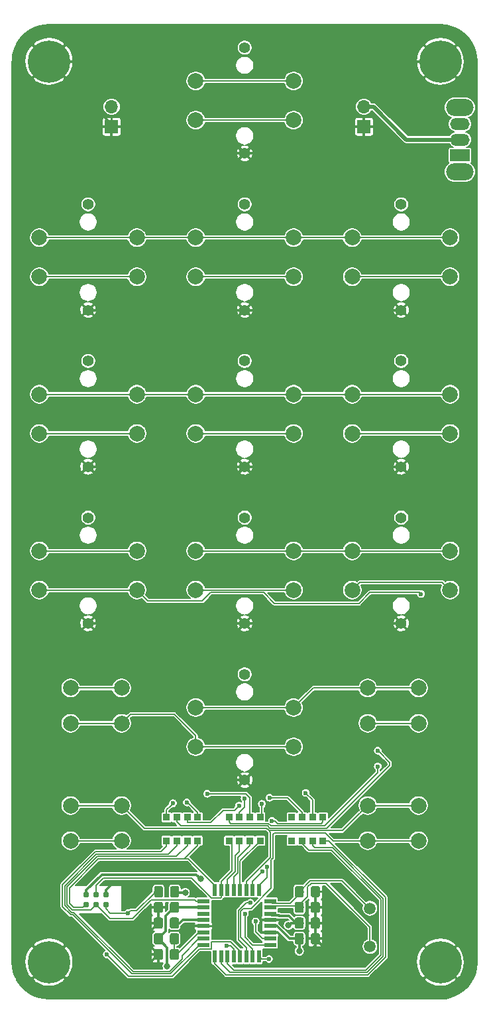
<source format=gbr>
G04 #@! TF.GenerationSoftware,KiCad,Pcbnew,(5.1.4)-1*
G04 #@! TF.CreationDate,2019-10-23T11:26:40-04:00*
G04 #@! TF.ProjectId,MerlinGame,4d65726c-696e-4476-916d-652e6b696361,A*
G04 #@! TF.SameCoordinates,Original*
G04 #@! TF.FileFunction,Copper,L1,Top*
G04 #@! TF.FilePolarity,Positive*
%FSLAX46Y46*%
G04 Gerber Fmt 4.6, Leading zero omitted, Abs format (unit mm)*
G04 Created by KiCad (PCBNEW (5.1.4)-1) date 2019-10-23 11:26:40*
%MOMM*%
%LPD*%
G04 APERTURE LIST*
%ADD10C,0.100000*%
%ADD11C,1.150000*%
%ADD12O,1.700000X1.700000*%
%ADD13R,1.700000X1.700000*%
%ADD14C,5.400000*%
%ADD15O,3.500000X2.200000*%
%ADD16O,2.500000X1.500000*%
%ADD17R,2.500000X1.500000*%
%ADD18C,0.787400*%
%ADD19R,0.900000X0.900000*%
%ADD20C,1.500000*%
%ADD21C,2.000000*%
%ADD22C,1.400000*%
%ADD23R,0.550000X1.600000*%
%ADD24R,1.600000X0.550000*%
%ADD25C,0.800000*%
%ADD26C,0.600000*%
%ADD27C,0.300000*%
%ADD28C,0.150000*%
%ADD29C,0.500000*%
G04 APERTURE END LIST*
D10*
G36*
X71374505Y-158301204D02*
G01*
X71398773Y-158304804D01*
X71422572Y-158310765D01*
X71445671Y-158319030D01*
X71467850Y-158329520D01*
X71488893Y-158342132D01*
X71508599Y-158356747D01*
X71526777Y-158373223D01*
X71543253Y-158391401D01*
X71557868Y-158411107D01*
X71570480Y-158432150D01*
X71580970Y-158454329D01*
X71589235Y-158477428D01*
X71595196Y-158501227D01*
X71598796Y-158525495D01*
X71600000Y-158549999D01*
X71600000Y-159450001D01*
X71598796Y-159474505D01*
X71595196Y-159498773D01*
X71589235Y-159522572D01*
X71580970Y-159545671D01*
X71570480Y-159567850D01*
X71557868Y-159588893D01*
X71543253Y-159608599D01*
X71526777Y-159626777D01*
X71508599Y-159643253D01*
X71488893Y-159657868D01*
X71467850Y-159670480D01*
X71445671Y-159680970D01*
X71422572Y-159689235D01*
X71398773Y-159695196D01*
X71374505Y-159698796D01*
X71350001Y-159700000D01*
X70699999Y-159700000D01*
X70675495Y-159698796D01*
X70651227Y-159695196D01*
X70627428Y-159689235D01*
X70604329Y-159680970D01*
X70582150Y-159670480D01*
X70561107Y-159657868D01*
X70541401Y-159643253D01*
X70523223Y-159626777D01*
X70506747Y-159608599D01*
X70492132Y-159588893D01*
X70479520Y-159567850D01*
X70469030Y-159545671D01*
X70460765Y-159522572D01*
X70454804Y-159498773D01*
X70451204Y-159474505D01*
X70450000Y-159450001D01*
X70450000Y-158549999D01*
X70451204Y-158525495D01*
X70454804Y-158501227D01*
X70460765Y-158477428D01*
X70469030Y-158454329D01*
X70479520Y-158432150D01*
X70492132Y-158411107D01*
X70506747Y-158391401D01*
X70523223Y-158373223D01*
X70541401Y-158356747D01*
X70561107Y-158342132D01*
X70582150Y-158329520D01*
X70604329Y-158319030D01*
X70627428Y-158310765D01*
X70651227Y-158304804D01*
X70675495Y-158301204D01*
X70699999Y-158300000D01*
X71350001Y-158300000D01*
X71374505Y-158301204D01*
X71374505Y-158301204D01*
G37*
D11*
X71025000Y-159000000D03*
D10*
G36*
X69324505Y-158301204D02*
G01*
X69348773Y-158304804D01*
X69372572Y-158310765D01*
X69395671Y-158319030D01*
X69417850Y-158329520D01*
X69438893Y-158342132D01*
X69458599Y-158356747D01*
X69476777Y-158373223D01*
X69493253Y-158391401D01*
X69507868Y-158411107D01*
X69520480Y-158432150D01*
X69530970Y-158454329D01*
X69539235Y-158477428D01*
X69545196Y-158501227D01*
X69548796Y-158525495D01*
X69550000Y-158549999D01*
X69550000Y-159450001D01*
X69548796Y-159474505D01*
X69545196Y-159498773D01*
X69539235Y-159522572D01*
X69530970Y-159545671D01*
X69520480Y-159567850D01*
X69507868Y-159588893D01*
X69493253Y-159608599D01*
X69476777Y-159626777D01*
X69458599Y-159643253D01*
X69438893Y-159657868D01*
X69417850Y-159670480D01*
X69395671Y-159680970D01*
X69372572Y-159689235D01*
X69348773Y-159695196D01*
X69324505Y-159698796D01*
X69300001Y-159700000D01*
X68649999Y-159700000D01*
X68625495Y-159698796D01*
X68601227Y-159695196D01*
X68577428Y-159689235D01*
X68554329Y-159680970D01*
X68532150Y-159670480D01*
X68511107Y-159657868D01*
X68491401Y-159643253D01*
X68473223Y-159626777D01*
X68456747Y-159608599D01*
X68442132Y-159588893D01*
X68429520Y-159567850D01*
X68419030Y-159545671D01*
X68410765Y-159522572D01*
X68404804Y-159498773D01*
X68401204Y-159474505D01*
X68400000Y-159450001D01*
X68400000Y-158549999D01*
X68401204Y-158525495D01*
X68404804Y-158501227D01*
X68410765Y-158477428D01*
X68419030Y-158454329D01*
X68429520Y-158432150D01*
X68442132Y-158411107D01*
X68456747Y-158391401D01*
X68473223Y-158373223D01*
X68491401Y-158356747D01*
X68511107Y-158342132D01*
X68532150Y-158329520D01*
X68554329Y-158319030D01*
X68577428Y-158310765D01*
X68601227Y-158304804D01*
X68625495Y-158301204D01*
X68649999Y-158300000D01*
X69300001Y-158300000D01*
X69324505Y-158301204D01*
X69324505Y-158301204D01*
G37*
D11*
X68975000Y-159000000D03*
D10*
G36*
X69324505Y-156301204D02*
G01*
X69348773Y-156304804D01*
X69372572Y-156310765D01*
X69395671Y-156319030D01*
X69417850Y-156329520D01*
X69438893Y-156342132D01*
X69458599Y-156356747D01*
X69476777Y-156373223D01*
X69493253Y-156391401D01*
X69507868Y-156411107D01*
X69520480Y-156432150D01*
X69530970Y-156454329D01*
X69539235Y-156477428D01*
X69545196Y-156501227D01*
X69548796Y-156525495D01*
X69550000Y-156549999D01*
X69550000Y-157450001D01*
X69548796Y-157474505D01*
X69545196Y-157498773D01*
X69539235Y-157522572D01*
X69530970Y-157545671D01*
X69520480Y-157567850D01*
X69507868Y-157588893D01*
X69493253Y-157608599D01*
X69476777Y-157626777D01*
X69458599Y-157643253D01*
X69438893Y-157657868D01*
X69417850Y-157670480D01*
X69395671Y-157680970D01*
X69372572Y-157689235D01*
X69348773Y-157695196D01*
X69324505Y-157698796D01*
X69300001Y-157700000D01*
X68649999Y-157700000D01*
X68625495Y-157698796D01*
X68601227Y-157695196D01*
X68577428Y-157689235D01*
X68554329Y-157680970D01*
X68532150Y-157670480D01*
X68511107Y-157657868D01*
X68491401Y-157643253D01*
X68473223Y-157626777D01*
X68456747Y-157608599D01*
X68442132Y-157588893D01*
X68429520Y-157567850D01*
X68419030Y-157545671D01*
X68410765Y-157522572D01*
X68404804Y-157498773D01*
X68401204Y-157474505D01*
X68400000Y-157450001D01*
X68400000Y-156549999D01*
X68401204Y-156525495D01*
X68404804Y-156501227D01*
X68410765Y-156477428D01*
X68419030Y-156454329D01*
X68429520Y-156432150D01*
X68442132Y-156411107D01*
X68456747Y-156391401D01*
X68473223Y-156373223D01*
X68491401Y-156356747D01*
X68511107Y-156342132D01*
X68532150Y-156329520D01*
X68554329Y-156319030D01*
X68577428Y-156310765D01*
X68601227Y-156304804D01*
X68625495Y-156301204D01*
X68649999Y-156300000D01*
X69300001Y-156300000D01*
X69324505Y-156301204D01*
X69324505Y-156301204D01*
G37*
D11*
X68975000Y-157000000D03*
D10*
G36*
X71374505Y-156301204D02*
G01*
X71398773Y-156304804D01*
X71422572Y-156310765D01*
X71445671Y-156319030D01*
X71467850Y-156329520D01*
X71488893Y-156342132D01*
X71508599Y-156356747D01*
X71526777Y-156373223D01*
X71543253Y-156391401D01*
X71557868Y-156411107D01*
X71570480Y-156432150D01*
X71580970Y-156454329D01*
X71589235Y-156477428D01*
X71595196Y-156501227D01*
X71598796Y-156525495D01*
X71600000Y-156549999D01*
X71600000Y-157450001D01*
X71598796Y-157474505D01*
X71595196Y-157498773D01*
X71589235Y-157522572D01*
X71580970Y-157545671D01*
X71570480Y-157567850D01*
X71557868Y-157588893D01*
X71543253Y-157608599D01*
X71526777Y-157626777D01*
X71508599Y-157643253D01*
X71488893Y-157657868D01*
X71467850Y-157670480D01*
X71445671Y-157680970D01*
X71422572Y-157689235D01*
X71398773Y-157695196D01*
X71374505Y-157698796D01*
X71350001Y-157700000D01*
X70699999Y-157700000D01*
X70675495Y-157698796D01*
X70651227Y-157695196D01*
X70627428Y-157689235D01*
X70604329Y-157680970D01*
X70582150Y-157670480D01*
X70561107Y-157657868D01*
X70541401Y-157643253D01*
X70523223Y-157626777D01*
X70506747Y-157608599D01*
X70492132Y-157588893D01*
X70479520Y-157567850D01*
X70469030Y-157545671D01*
X70460765Y-157522572D01*
X70454804Y-157498773D01*
X70451204Y-157474505D01*
X70450000Y-157450001D01*
X70450000Y-156549999D01*
X70451204Y-156525495D01*
X70454804Y-156501227D01*
X70460765Y-156477428D01*
X70469030Y-156454329D01*
X70479520Y-156432150D01*
X70492132Y-156411107D01*
X70506747Y-156391401D01*
X70523223Y-156373223D01*
X70541401Y-156356747D01*
X70561107Y-156342132D01*
X70582150Y-156329520D01*
X70604329Y-156319030D01*
X70627428Y-156310765D01*
X70651227Y-156304804D01*
X70675495Y-156301204D01*
X70699999Y-156300000D01*
X71350001Y-156300000D01*
X71374505Y-156301204D01*
X71374505Y-156301204D01*
G37*
D11*
X71025000Y-157000000D03*
D12*
X63000000Y-50800000D03*
D13*
X63000000Y-53340000D03*
D10*
G36*
X71374505Y-152301204D02*
G01*
X71398773Y-152304804D01*
X71422572Y-152310765D01*
X71445671Y-152319030D01*
X71467850Y-152329520D01*
X71488893Y-152342132D01*
X71508599Y-152356747D01*
X71526777Y-152373223D01*
X71543253Y-152391401D01*
X71557868Y-152411107D01*
X71570480Y-152432150D01*
X71580970Y-152454329D01*
X71589235Y-152477428D01*
X71595196Y-152501227D01*
X71598796Y-152525495D01*
X71600000Y-152549999D01*
X71600000Y-153450001D01*
X71598796Y-153474505D01*
X71595196Y-153498773D01*
X71589235Y-153522572D01*
X71580970Y-153545671D01*
X71570480Y-153567850D01*
X71557868Y-153588893D01*
X71543253Y-153608599D01*
X71526777Y-153626777D01*
X71508599Y-153643253D01*
X71488893Y-153657868D01*
X71467850Y-153670480D01*
X71445671Y-153680970D01*
X71422572Y-153689235D01*
X71398773Y-153695196D01*
X71374505Y-153698796D01*
X71350001Y-153700000D01*
X70699999Y-153700000D01*
X70675495Y-153698796D01*
X70651227Y-153695196D01*
X70627428Y-153689235D01*
X70604329Y-153680970D01*
X70582150Y-153670480D01*
X70561107Y-153657868D01*
X70541401Y-153643253D01*
X70523223Y-153626777D01*
X70506747Y-153608599D01*
X70492132Y-153588893D01*
X70479520Y-153567850D01*
X70469030Y-153545671D01*
X70460765Y-153522572D01*
X70454804Y-153498773D01*
X70451204Y-153474505D01*
X70450000Y-153450001D01*
X70450000Y-152549999D01*
X70451204Y-152525495D01*
X70454804Y-152501227D01*
X70460765Y-152477428D01*
X70469030Y-152454329D01*
X70479520Y-152432150D01*
X70492132Y-152411107D01*
X70506747Y-152391401D01*
X70523223Y-152373223D01*
X70541401Y-152356747D01*
X70561107Y-152342132D01*
X70582150Y-152329520D01*
X70604329Y-152319030D01*
X70627428Y-152310765D01*
X70651227Y-152304804D01*
X70675495Y-152301204D01*
X70699999Y-152300000D01*
X71350001Y-152300000D01*
X71374505Y-152301204D01*
X71374505Y-152301204D01*
G37*
D11*
X71025000Y-153000000D03*
D10*
G36*
X69324505Y-152301204D02*
G01*
X69348773Y-152304804D01*
X69372572Y-152310765D01*
X69395671Y-152319030D01*
X69417850Y-152329520D01*
X69438893Y-152342132D01*
X69458599Y-152356747D01*
X69476777Y-152373223D01*
X69493253Y-152391401D01*
X69507868Y-152411107D01*
X69520480Y-152432150D01*
X69530970Y-152454329D01*
X69539235Y-152477428D01*
X69545196Y-152501227D01*
X69548796Y-152525495D01*
X69550000Y-152549999D01*
X69550000Y-153450001D01*
X69548796Y-153474505D01*
X69545196Y-153498773D01*
X69539235Y-153522572D01*
X69530970Y-153545671D01*
X69520480Y-153567850D01*
X69507868Y-153588893D01*
X69493253Y-153608599D01*
X69476777Y-153626777D01*
X69458599Y-153643253D01*
X69438893Y-153657868D01*
X69417850Y-153670480D01*
X69395671Y-153680970D01*
X69372572Y-153689235D01*
X69348773Y-153695196D01*
X69324505Y-153698796D01*
X69300001Y-153700000D01*
X68649999Y-153700000D01*
X68625495Y-153698796D01*
X68601227Y-153695196D01*
X68577428Y-153689235D01*
X68554329Y-153680970D01*
X68532150Y-153670480D01*
X68511107Y-153657868D01*
X68491401Y-153643253D01*
X68473223Y-153626777D01*
X68456747Y-153608599D01*
X68442132Y-153588893D01*
X68429520Y-153567850D01*
X68419030Y-153545671D01*
X68410765Y-153522572D01*
X68404804Y-153498773D01*
X68401204Y-153474505D01*
X68400000Y-153450001D01*
X68400000Y-152549999D01*
X68401204Y-152525495D01*
X68404804Y-152501227D01*
X68410765Y-152477428D01*
X68419030Y-152454329D01*
X68429520Y-152432150D01*
X68442132Y-152411107D01*
X68456747Y-152391401D01*
X68473223Y-152373223D01*
X68491401Y-152356747D01*
X68511107Y-152342132D01*
X68532150Y-152329520D01*
X68554329Y-152319030D01*
X68577428Y-152310765D01*
X68601227Y-152304804D01*
X68625495Y-152301204D01*
X68649999Y-152300000D01*
X69300001Y-152300000D01*
X69324505Y-152301204D01*
X69324505Y-152301204D01*
G37*
D11*
X68975000Y-153000000D03*
D10*
G36*
X87324505Y-156301204D02*
G01*
X87348773Y-156304804D01*
X87372572Y-156310765D01*
X87395671Y-156319030D01*
X87417850Y-156329520D01*
X87438893Y-156342132D01*
X87458599Y-156356747D01*
X87476777Y-156373223D01*
X87493253Y-156391401D01*
X87507868Y-156411107D01*
X87520480Y-156432150D01*
X87530970Y-156454329D01*
X87539235Y-156477428D01*
X87545196Y-156501227D01*
X87548796Y-156525495D01*
X87550000Y-156549999D01*
X87550000Y-157450001D01*
X87548796Y-157474505D01*
X87545196Y-157498773D01*
X87539235Y-157522572D01*
X87530970Y-157545671D01*
X87520480Y-157567850D01*
X87507868Y-157588893D01*
X87493253Y-157608599D01*
X87476777Y-157626777D01*
X87458599Y-157643253D01*
X87438893Y-157657868D01*
X87417850Y-157670480D01*
X87395671Y-157680970D01*
X87372572Y-157689235D01*
X87348773Y-157695196D01*
X87324505Y-157698796D01*
X87300001Y-157700000D01*
X86649999Y-157700000D01*
X86625495Y-157698796D01*
X86601227Y-157695196D01*
X86577428Y-157689235D01*
X86554329Y-157680970D01*
X86532150Y-157670480D01*
X86511107Y-157657868D01*
X86491401Y-157643253D01*
X86473223Y-157626777D01*
X86456747Y-157608599D01*
X86442132Y-157588893D01*
X86429520Y-157567850D01*
X86419030Y-157545671D01*
X86410765Y-157522572D01*
X86404804Y-157498773D01*
X86401204Y-157474505D01*
X86400000Y-157450001D01*
X86400000Y-156549999D01*
X86401204Y-156525495D01*
X86404804Y-156501227D01*
X86410765Y-156477428D01*
X86419030Y-156454329D01*
X86429520Y-156432150D01*
X86442132Y-156411107D01*
X86456747Y-156391401D01*
X86473223Y-156373223D01*
X86491401Y-156356747D01*
X86511107Y-156342132D01*
X86532150Y-156329520D01*
X86554329Y-156319030D01*
X86577428Y-156310765D01*
X86601227Y-156304804D01*
X86625495Y-156301204D01*
X86649999Y-156300000D01*
X87300001Y-156300000D01*
X87324505Y-156301204D01*
X87324505Y-156301204D01*
G37*
D11*
X86975000Y-157000000D03*
D10*
G36*
X89374505Y-156301204D02*
G01*
X89398773Y-156304804D01*
X89422572Y-156310765D01*
X89445671Y-156319030D01*
X89467850Y-156329520D01*
X89488893Y-156342132D01*
X89508599Y-156356747D01*
X89526777Y-156373223D01*
X89543253Y-156391401D01*
X89557868Y-156411107D01*
X89570480Y-156432150D01*
X89580970Y-156454329D01*
X89589235Y-156477428D01*
X89595196Y-156501227D01*
X89598796Y-156525495D01*
X89600000Y-156549999D01*
X89600000Y-157450001D01*
X89598796Y-157474505D01*
X89595196Y-157498773D01*
X89589235Y-157522572D01*
X89580970Y-157545671D01*
X89570480Y-157567850D01*
X89557868Y-157588893D01*
X89543253Y-157608599D01*
X89526777Y-157626777D01*
X89508599Y-157643253D01*
X89488893Y-157657868D01*
X89467850Y-157670480D01*
X89445671Y-157680970D01*
X89422572Y-157689235D01*
X89398773Y-157695196D01*
X89374505Y-157698796D01*
X89350001Y-157700000D01*
X88699999Y-157700000D01*
X88675495Y-157698796D01*
X88651227Y-157695196D01*
X88627428Y-157689235D01*
X88604329Y-157680970D01*
X88582150Y-157670480D01*
X88561107Y-157657868D01*
X88541401Y-157643253D01*
X88523223Y-157626777D01*
X88506747Y-157608599D01*
X88492132Y-157588893D01*
X88479520Y-157567850D01*
X88469030Y-157545671D01*
X88460765Y-157522572D01*
X88454804Y-157498773D01*
X88451204Y-157474505D01*
X88450000Y-157450001D01*
X88450000Y-156549999D01*
X88451204Y-156525495D01*
X88454804Y-156501227D01*
X88460765Y-156477428D01*
X88469030Y-156454329D01*
X88479520Y-156432150D01*
X88492132Y-156411107D01*
X88506747Y-156391401D01*
X88523223Y-156373223D01*
X88541401Y-156356747D01*
X88561107Y-156342132D01*
X88582150Y-156329520D01*
X88604329Y-156319030D01*
X88627428Y-156310765D01*
X88651227Y-156304804D01*
X88675495Y-156301204D01*
X88699999Y-156300000D01*
X89350001Y-156300000D01*
X89374505Y-156301204D01*
X89374505Y-156301204D01*
G37*
D11*
X89025000Y-157000000D03*
D10*
G36*
X69324505Y-154301204D02*
G01*
X69348773Y-154304804D01*
X69372572Y-154310765D01*
X69395671Y-154319030D01*
X69417850Y-154329520D01*
X69438893Y-154342132D01*
X69458599Y-154356747D01*
X69476777Y-154373223D01*
X69493253Y-154391401D01*
X69507868Y-154411107D01*
X69520480Y-154432150D01*
X69530970Y-154454329D01*
X69539235Y-154477428D01*
X69545196Y-154501227D01*
X69548796Y-154525495D01*
X69550000Y-154549999D01*
X69550000Y-155450001D01*
X69548796Y-155474505D01*
X69545196Y-155498773D01*
X69539235Y-155522572D01*
X69530970Y-155545671D01*
X69520480Y-155567850D01*
X69507868Y-155588893D01*
X69493253Y-155608599D01*
X69476777Y-155626777D01*
X69458599Y-155643253D01*
X69438893Y-155657868D01*
X69417850Y-155670480D01*
X69395671Y-155680970D01*
X69372572Y-155689235D01*
X69348773Y-155695196D01*
X69324505Y-155698796D01*
X69300001Y-155700000D01*
X68649999Y-155700000D01*
X68625495Y-155698796D01*
X68601227Y-155695196D01*
X68577428Y-155689235D01*
X68554329Y-155680970D01*
X68532150Y-155670480D01*
X68511107Y-155657868D01*
X68491401Y-155643253D01*
X68473223Y-155626777D01*
X68456747Y-155608599D01*
X68442132Y-155588893D01*
X68429520Y-155567850D01*
X68419030Y-155545671D01*
X68410765Y-155522572D01*
X68404804Y-155498773D01*
X68401204Y-155474505D01*
X68400000Y-155450001D01*
X68400000Y-154549999D01*
X68401204Y-154525495D01*
X68404804Y-154501227D01*
X68410765Y-154477428D01*
X68419030Y-154454329D01*
X68429520Y-154432150D01*
X68442132Y-154411107D01*
X68456747Y-154391401D01*
X68473223Y-154373223D01*
X68491401Y-154356747D01*
X68511107Y-154342132D01*
X68532150Y-154329520D01*
X68554329Y-154319030D01*
X68577428Y-154310765D01*
X68601227Y-154304804D01*
X68625495Y-154301204D01*
X68649999Y-154300000D01*
X69300001Y-154300000D01*
X69324505Y-154301204D01*
X69324505Y-154301204D01*
G37*
D11*
X68975000Y-155000000D03*
D10*
G36*
X71374505Y-154301204D02*
G01*
X71398773Y-154304804D01*
X71422572Y-154310765D01*
X71445671Y-154319030D01*
X71467850Y-154329520D01*
X71488893Y-154342132D01*
X71508599Y-154356747D01*
X71526777Y-154373223D01*
X71543253Y-154391401D01*
X71557868Y-154411107D01*
X71570480Y-154432150D01*
X71580970Y-154454329D01*
X71589235Y-154477428D01*
X71595196Y-154501227D01*
X71598796Y-154525495D01*
X71600000Y-154549999D01*
X71600000Y-155450001D01*
X71598796Y-155474505D01*
X71595196Y-155498773D01*
X71589235Y-155522572D01*
X71580970Y-155545671D01*
X71570480Y-155567850D01*
X71557868Y-155588893D01*
X71543253Y-155608599D01*
X71526777Y-155626777D01*
X71508599Y-155643253D01*
X71488893Y-155657868D01*
X71467850Y-155670480D01*
X71445671Y-155680970D01*
X71422572Y-155689235D01*
X71398773Y-155695196D01*
X71374505Y-155698796D01*
X71350001Y-155700000D01*
X70699999Y-155700000D01*
X70675495Y-155698796D01*
X70651227Y-155695196D01*
X70627428Y-155689235D01*
X70604329Y-155680970D01*
X70582150Y-155670480D01*
X70561107Y-155657868D01*
X70541401Y-155643253D01*
X70523223Y-155626777D01*
X70506747Y-155608599D01*
X70492132Y-155588893D01*
X70479520Y-155567850D01*
X70469030Y-155545671D01*
X70460765Y-155522572D01*
X70454804Y-155498773D01*
X70451204Y-155474505D01*
X70450000Y-155450001D01*
X70450000Y-154549999D01*
X70451204Y-154525495D01*
X70454804Y-154501227D01*
X70460765Y-154477428D01*
X70469030Y-154454329D01*
X70479520Y-154432150D01*
X70492132Y-154411107D01*
X70506747Y-154391401D01*
X70523223Y-154373223D01*
X70541401Y-154356747D01*
X70561107Y-154342132D01*
X70582150Y-154329520D01*
X70604329Y-154319030D01*
X70627428Y-154310765D01*
X70651227Y-154304804D01*
X70675495Y-154301204D01*
X70699999Y-154300000D01*
X71350001Y-154300000D01*
X71374505Y-154301204D01*
X71374505Y-154301204D01*
G37*
D11*
X71025000Y-155000000D03*
D10*
G36*
X87324505Y-154301204D02*
G01*
X87348773Y-154304804D01*
X87372572Y-154310765D01*
X87395671Y-154319030D01*
X87417850Y-154329520D01*
X87438893Y-154342132D01*
X87458599Y-154356747D01*
X87476777Y-154373223D01*
X87493253Y-154391401D01*
X87507868Y-154411107D01*
X87520480Y-154432150D01*
X87530970Y-154454329D01*
X87539235Y-154477428D01*
X87545196Y-154501227D01*
X87548796Y-154525495D01*
X87550000Y-154549999D01*
X87550000Y-155450001D01*
X87548796Y-155474505D01*
X87545196Y-155498773D01*
X87539235Y-155522572D01*
X87530970Y-155545671D01*
X87520480Y-155567850D01*
X87507868Y-155588893D01*
X87493253Y-155608599D01*
X87476777Y-155626777D01*
X87458599Y-155643253D01*
X87438893Y-155657868D01*
X87417850Y-155670480D01*
X87395671Y-155680970D01*
X87372572Y-155689235D01*
X87348773Y-155695196D01*
X87324505Y-155698796D01*
X87300001Y-155700000D01*
X86649999Y-155700000D01*
X86625495Y-155698796D01*
X86601227Y-155695196D01*
X86577428Y-155689235D01*
X86554329Y-155680970D01*
X86532150Y-155670480D01*
X86511107Y-155657868D01*
X86491401Y-155643253D01*
X86473223Y-155626777D01*
X86456747Y-155608599D01*
X86442132Y-155588893D01*
X86429520Y-155567850D01*
X86419030Y-155545671D01*
X86410765Y-155522572D01*
X86404804Y-155498773D01*
X86401204Y-155474505D01*
X86400000Y-155450001D01*
X86400000Y-154549999D01*
X86401204Y-154525495D01*
X86404804Y-154501227D01*
X86410765Y-154477428D01*
X86419030Y-154454329D01*
X86429520Y-154432150D01*
X86442132Y-154411107D01*
X86456747Y-154391401D01*
X86473223Y-154373223D01*
X86491401Y-154356747D01*
X86511107Y-154342132D01*
X86532150Y-154329520D01*
X86554329Y-154319030D01*
X86577428Y-154310765D01*
X86601227Y-154304804D01*
X86625495Y-154301204D01*
X86649999Y-154300000D01*
X87300001Y-154300000D01*
X87324505Y-154301204D01*
X87324505Y-154301204D01*
G37*
D11*
X86975000Y-155000000D03*
D10*
G36*
X89374505Y-154301204D02*
G01*
X89398773Y-154304804D01*
X89422572Y-154310765D01*
X89445671Y-154319030D01*
X89467850Y-154329520D01*
X89488893Y-154342132D01*
X89508599Y-154356747D01*
X89526777Y-154373223D01*
X89543253Y-154391401D01*
X89557868Y-154411107D01*
X89570480Y-154432150D01*
X89580970Y-154454329D01*
X89589235Y-154477428D01*
X89595196Y-154501227D01*
X89598796Y-154525495D01*
X89600000Y-154549999D01*
X89600000Y-155450001D01*
X89598796Y-155474505D01*
X89595196Y-155498773D01*
X89589235Y-155522572D01*
X89580970Y-155545671D01*
X89570480Y-155567850D01*
X89557868Y-155588893D01*
X89543253Y-155608599D01*
X89526777Y-155626777D01*
X89508599Y-155643253D01*
X89488893Y-155657868D01*
X89467850Y-155670480D01*
X89445671Y-155680970D01*
X89422572Y-155689235D01*
X89398773Y-155695196D01*
X89374505Y-155698796D01*
X89350001Y-155700000D01*
X88699999Y-155700000D01*
X88675495Y-155698796D01*
X88651227Y-155695196D01*
X88627428Y-155689235D01*
X88604329Y-155680970D01*
X88582150Y-155670480D01*
X88561107Y-155657868D01*
X88541401Y-155643253D01*
X88523223Y-155626777D01*
X88506747Y-155608599D01*
X88492132Y-155588893D01*
X88479520Y-155567850D01*
X88469030Y-155545671D01*
X88460765Y-155522572D01*
X88454804Y-155498773D01*
X88451204Y-155474505D01*
X88450000Y-155450001D01*
X88450000Y-154549999D01*
X88451204Y-154525495D01*
X88454804Y-154501227D01*
X88460765Y-154477428D01*
X88469030Y-154454329D01*
X88479520Y-154432150D01*
X88492132Y-154411107D01*
X88506747Y-154391401D01*
X88523223Y-154373223D01*
X88541401Y-154356747D01*
X88561107Y-154342132D01*
X88582150Y-154329520D01*
X88604329Y-154319030D01*
X88627428Y-154310765D01*
X88651227Y-154304804D01*
X88675495Y-154301204D01*
X88699999Y-154300000D01*
X89350001Y-154300000D01*
X89374505Y-154301204D01*
X89374505Y-154301204D01*
G37*
D11*
X89025000Y-155000000D03*
D12*
X95250000Y-50800000D03*
D13*
X95250000Y-53340000D03*
D14*
X105000000Y-45000000D03*
X55000000Y-160000000D03*
X105000000Y-160000000D03*
X55000000Y-45000000D03*
D15*
X107500000Y-50900000D03*
X107500000Y-59100000D03*
D16*
X107500000Y-53000000D03*
X107500000Y-55000000D03*
D17*
X107500000Y-57000000D03*
D10*
G36*
X71399505Y-150301204D02*
G01*
X71423773Y-150304804D01*
X71447572Y-150310765D01*
X71470671Y-150319030D01*
X71492850Y-150329520D01*
X71513893Y-150342132D01*
X71533599Y-150356747D01*
X71551777Y-150373223D01*
X71568253Y-150391401D01*
X71582868Y-150411107D01*
X71595480Y-150432150D01*
X71605970Y-150454329D01*
X71614235Y-150477428D01*
X71620196Y-150501227D01*
X71623796Y-150525495D01*
X71625000Y-150549999D01*
X71625000Y-151450001D01*
X71623796Y-151474505D01*
X71620196Y-151498773D01*
X71614235Y-151522572D01*
X71605970Y-151545671D01*
X71595480Y-151567850D01*
X71582868Y-151588893D01*
X71568253Y-151608599D01*
X71551777Y-151626777D01*
X71533599Y-151643253D01*
X71513893Y-151657868D01*
X71492850Y-151670480D01*
X71470671Y-151680970D01*
X71447572Y-151689235D01*
X71423773Y-151695196D01*
X71399505Y-151698796D01*
X71375001Y-151700000D01*
X70724999Y-151700000D01*
X70700495Y-151698796D01*
X70676227Y-151695196D01*
X70652428Y-151689235D01*
X70629329Y-151680970D01*
X70607150Y-151670480D01*
X70586107Y-151657868D01*
X70566401Y-151643253D01*
X70548223Y-151626777D01*
X70531747Y-151608599D01*
X70517132Y-151588893D01*
X70504520Y-151567850D01*
X70494030Y-151545671D01*
X70485765Y-151522572D01*
X70479804Y-151498773D01*
X70476204Y-151474505D01*
X70475000Y-151450001D01*
X70475000Y-150549999D01*
X70476204Y-150525495D01*
X70479804Y-150501227D01*
X70485765Y-150477428D01*
X70494030Y-150454329D01*
X70504520Y-150432150D01*
X70517132Y-150411107D01*
X70531747Y-150391401D01*
X70548223Y-150373223D01*
X70566401Y-150356747D01*
X70586107Y-150342132D01*
X70607150Y-150329520D01*
X70629329Y-150319030D01*
X70652428Y-150310765D01*
X70676227Y-150304804D01*
X70700495Y-150301204D01*
X70724999Y-150300000D01*
X71375001Y-150300000D01*
X71399505Y-150301204D01*
X71399505Y-150301204D01*
G37*
D11*
X71050000Y-151000000D03*
D10*
G36*
X69349505Y-150301204D02*
G01*
X69373773Y-150304804D01*
X69397572Y-150310765D01*
X69420671Y-150319030D01*
X69442850Y-150329520D01*
X69463893Y-150342132D01*
X69483599Y-150356747D01*
X69501777Y-150373223D01*
X69518253Y-150391401D01*
X69532868Y-150411107D01*
X69545480Y-150432150D01*
X69555970Y-150454329D01*
X69564235Y-150477428D01*
X69570196Y-150501227D01*
X69573796Y-150525495D01*
X69575000Y-150549999D01*
X69575000Y-151450001D01*
X69573796Y-151474505D01*
X69570196Y-151498773D01*
X69564235Y-151522572D01*
X69555970Y-151545671D01*
X69545480Y-151567850D01*
X69532868Y-151588893D01*
X69518253Y-151608599D01*
X69501777Y-151626777D01*
X69483599Y-151643253D01*
X69463893Y-151657868D01*
X69442850Y-151670480D01*
X69420671Y-151680970D01*
X69397572Y-151689235D01*
X69373773Y-151695196D01*
X69349505Y-151698796D01*
X69325001Y-151700000D01*
X68674999Y-151700000D01*
X68650495Y-151698796D01*
X68626227Y-151695196D01*
X68602428Y-151689235D01*
X68579329Y-151680970D01*
X68557150Y-151670480D01*
X68536107Y-151657868D01*
X68516401Y-151643253D01*
X68498223Y-151626777D01*
X68481747Y-151608599D01*
X68467132Y-151588893D01*
X68454520Y-151567850D01*
X68444030Y-151545671D01*
X68435765Y-151522572D01*
X68429804Y-151498773D01*
X68426204Y-151474505D01*
X68425000Y-151450001D01*
X68425000Y-150549999D01*
X68426204Y-150525495D01*
X68429804Y-150501227D01*
X68435765Y-150477428D01*
X68444030Y-150454329D01*
X68454520Y-150432150D01*
X68467132Y-150411107D01*
X68481747Y-150391401D01*
X68498223Y-150373223D01*
X68516401Y-150356747D01*
X68536107Y-150342132D01*
X68557150Y-150329520D01*
X68579329Y-150319030D01*
X68602428Y-150310765D01*
X68626227Y-150304804D01*
X68650495Y-150301204D01*
X68674999Y-150300000D01*
X69325001Y-150300000D01*
X69349505Y-150301204D01*
X69349505Y-150301204D01*
G37*
D11*
X69000000Y-151000000D03*
D18*
X62270000Y-151365000D03*
X62270000Y-152635000D03*
X61000000Y-151365000D03*
X61000000Y-152635000D03*
X59730000Y-151365000D03*
X59730000Y-152635000D03*
D19*
X71340000Y-144500000D03*
X70000000Y-144500000D03*
X74000000Y-144500000D03*
X72660000Y-144500000D03*
X71340000Y-141500000D03*
X72660000Y-141500000D03*
X70000000Y-141500000D03*
X74000000Y-141500000D03*
X79340000Y-144500000D03*
X78000000Y-144500000D03*
X82000000Y-144500000D03*
X80660000Y-144500000D03*
X79340000Y-141500000D03*
X80660000Y-141500000D03*
X78000000Y-141500000D03*
X82000000Y-141500000D03*
X87340000Y-144500000D03*
X86000000Y-144500000D03*
X90000000Y-144500000D03*
X88660000Y-144500000D03*
X87340000Y-141500000D03*
X88660000Y-141500000D03*
X86000000Y-141500000D03*
X90000000Y-141500000D03*
D10*
G36*
X87324505Y-152301204D02*
G01*
X87348773Y-152304804D01*
X87372572Y-152310765D01*
X87395671Y-152319030D01*
X87417850Y-152329520D01*
X87438893Y-152342132D01*
X87458599Y-152356747D01*
X87476777Y-152373223D01*
X87493253Y-152391401D01*
X87507868Y-152411107D01*
X87520480Y-152432150D01*
X87530970Y-152454329D01*
X87539235Y-152477428D01*
X87545196Y-152501227D01*
X87548796Y-152525495D01*
X87550000Y-152549999D01*
X87550000Y-153450001D01*
X87548796Y-153474505D01*
X87545196Y-153498773D01*
X87539235Y-153522572D01*
X87530970Y-153545671D01*
X87520480Y-153567850D01*
X87507868Y-153588893D01*
X87493253Y-153608599D01*
X87476777Y-153626777D01*
X87458599Y-153643253D01*
X87438893Y-153657868D01*
X87417850Y-153670480D01*
X87395671Y-153680970D01*
X87372572Y-153689235D01*
X87348773Y-153695196D01*
X87324505Y-153698796D01*
X87300001Y-153700000D01*
X86649999Y-153700000D01*
X86625495Y-153698796D01*
X86601227Y-153695196D01*
X86577428Y-153689235D01*
X86554329Y-153680970D01*
X86532150Y-153670480D01*
X86511107Y-153657868D01*
X86491401Y-153643253D01*
X86473223Y-153626777D01*
X86456747Y-153608599D01*
X86442132Y-153588893D01*
X86429520Y-153567850D01*
X86419030Y-153545671D01*
X86410765Y-153522572D01*
X86404804Y-153498773D01*
X86401204Y-153474505D01*
X86400000Y-153450001D01*
X86400000Y-152549999D01*
X86401204Y-152525495D01*
X86404804Y-152501227D01*
X86410765Y-152477428D01*
X86419030Y-152454329D01*
X86429520Y-152432150D01*
X86442132Y-152411107D01*
X86456747Y-152391401D01*
X86473223Y-152373223D01*
X86491401Y-152356747D01*
X86511107Y-152342132D01*
X86532150Y-152329520D01*
X86554329Y-152319030D01*
X86577428Y-152310765D01*
X86601227Y-152304804D01*
X86625495Y-152301204D01*
X86649999Y-152300000D01*
X87300001Y-152300000D01*
X87324505Y-152301204D01*
X87324505Y-152301204D01*
G37*
D11*
X86975000Y-153000000D03*
D10*
G36*
X89374505Y-152301204D02*
G01*
X89398773Y-152304804D01*
X89422572Y-152310765D01*
X89445671Y-152319030D01*
X89467850Y-152329520D01*
X89488893Y-152342132D01*
X89508599Y-152356747D01*
X89526777Y-152373223D01*
X89543253Y-152391401D01*
X89557868Y-152411107D01*
X89570480Y-152432150D01*
X89580970Y-152454329D01*
X89589235Y-152477428D01*
X89595196Y-152501227D01*
X89598796Y-152525495D01*
X89600000Y-152549999D01*
X89600000Y-153450001D01*
X89598796Y-153474505D01*
X89595196Y-153498773D01*
X89589235Y-153522572D01*
X89580970Y-153545671D01*
X89570480Y-153567850D01*
X89557868Y-153588893D01*
X89543253Y-153608599D01*
X89526777Y-153626777D01*
X89508599Y-153643253D01*
X89488893Y-153657868D01*
X89467850Y-153670480D01*
X89445671Y-153680970D01*
X89422572Y-153689235D01*
X89398773Y-153695196D01*
X89374505Y-153698796D01*
X89350001Y-153700000D01*
X88699999Y-153700000D01*
X88675495Y-153698796D01*
X88651227Y-153695196D01*
X88627428Y-153689235D01*
X88604329Y-153680970D01*
X88582150Y-153670480D01*
X88561107Y-153657868D01*
X88541401Y-153643253D01*
X88523223Y-153626777D01*
X88506747Y-153608599D01*
X88492132Y-153588893D01*
X88479520Y-153567850D01*
X88469030Y-153545671D01*
X88460765Y-153522572D01*
X88454804Y-153498773D01*
X88451204Y-153474505D01*
X88450000Y-153450001D01*
X88450000Y-152549999D01*
X88451204Y-152525495D01*
X88454804Y-152501227D01*
X88460765Y-152477428D01*
X88469030Y-152454329D01*
X88479520Y-152432150D01*
X88492132Y-152411107D01*
X88506747Y-152391401D01*
X88523223Y-152373223D01*
X88541401Y-152356747D01*
X88561107Y-152342132D01*
X88582150Y-152329520D01*
X88604329Y-152319030D01*
X88627428Y-152310765D01*
X88651227Y-152304804D01*
X88675495Y-152301204D01*
X88699999Y-152300000D01*
X89350001Y-152300000D01*
X89374505Y-152301204D01*
X89374505Y-152301204D01*
G37*
D11*
X89025000Y-153000000D03*
D10*
G36*
X87324505Y-150301204D02*
G01*
X87348773Y-150304804D01*
X87372572Y-150310765D01*
X87395671Y-150319030D01*
X87417850Y-150329520D01*
X87438893Y-150342132D01*
X87458599Y-150356747D01*
X87476777Y-150373223D01*
X87493253Y-150391401D01*
X87507868Y-150411107D01*
X87520480Y-150432150D01*
X87530970Y-150454329D01*
X87539235Y-150477428D01*
X87545196Y-150501227D01*
X87548796Y-150525495D01*
X87550000Y-150549999D01*
X87550000Y-151450001D01*
X87548796Y-151474505D01*
X87545196Y-151498773D01*
X87539235Y-151522572D01*
X87530970Y-151545671D01*
X87520480Y-151567850D01*
X87507868Y-151588893D01*
X87493253Y-151608599D01*
X87476777Y-151626777D01*
X87458599Y-151643253D01*
X87438893Y-151657868D01*
X87417850Y-151670480D01*
X87395671Y-151680970D01*
X87372572Y-151689235D01*
X87348773Y-151695196D01*
X87324505Y-151698796D01*
X87300001Y-151700000D01*
X86649999Y-151700000D01*
X86625495Y-151698796D01*
X86601227Y-151695196D01*
X86577428Y-151689235D01*
X86554329Y-151680970D01*
X86532150Y-151670480D01*
X86511107Y-151657868D01*
X86491401Y-151643253D01*
X86473223Y-151626777D01*
X86456747Y-151608599D01*
X86442132Y-151588893D01*
X86429520Y-151567850D01*
X86419030Y-151545671D01*
X86410765Y-151522572D01*
X86404804Y-151498773D01*
X86401204Y-151474505D01*
X86400000Y-151450001D01*
X86400000Y-150549999D01*
X86401204Y-150525495D01*
X86404804Y-150501227D01*
X86410765Y-150477428D01*
X86419030Y-150454329D01*
X86429520Y-150432150D01*
X86442132Y-150411107D01*
X86456747Y-150391401D01*
X86473223Y-150373223D01*
X86491401Y-150356747D01*
X86511107Y-150342132D01*
X86532150Y-150329520D01*
X86554329Y-150319030D01*
X86577428Y-150310765D01*
X86601227Y-150304804D01*
X86625495Y-150301204D01*
X86649999Y-150300000D01*
X87300001Y-150300000D01*
X87324505Y-150301204D01*
X87324505Y-150301204D01*
G37*
D11*
X86975000Y-151000000D03*
D10*
G36*
X89374505Y-150301204D02*
G01*
X89398773Y-150304804D01*
X89422572Y-150310765D01*
X89445671Y-150319030D01*
X89467850Y-150329520D01*
X89488893Y-150342132D01*
X89508599Y-150356747D01*
X89526777Y-150373223D01*
X89543253Y-150391401D01*
X89557868Y-150411107D01*
X89570480Y-150432150D01*
X89580970Y-150454329D01*
X89589235Y-150477428D01*
X89595196Y-150501227D01*
X89598796Y-150525495D01*
X89600000Y-150549999D01*
X89600000Y-151450001D01*
X89598796Y-151474505D01*
X89595196Y-151498773D01*
X89589235Y-151522572D01*
X89580970Y-151545671D01*
X89570480Y-151567850D01*
X89557868Y-151588893D01*
X89543253Y-151608599D01*
X89526777Y-151626777D01*
X89508599Y-151643253D01*
X89488893Y-151657868D01*
X89467850Y-151670480D01*
X89445671Y-151680970D01*
X89422572Y-151689235D01*
X89398773Y-151695196D01*
X89374505Y-151698796D01*
X89350001Y-151700000D01*
X88699999Y-151700000D01*
X88675495Y-151698796D01*
X88651227Y-151695196D01*
X88627428Y-151689235D01*
X88604329Y-151680970D01*
X88582150Y-151670480D01*
X88561107Y-151657868D01*
X88541401Y-151643253D01*
X88523223Y-151626777D01*
X88506747Y-151608599D01*
X88492132Y-151588893D01*
X88479520Y-151567850D01*
X88469030Y-151545671D01*
X88460765Y-151522572D01*
X88454804Y-151498773D01*
X88451204Y-151474505D01*
X88450000Y-151450001D01*
X88450000Y-150549999D01*
X88451204Y-150525495D01*
X88454804Y-150501227D01*
X88460765Y-150477428D01*
X88469030Y-150454329D01*
X88479520Y-150432150D01*
X88492132Y-150411107D01*
X88506747Y-150391401D01*
X88523223Y-150373223D01*
X88541401Y-150356747D01*
X88561107Y-150342132D01*
X88582150Y-150329520D01*
X88604329Y-150319030D01*
X88627428Y-150310765D01*
X88651227Y-150304804D01*
X88675495Y-150301204D01*
X88699999Y-150300000D01*
X89350001Y-150300000D01*
X89374505Y-150301204D01*
X89374505Y-150301204D01*
G37*
D11*
X89025000Y-151000000D03*
D20*
X96000000Y-153120000D03*
X96000000Y-158000000D03*
D21*
X102225000Y-140000000D03*
X102225000Y-144500000D03*
X95725000Y-140000000D03*
X95725000Y-144500000D03*
X64275000Y-140000000D03*
X64275000Y-144500000D03*
X57775000Y-140000000D03*
X57775000Y-144500000D03*
X102225000Y-125000000D03*
X102225000Y-129500000D03*
X95725000Y-125000000D03*
X95725000Y-129500000D03*
X64275000Y-125000000D03*
X64275000Y-129500000D03*
X57775000Y-125000000D03*
X57775000Y-129500000D03*
D22*
X80000000Y-136750000D03*
X80000000Y-123250000D03*
D21*
X73750000Y-132500000D03*
X73750000Y-127500000D03*
X86250000Y-132500000D03*
X86250000Y-127500000D03*
D22*
X100000000Y-116750000D03*
X100000000Y-103250000D03*
D21*
X93750000Y-112500000D03*
X93750000Y-107500000D03*
X106250000Y-112500000D03*
X106250000Y-107500000D03*
D22*
X80000000Y-116750000D03*
X80000000Y-103250000D03*
D21*
X73750000Y-112500000D03*
X73750000Y-107500000D03*
X86250000Y-112500000D03*
X86250000Y-107500000D03*
D22*
X60000000Y-116750000D03*
X60000000Y-103250000D03*
D21*
X53750000Y-112500000D03*
X53750000Y-107500000D03*
X66250000Y-112500000D03*
X66250000Y-107500000D03*
D22*
X100000000Y-96750000D03*
X100000000Y-83250000D03*
D21*
X93750000Y-92500000D03*
X93750000Y-87500000D03*
X106250000Y-92500000D03*
X106250000Y-87500000D03*
D22*
X80000000Y-96750000D03*
X80000000Y-83250000D03*
D21*
X73750000Y-92500000D03*
X73750000Y-87500000D03*
X86250000Y-92500000D03*
X86250000Y-87500000D03*
D22*
X60000000Y-96750000D03*
X60000000Y-83250000D03*
D21*
X53750000Y-92500000D03*
X53750000Y-87500000D03*
X66250000Y-92500000D03*
X66250000Y-87500000D03*
D23*
X81800000Y-159250000D03*
X81000000Y-159250000D03*
X80200000Y-159250000D03*
X79400000Y-159250000D03*
X78600000Y-159250000D03*
X77800000Y-159250000D03*
X77000000Y-159250000D03*
X76200000Y-159250000D03*
D24*
X74750000Y-157800000D03*
X74750000Y-157000000D03*
X74750000Y-156200000D03*
X74750000Y-155400000D03*
X74750000Y-154600000D03*
X74750000Y-153800000D03*
X74750000Y-153000000D03*
X74750000Y-152200000D03*
D23*
X76200000Y-150750000D03*
X77000000Y-150750000D03*
X77800000Y-150750000D03*
X78600000Y-150750000D03*
X79400000Y-150750000D03*
X80200000Y-150750000D03*
X81000000Y-150750000D03*
X81800000Y-150750000D03*
D24*
X83250000Y-152200000D03*
X83250000Y-153000000D03*
X83250000Y-153800000D03*
X83250000Y-154600000D03*
X83250000Y-155400000D03*
X83250000Y-156200000D03*
X83250000Y-157000000D03*
X83250000Y-157800000D03*
D22*
X100000000Y-76750000D03*
X100000000Y-63250000D03*
D21*
X93750000Y-72500000D03*
X93750000Y-67500000D03*
X106250000Y-72500000D03*
X106250000Y-67500000D03*
D22*
X80000000Y-76750000D03*
X80000000Y-63250000D03*
D21*
X73750000Y-72500000D03*
X73750000Y-67500000D03*
X86250000Y-72500000D03*
X86250000Y-67500000D03*
D22*
X60000000Y-76750000D03*
X60000000Y-63250000D03*
D21*
X53750000Y-72500000D03*
X53750000Y-67500000D03*
X66250000Y-72500000D03*
X66250000Y-67500000D03*
D22*
X80000000Y-56750000D03*
X80000000Y-43250000D03*
D21*
X73750000Y-52500000D03*
X73750000Y-47500000D03*
X86250000Y-52500000D03*
X86250000Y-47500000D03*
D25*
X72600000Y-155500000D03*
D26*
X67299966Y-160500000D03*
D25*
X64999984Y-150000000D03*
X69500000Y-147500000D03*
X63500000Y-147500000D03*
X75900000Y-146600000D03*
X67300000Y-154300000D03*
X90500000Y-157000000D03*
X90500000Y-155000000D03*
X90500000Y-152000000D03*
X84500000Y-150500000D03*
X77000000Y-155500000D03*
X70000000Y-135000000D03*
D26*
X83474968Y-141974957D03*
X87799998Y-138400000D03*
X83174957Y-139000002D03*
X80000000Y-139100000D03*
X75200000Y-138500000D03*
X97000000Y-135000000D03*
X82200000Y-139800000D03*
X72600001Y-139600000D03*
X70849987Y-139700000D03*
X79300002Y-140000000D03*
X96999999Y-133000001D03*
X62389328Y-159010672D03*
X65099990Y-153736303D03*
D25*
X72400000Y-151100000D03*
X74399932Y-149378601D03*
X70100000Y-160500000D03*
X85600000Y-155300000D03*
X86975000Y-158575002D03*
D26*
X83100000Y-159600000D03*
X102525010Y-113000000D03*
X80733744Y-152408734D03*
X82300000Y-148400000D03*
X82874990Y-147800000D03*
X81400006Y-154799994D03*
X80025021Y-153800000D03*
X77700000Y-157925000D03*
D27*
X68975000Y-153000000D02*
X68975000Y-155000000D01*
X68049990Y-158074990D02*
X68975000Y-159000000D01*
X68049990Y-155925010D02*
X68049990Y-158074990D01*
X68975000Y-155000000D02*
X68049990Y-155925010D01*
X82150000Y-156200000D02*
X83250000Y-156200000D01*
X82099999Y-156149999D02*
X82150000Y-156200000D01*
X82099999Y-154650001D02*
X82099999Y-156149999D01*
X82150000Y-154600000D02*
X82099999Y-154650001D01*
X83250000Y-154600000D02*
X82150000Y-154600000D01*
X89025000Y-157000000D02*
X89025000Y-155000000D01*
X89025000Y-155000000D02*
X89025000Y-153000000D01*
X102300001Y-162699999D02*
X105000000Y-160000000D01*
X57699999Y-162699999D02*
X102300001Y-162699999D01*
X55000000Y-160000000D02*
X57699999Y-162699999D01*
X89025000Y-157000000D02*
X91525000Y-159500000D01*
X91525000Y-159500000D02*
X91800000Y-159500000D01*
X74750000Y-155400000D02*
X72700000Y-155400000D01*
X72700000Y-155400000D02*
X72600000Y-155500000D01*
X102199999Y-42199999D02*
X105000000Y-45000000D01*
X61618377Y-42199999D02*
X102199999Y-42199999D01*
X58818376Y-45000000D02*
X61618377Y-42199999D01*
X55000000Y-45000000D02*
X58818376Y-45000000D01*
X63000000Y-53000000D02*
X63000000Y-53340000D01*
X55000000Y-45000000D02*
X63000000Y-53000000D01*
X65260000Y-56750000D02*
X80000000Y-56750000D01*
X63000000Y-54490000D02*
X65260000Y-56750000D01*
X63000000Y-53340000D02*
X63000000Y-54490000D01*
X95250000Y-54490000D02*
X95250000Y-53340000D01*
X92990000Y-56750000D02*
X95250000Y-54490000D01*
X80000000Y-56750000D02*
X92990000Y-56750000D01*
X94100000Y-53340000D02*
X93900000Y-53140000D01*
X95250000Y-53340000D02*
X94100000Y-53340000D01*
X99273998Y-45000000D02*
X105000000Y-45000000D01*
X93900000Y-50373998D02*
X99273998Y-45000000D01*
X93900000Y-53140000D02*
X93900000Y-50373998D01*
X60000000Y-76750000D02*
X80000000Y-76750000D01*
X80000000Y-76750000D02*
X100000000Y-76750000D01*
X60000000Y-96750000D02*
X80000000Y-96750000D01*
X80000000Y-96750000D02*
X100000000Y-96750000D01*
X60000000Y-116750000D02*
X80000000Y-116750000D01*
X80000000Y-116750000D02*
X100000000Y-116750000D01*
X89025000Y-151000000D02*
X89025000Y-153000000D01*
X67475000Y-160500000D02*
X67299966Y-160500000D01*
X68975000Y-159000000D02*
X67475000Y-160500000D01*
X63078225Y-150000000D02*
X64999984Y-150000000D01*
X62270000Y-151365000D02*
X62270000Y-150808225D01*
X62270000Y-150808225D02*
X63078225Y-150000000D01*
X85492889Y-158567891D02*
X86874999Y-159950001D01*
X89025000Y-157800000D02*
X89025000Y-157000000D01*
X86874999Y-159950001D02*
X89025000Y-157800000D01*
X84192878Y-156200000D02*
X85492889Y-157500011D01*
X83250000Y-156200000D02*
X84192878Y-156200000D01*
X85492889Y-157500011D02*
X85492889Y-158567891D01*
X80000000Y-136750000D02*
X71750000Y-136750000D01*
X71750000Y-136750000D02*
X70000000Y-135000000D01*
D28*
X83899232Y-141974957D02*
X83474968Y-141974957D01*
X84224275Y-142300000D02*
X83899232Y-141974957D01*
X89800000Y-142300000D02*
X84224275Y-142300000D01*
X90000000Y-142100000D02*
X89800000Y-142300000D01*
X90000000Y-141500000D02*
X90000000Y-142100000D01*
X88660000Y-139260002D02*
X87799998Y-138400000D01*
X88660000Y-141500000D02*
X88660000Y-139260002D01*
X87340000Y-141500000D02*
X87340000Y-140900000D01*
X85440002Y-139000002D02*
X83174957Y-139000002D01*
X87340000Y-140900000D02*
X85440002Y-139000002D01*
X88660000Y-145100000D02*
X88660000Y-144500000D01*
X88959989Y-145399989D02*
X88660000Y-145100000D01*
X77000000Y-159250000D02*
X77000000Y-160200000D01*
X78100011Y-161300011D02*
X95624268Y-161300011D01*
X97700011Y-159224268D02*
X97700011Y-151875732D01*
X95624268Y-161300011D02*
X97700011Y-159224268D01*
X91224268Y-145399989D02*
X88959989Y-145399989D01*
X97700011Y-151875732D02*
X91224268Y-145399989D01*
X77000000Y-160200000D02*
X78100011Y-161300011D01*
X77600022Y-161600022D02*
X95748536Y-161600022D01*
X98000022Y-151751464D02*
X90748558Y-144500000D01*
X95748536Y-161600022D02*
X98000022Y-159348536D01*
X90748558Y-144500000D02*
X90000000Y-144500000D01*
X76200000Y-159250000D02*
X76200000Y-160200000D01*
X98000022Y-159348536D02*
X98000022Y-151751464D01*
X76200000Y-160200000D02*
X77600022Y-161600022D01*
X87340000Y-144840000D02*
X87340000Y-144500000D01*
X88200000Y-145700000D02*
X87340000Y-144840000D01*
X91100000Y-145700000D02*
X88200000Y-145700000D01*
X97400000Y-159100000D02*
X97400000Y-152000000D01*
X78600000Y-161000000D02*
X95500000Y-161000000D01*
X77800000Y-160200000D02*
X78600000Y-161000000D01*
X77800000Y-159250000D02*
X77800000Y-160200000D01*
X97400000Y-152000000D02*
X91100000Y-145700000D01*
X95500000Y-161000000D02*
X97400000Y-159100000D01*
X77800000Y-149451444D02*
X78799978Y-148451466D01*
X77800000Y-150750000D02*
X77800000Y-149451444D01*
X78799978Y-148451466D02*
X78799978Y-146400022D01*
X78799978Y-146400022D02*
X79340000Y-145860000D01*
X79340000Y-145860000D02*
X79340000Y-144500000D01*
X77000000Y-151700000D02*
X77000000Y-150750000D01*
X61000000Y-150200000D02*
X61974989Y-149225011D01*
X61000000Y-151365000D02*
X61000000Y-150200000D01*
X61974989Y-149225011D02*
X73195009Y-149225011D01*
X73195009Y-149225011D02*
X75744999Y-151775001D01*
X75744999Y-151775001D02*
X76924999Y-151775001D01*
X76924999Y-151775001D02*
X77000000Y-151700000D01*
X77000000Y-149700000D02*
X77000000Y-150750000D01*
X78400000Y-148300000D02*
X77000000Y-149700000D01*
X78000000Y-144500000D02*
X78400000Y-144900000D01*
X78400000Y-144900000D02*
X78400000Y-148300000D01*
X82000000Y-144500000D02*
X79400000Y-147100000D01*
X79400000Y-147100000D02*
X79400000Y-150750000D01*
X78600000Y-149075722D02*
X79099989Y-148575733D01*
X78600000Y-150750000D02*
X78600000Y-149075722D01*
X79099989Y-148575733D02*
X79099989Y-146660011D01*
X79099989Y-146660011D02*
X80660000Y-145100000D01*
X80660000Y-145100000D02*
X80660000Y-144500000D01*
X79340000Y-140900000D02*
X80000000Y-140240000D01*
X80000000Y-140240000D02*
X80000000Y-139100000D01*
X79340000Y-141500000D02*
X79340000Y-140900000D01*
X80177004Y-138500000D02*
X75200000Y-138500000D01*
X80660000Y-138982996D02*
X80177004Y-138500000D01*
X80660000Y-141500000D02*
X80660000Y-138982996D01*
X78000000Y-141500000D02*
X78000000Y-142100000D01*
X78199978Y-142299978D02*
X83048536Y-142299978D01*
X97000000Y-135805002D02*
X97000000Y-135424264D01*
X90204991Y-142600011D02*
X97000000Y-135805002D01*
X83048536Y-142299978D02*
X83348569Y-142600011D01*
X97000000Y-135424264D02*
X97000000Y-135000000D01*
X83348569Y-142600011D02*
X90204991Y-142600011D01*
X78000000Y-142100000D02*
X78199978Y-142299978D01*
X82200000Y-141300000D02*
X82000000Y-141500000D01*
X82200000Y-139800000D02*
X82200000Y-141300000D01*
X74000000Y-140900000D02*
X72700000Y-139600000D01*
X74000000Y-141500000D02*
X74000000Y-140900000D01*
X72700000Y-139600000D02*
X72600001Y-139600000D01*
X70549988Y-139999999D02*
X70849987Y-139700000D01*
X70000000Y-141500000D02*
X70000000Y-140549987D01*
X70000000Y-140549987D02*
X70549988Y-139999999D01*
X78700002Y-140600000D02*
X79300002Y-140000000D01*
X77275736Y-140600000D02*
X78700002Y-140600000D01*
X75700735Y-142175001D02*
X77275736Y-140600000D01*
X72735001Y-142175001D02*
X75700735Y-142175001D01*
X72660000Y-141500000D02*
X72660000Y-142100000D01*
X72660000Y-142100000D02*
X72735001Y-142175001D01*
X98500000Y-134500002D02*
X97299998Y-133300000D01*
X90502479Y-142900022D02*
X98500000Y-134902501D01*
X98500000Y-134902501D02*
X98500000Y-134500002D01*
X83224301Y-142900022D02*
X90502479Y-142900022D01*
X82924268Y-142599989D02*
X83224301Y-142900022D01*
X71839989Y-142599989D02*
X82924268Y-142599989D01*
X97299998Y-133300000D02*
X96999999Y-133000001D01*
X71340000Y-142100000D02*
X71839989Y-142599989D01*
X71340000Y-141500000D02*
X71340000Y-142100000D01*
X57299989Y-150375732D02*
X57299989Y-152624266D01*
X60306291Y-153328709D02*
X61000000Y-152635000D01*
X72660000Y-144500000D02*
X72660000Y-145100000D01*
X57299989Y-152624266D02*
X58004433Y-153328709D01*
X72660000Y-145100000D02*
X71260011Y-146499989D01*
X71260011Y-146499989D02*
X61175732Y-146499989D01*
X61175732Y-146499989D02*
X57299989Y-150375732D01*
X58004433Y-153328709D02*
X60306291Y-153328709D01*
X62790001Y-154425001D02*
X61000000Y-152635000D01*
X65674999Y-154425001D02*
X62790001Y-154425001D01*
X68075010Y-152024990D02*
X65674999Y-154425001D01*
X74750000Y-152200000D02*
X73800000Y-152200000D01*
X73800000Y-152200000D02*
X73624990Y-152024990D01*
X73624990Y-152024990D02*
X68075010Y-152024990D01*
X72300000Y-146800000D02*
X71700000Y-146800000D01*
X70600000Y-146800000D02*
X71700000Y-146800000D01*
X72300000Y-146800000D02*
X70600000Y-146800000D01*
X72800000Y-146800000D02*
X71700000Y-146800000D01*
X76200000Y-150750000D02*
X76200000Y-150200000D01*
X76200000Y-150200000D02*
X72800000Y-146800000D01*
X74000000Y-144500000D02*
X74000000Y-144600000D01*
X74000000Y-145100000D02*
X72300000Y-146800000D01*
X74000000Y-144500000D02*
X74000000Y-145100000D01*
X61300000Y-146800000D02*
X70600000Y-146800000D01*
X57600000Y-150500000D02*
X61300000Y-146800000D01*
X57600000Y-152499999D02*
X57600000Y-150500000D01*
X58128700Y-153028699D02*
X57600000Y-152499999D01*
X59730000Y-152635000D02*
X59336301Y-153028699D01*
X59336301Y-153028699D02*
X58128700Y-153028699D01*
X70000000Y-145200000D02*
X70000000Y-144500000D01*
X69300033Y-145899967D02*
X70000000Y-145200000D01*
X60927196Y-145899967D02*
X69300033Y-145899967D01*
X56699967Y-150127196D02*
X60927196Y-145899967D01*
X58049850Y-153928730D02*
X57755896Y-153928730D01*
X65596132Y-161475012D02*
X58049850Y-153928730D01*
X57755896Y-153928730D02*
X56699967Y-152872803D01*
X56699967Y-152872803D02*
X56699967Y-150127196D01*
X70524988Y-161475012D02*
X65596132Y-161475012D01*
X74200000Y-157800000D02*
X70524988Y-161475012D01*
X74750000Y-157800000D02*
X74200000Y-157800000D01*
X74150000Y-157000000D02*
X74750000Y-157000000D01*
X72000000Y-159150000D02*
X74150000Y-157000000D01*
X72000000Y-159575722D02*
X72000000Y-159150000D01*
X70400721Y-161175001D02*
X72000000Y-159575722D01*
X65720402Y-161175001D02*
X70400721Y-161175001D01*
X58174161Y-153628719D02*
X65720402Y-161175001D01*
X57880163Y-153628719D02*
X58174161Y-153628719D01*
X71340000Y-145100000D02*
X70240022Y-146199978D01*
X71340000Y-144500000D02*
X71340000Y-145100000D01*
X70240022Y-146199978D02*
X61051464Y-146199978D01*
X61051464Y-146199978D02*
X56999978Y-150251464D01*
X56999978Y-150251464D02*
X56999978Y-152748534D01*
X56999978Y-152748534D02*
X57880163Y-153628719D01*
X62270000Y-152635000D02*
X62270000Y-153170000D01*
X62814528Y-153736303D02*
X65099990Y-153736303D01*
X62270000Y-153191775D02*
X62814528Y-153736303D01*
X62270000Y-152635000D02*
X62270000Y-153191775D01*
X65153679Y-161775023D02*
X62389328Y-159010672D01*
X70724977Y-161775023D02*
X65153679Y-161775023D01*
X79400000Y-159250000D02*
X79400000Y-158600000D01*
X79400000Y-158600000D02*
X78200000Y-157400000D01*
X78200000Y-157400000D02*
X75775001Y-157400000D01*
X75775001Y-157400000D02*
X75775001Y-158255001D01*
X74199999Y-158300001D02*
X70724977Y-161775023D01*
X75775001Y-158255001D02*
X75730001Y-158300001D01*
X75730001Y-158300001D02*
X74199999Y-158300001D01*
X65399989Y-153436304D02*
X65099990Y-153736303D01*
X66163696Y-153436304D02*
X65399989Y-153436304D01*
X69000000Y-151000000D02*
X68600000Y-151000000D01*
X68600000Y-151000000D02*
X66163696Y-153436304D01*
D27*
X71025000Y-153000000D02*
X74750000Y-153000000D01*
X69900010Y-156074990D02*
X68975000Y-157000000D01*
X69900010Y-154124990D02*
X69900010Y-156074990D01*
X71025000Y-153000000D02*
X69900010Y-154124990D01*
X71150000Y-151100000D02*
X71050000Y-151000000D01*
X72400000Y-151100000D02*
X71150000Y-151100000D01*
X70100000Y-158125000D02*
X70100000Y-160500000D01*
X68975000Y-157000000D02*
X70100000Y-158125000D01*
X85900000Y-155000000D02*
X85600000Y-155300000D01*
X86975000Y-155000000D02*
X85900000Y-155000000D01*
X73821332Y-148800001D02*
X74399932Y-149378601D01*
X59730000Y-151365000D02*
X59730000Y-150808225D01*
X59730000Y-150808225D02*
X61738224Y-148800001D01*
X61738224Y-148800001D02*
X73821332Y-148800001D01*
X86975000Y-157000000D02*
X86975000Y-158575002D01*
X85700000Y-157000000D02*
X86975000Y-157000000D01*
X84100000Y-155400000D02*
X85700000Y-157000000D01*
X83250000Y-155400000D02*
X84100000Y-155400000D01*
X83424999Y-153974999D02*
X83250000Y-153800000D01*
X86587500Y-155000000D02*
X85687500Y-154100000D01*
X86975000Y-155000000D02*
X86587500Y-155000000D01*
X85687500Y-154100000D02*
X84400001Y-154100000D01*
X84400001Y-154100000D02*
X84400001Y-154044999D01*
X84400001Y-154044999D02*
X84330001Y-153974999D01*
X84330001Y-153974999D02*
X83424999Y-153974999D01*
D28*
X57775000Y-144500000D02*
X64275000Y-144500000D01*
X95725000Y-129500000D02*
X102225000Y-129500000D01*
X53750000Y-112500000D02*
X66250000Y-112500000D01*
X106250000Y-72500000D02*
X93750000Y-72500000D01*
X82150000Y-159600000D02*
X81800000Y-159250000D01*
X83100000Y-159600000D02*
X82150000Y-159600000D01*
X83800000Y-114200000D02*
X94600000Y-114200000D01*
X82400000Y-112800000D02*
X83800000Y-114200000D01*
X75700000Y-112800000D02*
X82400000Y-112800000D01*
X74600000Y-113900000D02*
X75700000Y-112800000D01*
X66250000Y-112500000D02*
X67650000Y-113900000D01*
X67650000Y-113900000D02*
X74600000Y-113900000D01*
X94600000Y-114200000D02*
X96000000Y-112800000D01*
X96000000Y-112800000D02*
X102325010Y-112800000D01*
X102325010Y-112800000D02*
X102525010Y-113000000D01*
X95725000Y-144500000D02*
X102225000Y-144500000D01*
X86250000Y-92500000D02*
X73750000Y-92500000D01*
X53750000Y-72500000D02*
X66250000Y-72500000D01*
X93750000Y-112500000D02*
X94749999Y-111500001D01*
X105250001Y-111500001D02*
X106250000Y-112500000D01*
X94749999Y-111500001D02*
X105250001Y-111500001D01*
X83400000Y-146922265D02*
X83600011Y-146722254D01*
X90297072Y-143500044D02*
X91297028Y-144500000D01*
X81000000Y-159250000D02*
X81000000Y-158300000D01*
X83600011Y-146722254D02*
X83600011Y-143699989D01*
X83600011Y-143699989D02*
X83799956Y-143500044D01*
X83400000Y-150569998D02*
X83400000Y-146922265D01*
X83799956Y-143500044D02*
X90297072Y-143500044D01*
X80795000Y-153174998D02*
X83400000Y-150569998D01*
X94310787Y-144500000D02*
X95725000Y-144500000D01*
X79849280Y-153174998D02*
X80795000Y-153174998D01*
X79500011Y-153524267D02*
X79849280Y-153174998D01*
X79500011Y-156800011D02*
X79500011Y-153524267D01*
X81000000Y-158300000D02*
X79500011Y-156800011D01*
X91297028Y-144500000D02*
X94310787Y-144500000D01*
X73750000Y-112500000D02*
X86250000Y-112500000D01*
X66250000Y-92500000D02*
X53750000Y-92500000D01*
X86250000Y-52500000D02*
X73750000Y-52500000D01*
X80309480Y-152408734D02*
X80733744Y-152408734D01*
X80191266Y-152408734D02*
X80309480Y-152408734D01*
X79200000Y-153400000D02*
X80191266Y-152408734D01*
X79200000Y-157148557D02*
X79200000Y-153400000D01*
X80200000Y-158148557D02*
X79200000Y-157148557D01*
X80200000Y-159250000D02*
X80200000Y-158148557D01*
X57775000Y-140000000D02*
X64275000Y-140000000D01*
X57775000Y-125000000D02*
X64275000Y-125000000D01*
X95725000Y-140000000D02*
X102225000Y-140000000D01*
X82800000Y-142900000D02*
X83000000Y-143100000D01*
X67175000Y-142900000D02*
X82800000Y-142900000D01*
X64275000Y-140000000D02*
X67175000Y-142900000D01*
X80200000Y-149697986D02*
X80200000Y-150750000D01*
X83300000Y-146597986D02*
X80200000Y-149697986D01*
X83000000Y-143100000D02*
X83300000Y-143400000D01*
X83300000Y-143400000D02*
X83300000Y-146597986D01*
X83000000Y-143100000D02*
X83100033Y-143200033D01*
X94725001Y-140999999D02*
X95725000Y-140000000D01*
X83100033Y-143200033D02*
X92524967Y-143200033D01*
X92524967Y-143200033D02*
X94725001Y-140999999D01*
X102225000Y-125000000D02*
X95725000Y-125000000D01*
X88750000Y-125000000D02*
X86250000Y-127500000D01*
X95725000Y-125000000D02*
X88750000Y-125000000D01*
X86250000Y-127500000D02*
X73750000Y-127500000D01*
X106250000Y-107500000D02*
X93750000Y-107500000D01*
X93750000Y-107500000D02*
X86250000Y-107500000D01*
X86250000Y-107500000D02*
X73750000Y-107500000D01*
X81000000Y-150750000D02*
X81000000Y-149700000D01*
X81000000Y-149700000D02*
X82300000Y-148400000D01*
X53750000Y-87500000D02*
X66250000Y-87500000D01*
X66250000Y-87500000D02*
X73750000Y-87500000D01*
X73750000Y-87500000D02*
X86250000Y-87500000D01*
X86250000Y-87500000D02*
X93750000Y-87500000D01*
X93750000Y-87500000D02*
X106250000Y-87500000D01*
X53750000Y-107500000D02*
X66250000Y-107500000D01*
X82874990Y-149150010D02*
X82874990Y-147800000D01*
X81800000Y-150225000D02*
X82874990Y-149150010D01*
X81800000Y-150750000D02*
X81800000Y-150225000D01*
X106250000Y-67500000D02*
X93750000Y-67500000D01*
X93750000Y-67500000D02*
X86250000Y-67500000D01*
X73750000Y-67500000D02*
X86250000Y-67500000D01*
X66250000Y-67500000D02*
X53750000Y-67500000D01*
X66250000Y-67500000D02*
X73750000Y-67500000D01*
X73750000Y-47500000D02*
X86250000Y-47500000D01*
X82300000Y-157000000D02*
X81400006Y-156100006D01*
X81400006Y-156100006D02*
X81400006Y-155224258D01*
X83250000Y-157000000D02*
X82300000Y-157000000D01*
X81400006Y-155224258D02*
X81400006Y-154799994D01*
X57775000Y-129500000D02*
X64275000Y-129500000D01*
X86250000Y-132500000D02*
X73750000Y-132500000D01*
X106250000Y-92500000D02*
X93750000Y-92500000D01*
X86250000Y-72500000D02*
X73750000Y-72500000D01*
X73750000Y-132500000D02*
X73750000Y-131085787D01*
X65400001Y-128374999D02*
X64275000Y-129500000D01*
X73750000Y-131085787D02*
X71039212Y-128374999D01*
X71039212Y-128374999D02*
X65400001Y-128374999D01*
X80025021Y-154224264D02*
X80025021Y-153800000D01*
X80025021Y-156825021D02*
X80025021Y-154224264D01*
X83250000Y-157800000D02*
X81000000Y-157800000D01*
X81000000Y-157800000D02*
X80025021Y-156825021D01*
D29*
X100652081Y-55000000D02*
X107500000Y-55000000D01*
X96452081Y-50800000D02*
X100652081Y-55000000D01*
X95250000Y-50800000D02*
X96452081Y-50800000D01*
D28*
X95980000Y-153100000D02*
X96000000Y-153120000D01*
X95900000Y-153100000D02*
X95980000Y-153100000D01*
X92400000Y-149600000D02*
X95900000Y-153100000D01*
X86975000Y-151000000D02*
X88375000Y-149600000D01*
X88375000Y-149600000D02*
X92400000Y-149600000D01*
X83550000Y-152500000D02*
X83250000Y-152200000D01*
X85800000Y-152500000D02*
X83550000Y-152500000D01*
X86975000Y-151000000D02*
X86975000Y-151325000D01*
X86975000Y-151325000D02*
X85800000Y-152500000D01*
X83450000Y-152800000D02*
X83250000Y-153000000D01*
X86975000Y-153000000D02*
X86775000Y-152800000D01*
X86775000Y-152800000D02*
X83450000Y-152800000D01*
X90400000Y-149900000D02*
X96000000Y-155500000D01*
X88500000Y-149900000D02*
X90400000Y-149900000D01*
X88000000Y-150400000D02*
X88500000Y-149900000D01*
X88000000Y-151600000D02*
X88000000Y-150400000D01*
X96000000Y-155500000D02*
X96000000Y-158000000D01*
X86975000Y-153000000D02*
X86975000Y-152625000D01*
X86975000Y-152625000D02*
X88000000Y-151600000D01*
X78225000Y-157925000D02*
X77700000Y-157925000D01*
X78600000Y-159250000D02*
X78600000Y-158300000D01*
X78600000Y-158300000D02*
X78225000Y-157925000D01*
D27*
X72100000Y-154600000D02*
X74750000Y-154600000D01*
X71700000Y-155000000D02*
X72100000Y-154600000D01*
X71025000Y-155000000D02*
X71700000Y-155000000D01*
D28*
X71025000Y-159000000D02*
X71025000Y-157000000D01*
X74112500Y-156200000D02*
X74750000Y-156200000D01*
X71025000Y-159000000D02*
X71312500Y-159000000D01*
X71312500Y-159000000D02*
X74112500Y-156200000D01*
G36*
X105832087Y-40375454D02*
G01*
X106637871Y-40595891D01*
X107391888Y-40955539D01*
X108070296Y-41443025D01*
X108651660Y-42042946D01*
X109117595Y-42736330D01*
X109453381Y-43501271D01*
X109648955Y-44315895D01*
X109700000Y-45010996D01*
X109700001Y-159986632D01*
X109624546Y-160832087D01*
X109404109Y-161637870D01*
X109044460Y-162391890D01*
X108556975Y-163070296D01*
X107957054Y-163651660D01*
X107263670Y-164117595D01*
X106498726Y-164453382D01*
X105684105Y-164648955D01*
X104989005Y-164700000D01*
X55013357Y-164700000D01*
X54167913Y-164624546D01*
X53362130Y-164404109D01*
X52608110Y-164044460D01*
X51929704Y-163556975D01*
X51348340Y-162957054D01*
X50882405Y-162263670D01*
X50841705Y-162170952D01*
X52935114Y-162170952D01*
X53245026Y-162543112D01*
X53774884Y-162836625D01*
X54351822Y-163021129D01*
X54953670Y-163089533D01*
X55557298Y-163039207D01*
X56139509Y-162872086D01*
X56677930Y-162594592D01*
X56754974Y-162543112D01*
X57064886Y-162170952D01*
X102935114Y-162170952D01*
X103245026Y-162543112D01*
X103774884Y-162836625D01*
X104351822Y-163021129D01*
X104953670Y-163089533D01*
X105557298Y-163039207D01*
X106139509Y-162872086D01*
X106677930Y-162594592D01*
X106754974Y-162543112D01*
X107064886Y-162170952D01*
X105000000Y-160106066D01*
X102935114Y-162170952D01*
X57064886Y-162170952D01*
X55000000Y-160106066D01*
X52935114Y-162170952D01*
X50841705Y-162170952D01*
X50546618Y-161498726D01*
X50351045Y-160684105D01*
X50300000Y-159989005D01*
X50300000Y-159953670D01*
X51910467Y-159953670D01*
X51960793Y-160557298D01*
X52127914Y-161139509D01*
X52405408Y-161677930D01*
X52456888Y-161754974D01*
X52829048Y-162064886D01*
X54893934Y-160000000D01*
X55106066Y-160000000D01*
X57170952Y-162064886D01*
X57543112Y-161754974D01*
X57836625Y-161225116D01*
X58021129Y-160648178D01*
X58089533Y-160046330D01*
X58039207Y-159442702D01*
X57872086Y-158860491D01*
X57594592Y-158322070D01*
X57543112Y-158245026D01*
X57170952Y-157935114D01*
X55106066Y-160000000D01*
X54893934Y-160000000D01*
X52829048Y-157935114D01*
X52456888Y-158245026D01*
X52163375Y-158774884D01*
X51978871Y-159351822D01*
X51910467Y-159953670D01*
X50300000Y-159953670D01*
X50300000Y-157829048D01*
X52935114Y-157829048D01*
X55000000Y-159893934D01*
X57064886Y-157829048D01*
X56754974Y-157456888D01*
X56225116Y-157163375D01*
X55648178Y-156978871D01*
X55046330Y-156910467D01*
X54442702Y-156960793D01*
X53860491Y-157127914D01*
X53322070Y-157405408D01*
X53245026Y-157456888D01*
X52935114Y-157829048D01*
X50300000Y-157829048D01*
X50300000Y-150127196D01*
X56348274Y-150127196D01*
X56349968Y-150144394D01*
X56349967Y-152855615D01*
X56348274Y-152872803D01*
X56355032Y-152941415D01*
X56358167Y-152951748D01*
X56375045Y-153007389D01*
X56407545Y-153068192D01*
X56451282Y-153121487D01*
X56464638Y-153132448D01*
X57496252Y-154164061D01*
X57507211Y-154177415D01*
X57549670Y-154212259D01*
X57560506Y-154221152D01*
X57621309Y-154253652D01*
X57687284Y-154273665D01*
X57755896Y-154280423D01*
X57773085Y-154278730D01*
X57904877Y-154278730D01*
X62124244Y-158498098D01*
X62116963Y-158501114D01*
X62022787Y-158564040D01*
X61942696Y-158644131D01*
X61879770Y-158738307D01*
X61836425Y-158842951D01*
X61814328Y-158954039D01*
X61814328Y-159067305D01*
X61836425Y-159178393D01*
X61879770Y-159283037D01*
X61942696Y-159377213D01*
X62022787Y-159457304D01*
X62116963Y-159520230D01*
X62221607Y-159563575D01*
X62332695Y-159585672D01*
X62445961Y-159585672D01*
X62465473Y-159581791D01*
X64894035Y-162010353D01*
X64904994Y-162023708D01*
X64927725Y-162042362D01*
X64958289Y-162067445D01*
X65019092Y-162099945D01*
X65085067Y-162119958D01*
X65153679Y-162126716D01*
X65170868Y-162125023D01*
X70707789Y-162125023D01*
X70724977Y-162126716D01*
X70742165Y-162125023D01*
X70742166Y-162125023D01*
X70793589Y-162119958D01*
X70859564Y-162099945D01*
X70920367Y-162067445D01*
X70973662Y-162023708D01*
X70984631Y-162010343D01*
X74344974Y-158650001D01*
X75648670Y-158650001D01*
X75648670Y-160050000D01*
X75653980Y-160103909D01*
X75669704Y-160155747D01*
X75695240Y-160203521D01*
X75729605Y-160245395D01*
X75771479Y-160279760D01*
X75819253Y-160305296D01*
X75870950Y-160320977D01*
X75872574Y-160326330D01*
X75875079Y-160334587D01*
X75907579Y-160395390D01*
X75951316Y-160448685D01*
X75964676Y-160459649D01*
X77340373Y-161835347D01*
X77351337Y-161848707D01*
X77404632Y-161892444D01*
X77465435Y-161924944D01*
X77511396Y-161938886D01*
X77531409Y-161944957D01*
X77600021Y-161951715D01*
X77617210Y-161950022D01*
X95731348Y-161950022D01*
X95748536Y-161951715D01*
X95765724Y-161950022D01*
X95765725Y-161950022D01*
X95817148Y-161944957D01*
X95883123Y-161924944D01*
X95943926Y-161892444D01*
X95997221Y-161848707D01*
X96008190Y-161835341D01*
X97889861Y-159953670D01*
X101910467Y-159953670D01*
X101960793Y-160557298D01*
X102127914Y-161139509D01*
X102405408Y-161677930D01*
X102456888Y-161754974D01*
X102829048Y-162064886D01*
X104893934Y-160000000D01*
X105106066Y-160000000D01*
X107170952Y-162064886D01*
X107543112Y-161754974D01*
X107836625Y-161225116D01*
X108021129Y-160648178D01*
X108089533Y-160046330D01*
X108039207Y-159442702D01*
X107872086Y-158860491D01*
X107594592Y-158322070D01*
X107543112Y-158245026D01*
X107170952Y-157935114D01*
X105106066Y-160000000D01*
X104893934Y-160000000D01*
X102829048Y-157935114D01*
X102456888Y-158245026D01*
X102163375Y-158774884D01*
X101978871Y-159351822D01*
X101910467Y-159953670D01*
X97889861Y-159953670D01*
X98235352Y-159608180D01*
X98248706Y-159597221D01*
X98292444Y-159543926D01*
X98324944Y-159483123D01*
X98344957Y-159417148D01*
X98345697Y-159409641D01*
X98351715Y-159348537D01*
X98350022Y-159331348D01*
X98350022Y-157829048D01*
X102935114Y-157829048D01*
X105000000Y-159893934D01*
X107064886Y-157829048D01*
X106754974Y-157456888D01*
X106225116Y-157163375D01*
X105648178Y-156978871D01*
X105046330Y-156910467D01*
X104442702Y-156960793D01*
X103860491Y-157127914D01*
X103322070Y-157405408D01*
X103245026Y-157456888D01*
X102935114Y-157829048D01*
X98350022Y-157829048D01*
X98350022Y-151768653D01*
X98351715Y-151751464D01*
X98344957Y-151682852D01*
X98324944Y-151616877D01*
X98292444Y-151556074D01*
X98271700Y-151530797D01*
X98248707Y-151502779D01*
X98235353Y-151491820D01*
X91593531Y-144850000D01*
X94494641Y-144850000D01*
X94498998Y-144871904D01*
X94595110Y-145103939D01*
X94734643Y-145312765D01*
X94912235Y-145490357D01*
X95121061Y-145629890D01*
X95353096Y-145726002D01*
X95599423Y-145775000D01*
X95850577Y-145775000D01*
X96096904Y-145726002D01*
X96328939Y-145629890D01*
X96537765Y-145490357D01*
X96715357Y-145312765D01*
X96854890Y-145103939D01*
X96951002Y-144871904D01*
X96955359Y-144850000D01*
X100994641Y-144850000D01*
X100998998Y-144871904D01*
X101095110Y-145103939D01*
X101234643Y-145312765D01*
X101412235Y-145490357D01*
X101621061Y-145629890D01*
X101853096Y-145726002D01*
X102099423Y-145775000D01*
X102350577Y-145775000D01*
X102596904Y-145726002D01*
X102828939Y-145629890D01*
X103037765Y-145490357D01*
X103215357Y-145312765D01*
X103354890Y-145103939D01*
X103451002Y-144871904D01*
X103500000Y-144625577D01*
X103500000Y-144374423D01*
X103451002Y-144128096D01*
X103354890Y-143896061D01*
X103215357Y-143687235D01*
X103037765Y-143509643D01*
X102828939Y-143370110D01*
X102596904Y-143273998D01*
X102350577Y-143225000D01*
X102099423Y-143225000D01*
X101853096Y-143273998D01*
X101621061Y-143370110D01*
X101412235Y-143509643D01*
X101234643Y-143687235D01*
X101095110Y-143896061D01*
X100998998Y-144128096D01*
X100994641Y-144150000D01*
X96955359Y-144150000D01*
X96951002Y-144128096D01*
X96854890Y-143896061D01*
X96715357Y-143687235D01*
X96537765Y-143509643D01*
X96328939Y-143370110D01*
X96096904Y-143273998D01*
X95850577Y-143225000D01*
X95599423Y-143225000D01*
X95353096Y-143273998D01*
X95121061Y-143370110D01*
X94912235Y-143509643D01*
X94734643Y-143687235D01*
X94595110Y-143896061D01*
X94498998Y-144128096D01*
X94494641Y-144150000D01*
X91442003Y-144150000D01*
X90842035Y-143550033D01*
X92507779Y-143550033D01*
X92524967Y-143551726D01*
X92542155Y-143550033D01*
X92542156Y-143550033D01*
X92593579Y-143544968D01*
X92659554Y-143524955D01*
X92720357Y-143492455D01*
X92773652Y-143448718D01*
X92784621Y-143435352D01*
X94984642Y-141235332D01*
X94984646Y-141235327D01*
X95102491Y-141117482D01*
X95121061Y-141129890D01*
X95353096Y-141226002D01*
X95599423Y-141275000D01*
X95850577Y-141275000D01*
X96096904Y-141226002D01*
X96328939Y-141129890D01*
X96537765Y-140990357D01*
X96715357Y-140812765D01*
X96854890Y-140603939D01*
X96951002Y-140371904D01*
X96955359Y-140350000D01*
X100994641Y-140350000D01*
X100998998Y-140371904D01*
X101095110Y-140603939D01*
X101234643Y-140812765D01*
X101412235Y-140990357D01*
X101621061Y-141129890D01*
X101853096Y-141226002D01*
X102099423Y-141275000D01*
X102350577Y-141275000D01*
X102596904Y-141226002D01*
X102828939Y-141129890D01*
X103037765Y-140990357D01*
X103215357Y-140812765D01*
X103354890Y-140603939D01*
X103451002Y-140371904D01*
X103500000Y-140125577D01*
X103500000Y-139874423D01*
X103451002Y-139628096D01*
X103354890Y-139396061D01*
X103215357Y-139187235D01*
X103037765Y-139009643D01*
X102828939Y-138870110D01*
X102596904Y-138773998D01*
X102350577Y-138725000D01*
X102099423Y-138725000D01*
X101853096Y-138773998D01*
X101621061Y-138870110D01*
X101412235Y-139009643D01*
X101234643Y-139187235D01*
X101095110Y-139396061D01*
X100998998Y-139628096D01*
X100994641Y-139650000D01*
X96955359Y-139650000D01*
X96951002Y-139628096D01*
X96854890Y-139396061D01*
X96715357Y-139187235D01*
X96537765Y-139009643D01*
X96328939Y-138870110D01*
X96096904Y-138773998D01*
X95850577Y-138725000D01*
X95599423Y-138725000D01*
X95353096Y-138773998D01*
X95121061Y-138870110D01*
X94912235Y-139009643D01*
X94734643Y-139187235D01*
X94595110Y-139396061D01*
X94498998Y-139628096D01*
X94450000Y-139874423D01*
X94450000Y-140125577D01*
X94498998Y-140371904D01*
X94595110Y-140603939D01*
X94607518Y-140622509D01*
X94489673Y-140740354D01*
X94489668Y-140740358D01*
X92379994Y-142850033D01*
X91047441Y-142850033D01*
X98735335Y-135162141D01*
X98748684Y-135151186D01*
X98792422Y-135097891D01*
X98824922Y-135037088D01*
X98844935Y-134971113D01*
X98850000Y-134919690D01*
X98850000Y-134919689D01*
X98851693Y-134902501D01*
X98850000Y-134885312D01*
X98850000Y-134517190D01*
X98851693Y-134500001D01*
X98844935Y-134431389D01*
X98830642Y-134384273D01*
X98824922Y-134365415D01*
X98792422Y-134304612D01*
X98748685Y-134251317D01*
X98735325Y-134240353D01*
X97571118Y-133076147D01*
X97574999Y-133056634D01*
X97574999Y-132943368D01*
X97552902Y-132832280D01*
X97509557Y-132727636D01*
X97446631Y-132633460D01*
X97366540Y-132553369D01*
X97272364Y-132490443D01*
X97167720Y-132447098D01*
X97056632Y-132425001D01*
X96943366Y-132425001D01*
X96832278Y-132447098D01*
X96727634Y-132490443D01*
X96633458Y-132553369D01*
X96553367Y-132633460D01*
X96490441Y-132727636D01*
X96447096Y-132832280D01*
X96424999Y-132943368D01*
X96424999Y-133056634D01*
X96447096Y-133167722D01*
X96490441Y-133272366D01*
X96553367Y-133366542D01*
X96633458Y-133446633D01*
X96727634Y-133509559D01*
X96832278Y-133552904D01*
X96943366Y-133575001D01*
X97056632Y-133575001D01*
X97076145Y-133571120D01*
X98150000Y-134644976D01*
X98150000Y-134757526D01*
X97350000Y-135557526D01*
X97350000Y-135457684D01*
X97366541Y-135446632D01*
X97446632Y-135366541D01*
X97509558Y-135272365D01*
X97552903Y-135167721D01*
X97575000Y-135056633D01*
X97575000Y-134943367D01*
X97552903Y-134832279D01*
X97509558Y-134727635D01*
X97446632Y-134633459D01*
X97366541Y-134553368D01*
X97272365Y-134490442D01*
X97167721Y-134447097D01*
X97056633Y-134425000D01*
X96943367Y-134425000D01*
X96832279Y-134447097D01*
X96727635Y-134490442D01*
X96633459Y-134553368D01*
X96553368Y-134633459D01*
X96490442Y-134727635D01*
X96447097Y-134832279D01*
X96425000Y-134943367D01*
X96425000Y-135056633D01*
X96447097Y-135167721D01*
X96490442Y-135272365D01*
X96553368Y-135366541D01*
X96633459Y-135446632D01*
X96650000Y-135457684D01*
X96650000Y-135660028D01*
X90726330Y-141583699D01*
X90726330Y-141050000D01*
X90721020Y-140996091D01*
X90705296Y-140944253D01*
X90679760Y-140896479D01*
X90645395Y-140854605D01*
X90603521Y-140820240D01*
X90555747Y-140794704D01*
X90503909Y-140778980D01*
X90450000Y-140773670D01*
X89550000Y-140773670D01*
X89496091Y-140778980D01*
X89444253Y-140794704D01*
X89396479Y-140820240D01*
X89354605Y-140854605D01*
X89330000Y-140884586D01*
X89305395Y-140854605D01*
X89263521Y-140820240D01*
X89215747Y-140794704D01*
X89163909Y-140778980D01*
X89110000Y-140773670D01*
X89010000Y-140773670D01*
X89010000Y-139277187D01*
X89011693Y-139260001D01*
X89010000Y-139242813D01*
X89004935Y-139191390D01*
X88984922Y-139125415D01*
X88952422Y-139064612D01*
X88908685Y-139011317D01*
X88895330Y-139000357D01*
X88371117Y-138476145D01*
X88374998Y-138456633D01*
X88374998Y-138343367D01*
X88352901Y-138232279D01*
X88309556Y-138127635D01*
X88246630Y-138033459D01*
X88166539Y-137953368D01*
X88072363Y-137890442D01*
X87967719Y-137847097D01*
X87856631Y-137825000D01*
X87743365Y-137825000D01*
X87632277Y-137847097D01*
X87527633Y-137890442D01*
X87433457Y-137953368D01*
X87353366Y-138033459D01*
X87290440Y-138127635D01*
X87247095Y-138232279D01*
X87224998Y-138343367D01*
X87224998Y-138456633D01*
X87247095Y-138567721D01*
X87290440Y-138672365D01*
X87353366Y-138766541D01*
X87433457Y-138846632D01*
X87527633Y-138909558D01*
X87632277Y-138952903D01*
X87743365Y-138975000D01*
X87856631Y-138975000D01*
X87876143Y-138971119D01*
X88310001Y-139404978D01*
X88310000Y-140773670D01*
X88210000Y-140773670D01*
X88156091Y-140778980D01*
X88104253Y-140794704D01*
X88056479Y-140820240D01*
X88014605Y-140854605D01*
X88000000Y-140872401D01*
X87985395Y-140854605D01*
X87943521Y-140820240D01*
X87895747Y-140794704D01*
X87843909Y-140778980D01*
X87790000Y-140773670D01*
X87667427Y-140773670D01*
X87664922Y-140765413D01*
X87632422Y-140704610D01*
X87588685Y-140651315D01*
X87575325Y-140640351D01*
X85699656Y-138764682D01*
X85688687Y-138751317D01*
X85635392Y-138707580D01*
X85574589Y-138675080D01*
X85508614Y-138655067D01*
X85457191Y-138650002D01*
X85457190Y-138650002D01*
X85440002Y-138648309D01*
X85422814Y-138650002D01*
X83632641Y-138650002D01*
X83621589Y-138633461D01*
X83541498Y-138553370D01*
X83447322Y-138490444D01*
X83342678Y-138447099D01*
X83231590Y-138425002D01*
X83118324Y-138425002D01*
X83007236Y-138447099D01*
X82902592Y-138490444D01*
X82808416Y-138553370D01*
X82728325Y-138633461D01*
X82665399Y-138727637D01*
X82622054Y-138832281D01*
X82599957Y-138943369D01*
X82599957Y-139056635D01*
X82622054Y-139167723D01*
X82665399Y-139272367D01*
X82728325Y-139366543D01*
X82808416Y-139446634D01*
X82902592Y-139509560D01*
X83007236Y-139552905D01*
X83118324Y-139575002D01*
X83231590Y-139575002D01*
X83342678Y-139552905D01*
X83447322Y-139509560D01*
X83541498Y-139446634D01*
X83621589Y-139366543D01*
X83632641Y-139350002D01*
X85295029Y-139350002D01*
X86755239Y-140810213D01*
X86736479Y-140820240D01*
X86694605Y-140854605D01*
X86670000Y-140884586D01*
X86645395Y-140854605D01*
X86603521Y-140820240D01*
X86555747Y-140794704D01*
X86503909Y-140778980D01*
X86450000Y-140773670D01*
X85550000Y-140773670D01*
X85496091Y-140778980D01*
X85444253Y-140794704D01*
X85396479Y-140820240D01*
X85354605Y-140854605D01*
X85320240Y-140896479D01*
X85294704Y-140944253D01*
X85278980Y-140996091D01*
X85273670Y-141050000D01*
X85273670Y-141950000D01*
X84369249Y-141950000D01*
X84158885Y-141739637D01*
X84147917Y-141726272D01*
X84094622Y-141682535D01*
X84033819Y-141650035D01*
X83967844Y-141630022D01*
X83933796Y-141626668D01*
X83921600Y-141608416D01*
X83841509Y-141528325D01*
X83747333Y-141465399D01*
X83642689Y-141422054D01*
X83531601Y-141399957D01*
X83418335Y-141399957D01*
X83307247Y-141422054D01*
X83202603Y-141465399D01*
X83108427Y-141528325D01*
X83028336Y-141608416D01*
X82965410Y-141702592D01*
X82922065Y-141807236D01*
X82899968Y-141918324D01*
X82899968Y-141949978D01*
X82726330Y-141949978D01*
X82726330Y-141050000D01*
X82721020Y-140996091D01*
X82705296Y-140944253D01*
X82679760Y-140896479D01*
X82645395Y-140854605D01*
X82603521Y-140820240D01*
X82555747Y-140794704D01*
X82550000Y-140792961D01*
X82550000Y-140257684D01*
X82566541Y-140246632D01*
X82646632Y-140166541D01*
X82709558Y-140072365D01*
X82752903Y-139967721D01*
X82775000Y-139856633D01*
X82775000Y-139743367D01*
X82752903Y-139632279D01*
X82709558Y-139527635D01*
X82646632Y-139433459D01*
X82566541Y-139353368D01*
X82472365Y-139290442D01*
X82367721Y-139247097D01*
X82256633Y-139225000D01*
X82143367Y-139225000D01*
X82032279Y-139247097D01*
X81927635Y-139290442D01*
X81833459Y-139353368D01*
X81753368Y-139433459D01*
X81690442Y-139527635D01*
X81647097Y-139632279D01*
X81625000Y-139743367D01*
X81625000Y-139856633D01*
X81647097Y-139967721D01*
X81690442Y-140072365D01*
X81753368Y-140166541D01*
X81833459Y-140246632D01*
X81850000Y-140257684D01*
X81850001Y-140773670D01*
X81550000Y-140773670D01*
X81496091Y-140778980D01*
X81444253Y-140794704D01*
X81396479Y-140820240D01*
X81354605Y-140854605D01*
X81330000Y-140884586D01*
X81305395Y-140854605D01*
X81263521Y-140820240D01*
X81215747Y-140794704D01*
X81163909Y-140778980D01*
X81110000Y-140773670D01*
X81010000Y-140773670D01*
X81010000Y-139000181D01*
X81011693Y-138982995D01*
X81008111Y-138946632D01*
X81004935Y-138914384D01*
X80984922Y-138848409D01*
X80952422Y-138787606D01*
X80908685Y-138734311D01*
X80895330Y-138723351D01*
X80436657Y-138264680D01*
X80425689Y-138251315D01*
X80372394Y-138207578D01*
X80311591Y-138175078D01*
X80245616Y-138155065D01*
X80194193Y-138150000D01*
X80194192Y-138150000D01*
X80177004Y-138148307D01*
X80159816Y-138150000D01*
X75657684Y-138150000D01*
X75646632Y-138133459D01*
X75566541Y-138053368D01*
X75472365Y-137990442D01*
X75367721Y-137947097D01*
X75256633Y-137925000D01*
X75143367Y-137925000D01*
X75032279Y-137947097D01*
X74927635Y-137990442D01*
X74833459Y-138053368D01*
X74753368Y-138133459D01*
X74690442Y-138227635D01*
X74647097Y-138332279D01*
X74625000Y-138443367D01*
X74625000Y-138556633D01*
X74647097Y-138667721D01*
X74690442Y-138772365D01*
X74753368Y-138866541D01*
X74833459Y-138946632D01*
X74927635Y-139009558D01*
X75032279Y-139052903D01*
X75143367Y-139075000D01*
X75256633Y-139075000D01*
X75367721Y-139052903D01*
X75472365Y-139009558D01*
X75566541Y-138946632D01*
X75646632Y-138866541D01*
X75657684Y-138850000D01*
X79481178Y-138850000D01*
X79447097Y-138932279D01*
X79425000Y-139043367D01*
X79425000Y-139156633D01*
X79447097Y-139267721D01*
X79490442Y-139372365D01*
X79553368Y-139466541D01*
X79587140Y-139500313D01*
X79572367Y-139490442D01*
X79467723Y-139447097D01*
X79356635Y-139425000D01*
X79243369Y-139425000D01*
X79132281Y-139447097D01*
X79027637Y-139490442D01*
X78933461Y-139553368D01*
X78853370Y-139633459D01*
X78790444Y-139727635D01*
X78747099Y-139832279D01*
X78725002Y-139943367D01*
X78725002Y-140056633D01*
X78728883Y-140076145D01*
X78555029Y-140250000D01*
X77292925Y-140250000D01*
X77275736Y-140248307D01*
X77207124Y-140255065D01*
X77141148Y-140275078D01*
X77080346Y-140307578D01*
X77027051Y-140351315D01*
X77016087Y-140364675D01*
X75555762Y-141825001D01*
X74726330Y-141825001D01*
X74726330Y-141050000D01*
X74721020Y-140996091D01*
X74705296Y-140944253D01*
X74679760Y-140896479D01*
X74645395Y-140854605D01*
X74603521Y-140820240D01*
X74555747Y-140794704D01*
X74503909Y-140778980D01*
X74450000Y-140773670D01*
X74327427Y-140773670D01*
X74324922Y-140765413D01*
X74292422Y-140704610D01*
X74259642Y-140664667D01*
X74248685Y-140651315D01*
X74235330Y-140640355D01*
X73175001Y-139580028D01*
X73175001Y-139543367D01*
X73152904Y-139432279D01*
X73109559Y-139327635D01*
X73046633Y-139233459D01*
X72966542Y-139153368D01*
X72872366Y-139090442D01*
X72767722Y-139047097D01*
X72656634Y-139025000D01*
X72543368Y-139025000D01*
X72432280Y-139047097D01*
X72327636Y-139090442D01*
X72233460Y-139153368D01*
X72153369Y-139233459D01*
X72090443Y-139327635D01*
X72047098Y-139432279D01*
X72025001Y-139543367D01*
X72025001Y-139656633D01*
X72047098Y-139767721D01*
X72090443Y-139872365D01*
X72153369Y-139966541D01*
X72233460Y-140046632D01*
X72327636Y-140109558D01*
X72432280Y-140152903D01*
X72543368Y-140175000D01*
X72656634Y-140175000D01*
X72759554Y-140154528D01*
X73415238Y-140810213D01*
X73396479Y-140820240D01*
X73354605Y-140854605D01*
X73330000Y-140884586D01*
X73305395Y-140854605D01*
X73263521Y-140820240D01*
X73215747Y-140794704D01*
X73163909Y-140778980D01*
X73110000Y-140773670D01*
X72210000Y-140773670D01*
X72156091Y-140778980D01*
X72104253Y-140794704D01*
X72056479Y-140820240D01*
X72014605Y-140854605D01*
X72000000Y-140872401D01*
X71985395Y-140854605D01*
X71943521Y-140820240D01*
X71895747Y-140794704D01*
X71843909Y-140778980D01*
X71790000Y-140773670D01*
X70890000Y-140773670D01*
X70836091Y-140778980D01*
X70784253Y-140794704D01*
X70736479Y-140820240D01*
X70694605Y-140854605D01*
X70670000Y-140884586D01*
X70645395Y-140854605D01*
X70603521Y-140820240D01*
X70555747Y-140794704D01*
X70503909Y-140778980D01*
X70450000Y-140773670D01*
X70350000Y-140773670D01*
X70350000Y-140694960D01*
X70773843Y-140271119D01*
X70793354Y-140275000D01*
X70906620Y-140275000D01*
X71017708Y-140252903D01*
X71122352Y-140209558D01*
X71216528Y-140146632D01*
X71296619Y-140066541D01*
X71359545Y-139972365D01*
X71402890Y-139867721D01*
X71424987Y-139756633D01*
X71424987Y-139643367D01*
X71402890Y-139532279D01*
X71359545Y-139427635D01*
X71296619Y-139333459D01*
X71216528Y-139253368D01*
X71122352Y-139190442D01*
X71017708Y-139147097D01*
X70906620Y-139125000D01*
X70793354Y-139125000D01*
X70682266Y-139147097D01*
X70577622Y-139190442D01*
X70483446Y-139253368D01*
X70403355Y-139333459D01*
X70340429Y-139427635D01*
X70297084Y-139532279D01*
X70274987Y-139643367D01*
X70274987Y-139756633D01*
X70278868Y-139776144D01*
X69764676Y-140290338D01*
X69751316Y-140301302D01*
X69707579Y-140354597D01*
X69680846Y-140404610D01*
X69675079Y-140415400D01*
X69655065Y-140481376D01*
X69648307Y-140549987D01*
X69650001Y-140567185D01*
X69650001Y-140773670D01*
X69550000Y-140773670D01*
X69496091Y-140778980D01*
X69444253Y-140794704D01*
X69396479Y-140820240D01*
X69354605Y-140854605D01*
X69320240Y-140896479D01*
X69294704Y-140944253D01*
X69278980Y-140996091D01*
X69273670Y-141050000D01*
X69273670Y-141950000D01*
X69278980Y-142003909D01*
X69294704Y-142055747D01*
X69320240Y-142103521D01*
X69354605Y-142145395D01*
X69396479Y-142179760D01*
X69444253Y-142205296D01*
X69496091Y-142221020D01*
X69550000Y-142226330D01*
X70450000Y-142226330D01*
X70503909Y-142221020D01*
X70555747Y-142205296D01*
X70603521Y-142179760D01*
X70645395Y-142145395D01*
X70670000Y-142115414D01*
X70694605Y-142145395D01*
X70736479Y-142179760D01*
X70784253Y-142205296D01*
X70836091Y-142221020D01*
X70890000Y-142226330D01*
X71012574Y-142226330D01*
X71015079Y-142234587D01*
X71047579Y-142295390D01*
X71091316Y-142348685D01*
X71104675Y-142359649D01*
X71295026Y-142550000D01*
X67319975Y-142550000D01*
X65392482Y-140622509D01*
X65404890Y-140603939D01*
X65501002Y-140371904D01*
X65550000Y-140125577D01*
X65550000Y-139874423D01*
X65501002Y-139628096D01*
X65404890Y-139396061D01*
X65265357Y-139187235D01*
X65087765Y-139009643D01*
X64878939Y-138870110D01*
X64646904Y-138773998D01*
X64400577Y-138725000D01*
X64149423Y-138725000D01*
X63903096Y-138773998D01*
X63671061Y-138870110D01*
X63462235Y-139009643D01*
X63284643Y-139187235D01*
X63145110Y-139396061D01*
X63048998Y-139628096D01*
X63044641Y-139650000D01*
X59005359Y-139650000D01*
X59001002Y-139628096D01*
X58904890Y-139396061D01*
X58765357Y-139187235D01*
X58587765Y-139009643D01*
X58378939Y-138870110D01*
X58146904Y-138773998D01*
X57900577Y-138725000D01*
X57649423Y-138725000D01*
X57403096Y-138773998D01*
X57171061Y-138870110D01*
X56962235Y-139009643D01*
X56784643Y-139187235D01*
X56645110Y-139396061D01*
X56548998Y-139628096D01*
X56500000Y-139874423D01*
X56500000Y-140125577D01*
X56548998Y-140371904D01*
X56645110Y-140603939D01*
X56784643Y-140812765D01*
X56962235Y-140990357D01*
X57171061Y-141129890D01*
X57403096Y-141226002D01*
X57649423Y-141275000D01*
X57900577Y-141275000D01*
X58146904Y-141226002D01*
X58378939Y-141129890D01*
X58587765Y-140990357D01*
X58765357Y-140812765D01*
X58904890Y-140603939D01*
X59001002Y-140371904D01*
X59005359Y-140350000D01*
X63044641Y-140350000D01*
X63048998Y-140371904D01*
X63145110Y-140603939D01*
X63284643Y-140812765D01*
X63462235Y-140990357D01*
X63671061Y-141129890D01*
X63903096Y-141226002D01*
X64149423Y-141275000D01*
X64400577Y-141275000D01*
X64646904Y-141226002D01*
X64878939Y-141129890D01*
X64897509Y-141117482D01*
X66915356Y-143135330D01*
X66926315Y-143148685D01*
X66979610Y-143192422D01*
X67040413Y-143224922D01*
X67106388Y-143244935D01*
X67157811Y-143250000D01*
X67157813Y-143250000D01*
X67174999Y-143251693D01*
X67192185Y-143250000D01*
X82655026Y-143250000D01*
X82764668Y-143359642D01*
X82764673Y-143359646D01*
X82840381Y-143435354D01*
X82851348Y-143448718D01*
X82864711Y-143459685D01*
X82950000Y-143544974D01*
X82950001Y-146453011D01*
X79964676Y-149438337D01*
X79951315Y-149449302D01*
X79907578Y-149502597D01*
X79875078Y-149563400D01*
X79863976Y-149600000D01*
X79855065Y-149629375D01*
X79849535Y-149685519D01*
X79819253Y-149694704D01*
X79800000Y-149704995D01*
X79780747Y-149694704D01*
X79750000Y-149685378D01*
X79750000Y-147244973D01*
X81768645Y-145226330D01*
X82450000Y-145226330D01*
X82503909Y-145221020D01*
X82555747Y-145205296D01*
X82603521Y-145179760D01*
X82645395Y-145145395D01*
X82679760Y-145103521D01*
X82705296Y-145055747D01*
X82721020Y-145003909D01*
X82726330Y-144950000D01*
X82726330Y-144050000D01*
X82721020Y-143996091D01*
X82705296Y-143944253D01*
X82679760Y-143896479D01*
X82645395Y-143854605D01*
X82603521Y-143820240D01*
X82555747Y-143794704D01*
X82503909Y-143778980D01*
X82450000Y-143773670D01*
X81550000Y-143773670D01*
X81496091Y-143778980D01*
X81444253Y-143794704D01*
X81396479Y-143820240D01*
X81354605Y-143854605D01*
X81330000Y-143884586D01*
X81305395Y-143854605D01*
X81263521Y-143820240D01*
X81215747Y-143794704D01*
X81163909Y-143778980D01*
X81110000Y-143773670D01*
X80210000Y-143773670D01*
X80156091Y-143778980D01*
X80104253Y-143794704D01*
X80056479Y-143820240D01*
X80014605Y-143854605D01*
X80000000Y-143872401D01*
X79985395Y-143854605D01*
X79943521Y-143820240D01*
X79895747Y-143794704D01*
X79843909Y-143778980D01*
X79790000Y-143773670D01*
X78890000Y-143773670D01*
X78836091Y-143778980D01*
X78784253Y-143794704D01*
X78736479Y-143820240D01*
X78694605Y-143854605D01*
X78670000Y-143884586D01*
X78645395Y-143854605D01*
X78603521Y-143820240D01*
X78555747Y-143794704D01*
X78503909Y-143778980D01*
X78450000Y-143773670D01*
X77550000Y-143773670D01*
X77496091Y-143778980D01*
X77444253Y-143794704D01*
X77396479Y-143820240D01*
X77354605Y-143854605D01*
X77320240Y-143896479D01*
X77294704Y-143944253D01*
X77278980Y-143996091D01*
X77273670Y-144050000D01*
X77273670Y-144950000D01*
X77278980Y-145003909D01*
X77294704Y-145055747D01*
X77320240Y-145103521D01*
X77354605Y-145145395D01*
X77396479Y-145179760D01*
X77444253Y-145205296D01*
X77496091Y-145221020D01*
X77550000Y-145226330D01*
X78050000Y-145226330D01*
X78050001Y-148155025D01*
X76764676Y-149440351D01*
X76751315Y-149451316D01*
X76707578Y-149504611D01*
X76675078Y-149565414D01*
X76668824Y-149586031D01*
X76655065Y-149631389D01*
X76649739Y-149685457D01*
X76619253Y-149694704D01*
X76600000Y-149704995D01*
X76580747Y-149694704D01*
X76528909Y-149678980D01*
X76475000Y-149673670D01*
X76168644Y-149673670D01*
X73059654Y-146564681D01*
X73048685Y-146551315D01*
X73045924Y-146549049D01*
X74235325Y-145359649D01*
X74248685Y-145348685D01*
X74292422Y-145295390D01*
X74324922Y-145234587D01*
X74327427Y-145226330D01*
X74450000Y-145226330D01*
X74503909Y-145221020D01*
X74555747Y-145205296D01*
X74603521Y-145179760D01*
X74645395Y-145145395D01*
X74679760Y-145103521D01*
X74705296Y-145055747D01*
X74721020Y-145003909D01*
X74726330Y-144950000D01*
X74726330Y-144050000D01*
X74721020Y-143996091D01*
X74705296Y-143944253D01*
X74679760Y-143896479D01*
X74645395Y-143854605D01*
X74603521Y-143820240D01*
X74555747Y-143794704D01*
X74503909Y-143778980D01*
X74450000Y-143773670D01*
X73550000Y-143773670D01*
X73496091Y-143778980D01*
X73444253Y-143794704D01*
X73396479Y-143820240D01*
X73354605Y-143854605D01*
X73330000Y-143884586D01*
X73305395Y-143854605D01*
X73263521Y-143820240D01*
X73215747Y-143794704D01*
X73163909Y-143778980D01*
X73110000Y-143773670D01*
X72210000Y-143773670D01*
X72156091Y-143778980D01*
X72104253Y-143794704D01*
X72056479Y-143820240D01*
X72014605Y-143854605D01*
X72000000Y-143872401D01*
X71985395Y-143854605D01*
X71943521Y-143820240D01*
X71895747Y-143794704D01*
X71843909Y-143778980D01*
X71790000Y-143773670D01*
X70890000Y-143773670D01*
X70836091Y-143778980D01*
X70784253Y-143794704D01*
X70736479Y-143820240D01*
X70694605Y-143854605D01*
X70670000Y-143884586D01*
X70645395Y-143854605D01*
X70603521Y-143820240D01*
X70555747Y-143794704D01*
X70503909Y-143778980D01*
X70450000Y-143773670D01*
X69550000Y-143773670D01*
X69496091Y-143778980D01*
X69444253Y-143794704D01*
X69396479Y-143820240D01*
X69354605Y-143854605D01*
X69320240Y-143896479D01*
X69294704Y-143944253D01*
X69278980Y-143996091D01*
X69273670Y-144050000D01*
X69273670Y-144950000D01*
X69278980Y-145003909D01*
X69294704Y-145055747D01*
X69320240Y-145103521D01*
X69354605Y-145145395D01*
X69396479Y-145179760D01*
X69444253Y-145205296D01*
X69486819Y-145218207D01*
X69155060Y-145549967D01*
X64998552Y-145549967D01*
X65087765Y-145490357D01*
X65265357Y-145312765D01*
X65404890Y-145103939D01*
X65501002Y-144871904D01*
X65550000Y-144625577D01*
X65550000Y-144374423D01*
X65501002Y-144128096D01*
X65404890Y-143896061D01*
X65265357Y-143687235D01*
X65087765Y-143509643D01*
X64878939Y-143370110D01*
X64646904Y-143273998D01*
X64400577Y-143225000D01*
X64149423Y-143225000D01*
X63903096Y-143273998D01*
X63671061Y-143370110D01*
X63462235Y-143509643D01*
X63284643Y-143687235D01*
X63145110Y-143896061D01*
X63048998Y-144128096D01*
X63044641Y-144150000D01*
X59005359Y-144150000D01*
X59001002Y-144128096D01*
X58904890Y-143896061D01*
X58765357Y-143687235D01*
X58587765Y-143509643D01*
X58378939Y-143370110D01*
X58146904Y-143273998D01*
X57900577Y-143225000D01*
X57649423Y-143225000D01*
X57403096Y-143273998D01*
X57171061Y-143370110D01*
X56962235Y-143509643D01*
X56784643Y-143687235D01*
X56645110Y-143896061D01*
X56548998Y-144128096D01*
X56500000Y-144374423D01*
X56500000Y-144625577D01*
X56548998Y-144871904D01*
X56645110Y-145103939D01*
X56784643Y-145312765D01*
X56962235Y-145490357D01*
X57171061Y-145629890D01*
X57403096Y-145726002D01*
X57649423Y-145775000D01*
X57900577Y-145775000D01*
X58146904Y-145726002D01*
X58378939Y-145629890D01*
X58587765Y-145490357D01*
X58765357Y-145312765D01*
X58904890Y-145103939D01*
X59001002Y-144871904D01*
X59005359Y-144850000D01*
X63044641Y-144850000D01*
X63048998Y-144871904D01*
X63145110Y-145103939D01*
X63284643Y-145312765D01*
X63462235Y-145490357D01*
X63551448Y-145549967D01*
X60944385Y-145549967D01*
X60927196Y-145548274D01*
X60910007Y-145549967D01*
X60858584Y-145555032D01*
X60792609Y-145575045D01*
X60731806Y-145607545D01*
X60678511Y-145651282D01*
X60667553Y-145664635D01*
X56464643Y-149867547D01*
X56451283Y-149878511D01*
X56407546Y-149931806D01*
X56389981Y-149964668D01*
X56375046Y-149992609D01*
X56355032Y-150058585D01*
X56348274Y-150127196D01*
X50300000Y-150127196D01*
X50300000Y-137498540D01*
X79357526Y-137498540D01*
X79427282Y-137665875D01*
X79616965Y-137760008D01*
X79821368Y-137815327D01*
X80032635Y-137829706D01*
X80242649Y-137802593D01*
X80443337Y-137735029D01*
X80572718Y-137665875D01*
X80642474Y-137498540D01*
X80000000Y-136856066D01*
X79357526Y-137498540D01*
X50300000Y-137498540D01*
X50300000Y-136782635D01*
X78920294Y-136782635D01*
X78947407Y-136992649D01*
X79014971Y-137193337D01*
X79084125Y-137322718D01*
X79251460Y-137392474D01*
X79893934Y-136750000D01*
X80106066Y-136750000D01*
X80748540Y-137392474D01*
X80915875Y-137322718D01*
X81010008Y-137133035D01*
X81065327Y-136928632D01*
X81079706Y-136717365D01*
X81052593Y-136507351D01*
X80985029Y-136306663D01*
X80915875Y-136177282D01*
X80748540Y-136107526D01*
X80106066Y-136750000D01*
X79893934Y-136750000D01*
X79251460Y-136107526D01*
X79084125Y-136177282D01*
X78989992Y-136366965D01*
X78934673Y-136571368D01*
X78920294Y-136782635D01*
X50300000Y-136782635D01*
X50300000Y-134384273D01*
X78825000Y-134384273D01*
X78825000Y-134615727D01*
X78870155Y-134842735D01*
X78958729Y-135056571D01*
X79087318Y-135249019D01*
X79250981Y-135412682D01*
X79443429Y-135541271D01*
X79657265Y-135629845D01*
X79884273Y-135675000D01*
X79930913Y-135675000D01*
X79757351Y-135697407D01*
X79556663Y-135764971D01*
X79427282Y-135834125D01*
X79357526Y-136001460D01*
X80000000Y-136643934D01*
X80642474Y-136001460D01*
X80572718Y-135834125D01*
X80383035Y-135739992D01*
X80178632Y-135684673D01*
X80036509Y-135675000D01*
X80115727Y-135675000D01*
X80342735Y-135629845D01*
X80556571Y-135541271D01*
X80749019Y-135412682D01*
X80912682Y-135249019D01*
X81041271Y-135056571D01*
X81129845Y-134842735D01*
X81175000Y-134615727D01*
X81175000Y-134384273D01*
X81129845Y-134157265D01*
X81041271Y-133943429D01*
X80912682Y-133750981D01*
X80749019Y-133587318D01*
X80556571Y-133458729D01*
X80342735Y-133370155D01*
X80115727Y-133325000D01*
X79884273Y-133325000D01*
X79657265Y-133370155D01*
X79443429Y-133458729D01*
X79250981Y-133587318D01*
X79087318Y-133750981D01*
X78958729Y-133943429D01*
X78870155Y-134157265D01*
X78825000Y-134384273D01*
X50300000Y-134384273D01*
X50300000Y-129374423D01*
X56500000Y-129374423D01*
X56500000Y-129625577D01*
X56548998Y-129871904D01*
X56645110Y-130103939D01*
X56784643Y-130312765D01*
X56962235Y-130490357D01*
X57171061Y-130629890D01*
X57403096Y-130726002D01*
X57649423Y-130775000D01*
X57900577Y-130775000D01*
X58146904Y-130726002D01*
X58378939Y-130629890D01*
X58587765Y-130490357D01*
X58765357Y-130312765D01*
X58904890Y-130103939D01*
X59001002Y-129871904D01*
X59005359Y-129850000D01*
X63044641Y-129850000D01*
X63048998Y-129871904D01*
X63145110Y-130103939D01*
X63284643Y-130312765D01*
X63462235Y-130490357D01*
X63671061Y-130629890D01*
X63903096Y-130726002D01*
X64149423Y-130775000D01*
X64400577Y-130775000D01*
X64646904Y-130726002D01*
X64878939Y-130629890D01*
X65087765Y-130490357D01*
X65265357Y-130312765D01*
X65404890Y-130103939D01*
X65501002Y-129871904D01*
X65550000Y-129625577D01*
X65550000Y-129374423D01*
X65501002Y-129128096D01*
X65404890Y-128896061D01*
X65392483Y-128877492D01*
X65544976Y-128724999D01*
X70894239Y-128724999D01*
X73400001Y-131230763D01*
X73400001Y-131269641D01*
X73378096Y-131273998D01*
X73146061Y-131370110D01*
X72937235Y-131509643D01*
X72759643Y-131687235D01*
X72620110Y-131896061D01*
X72523998Y-132128096D01*
X72475000Y-132374423D01*
X72475000Y-132625577D01*
X72523998Y-132871904D01*
X72620110Y-133103939D01*
X72759643Y-133312765D01*
X72937235Y-133490357D01*
X73146061Y-133629890D01*
X73378096Y-133726002D01*
X73624423Y-133775000D01*
X73875577Y-133775000D01*
X74121904Y-133726002D01*
X74353939Y-133629890D01*
X74562765Y-133490357D01*
X74740357Y-133312765D01*
X74879890Y-133103939D01*
X74976002Y-132871904D01*
X74980359Y-132850000D01*
X85019641Y-132850000D01*
X85023998Y-132871904D01*
X85120110Y-133103939D01*
X85259643Y-133312765D01*
X85437235Y-133490357D01*
X85646061Y-133629890D01*
X85878096Y-133726002D01*
X86124423Y-133775000D01*
X86375577Y-133775000D01*
X86621904Y-133726002D01*
X86853939Y-133629890D01*
X87062765Y-133490357D01*
X87240357Y-133312765D01*
X87379890Y-133103939D01*
X87476002Y-132871904D01*
X87525000Y-132625577D01*
X87525000Y-132374423D01*
X87476002Y-132128096D01*
X87379890Y-131896061D01*
X87240357Y-131687235D01*
X87062765Y-131509643D01*
X86853939Y-131370110D01*
X86621904Y-131273998D01*
X86375577Y-131225000D01*
X86124423Y-131225000D01*
X85878096Y-131273998D01*
X85646061Y-131370110D01*
X85437235Y-131509643D01*
X85259643Y-131687235D01*
X85120110Y-131896061D01*
X85023998Y-132128096D01*
X85019641Y-132150000D01*
X74980359Y-132150000D01*
X74976002Y-132128096D01*
X74879890Y-131896061D01*
X74740357Y-131687235D01*
X74562765Y-131509643D01*
X74353939Y-131370110D01*
X74121904Y-131273998D01*
X74100000Y-131269641D01*
X74100000Y-131102975D01*
X74101693Y-131085786D01*
X74094935Y-131017174D01*
X74088864Y-130997161D01*
X74074922Y-130951200D01*
X74042422Y-130890397D01*
X73998685Y-130837102D01*
X73985330Y-130826143D01*
X72533610Y-129374423D01*
X94450000Y-129374423D01*
X94450000Y-129625577D01*
X94498998Y-129871904D01*
X94595110Y-130103939D01*
X94734643Y-130312765D01*
X94912235Y-130490357D01*
X95121061Y-130629890D01*
X95353096Y-130726002D01*
X95599423Y-130775000D01*
X95850577Y-130775000D01*
X96096904Y-130726002D01*
X96328939Y-130629890D01*
X96537765Y-130490357D01*
X96715357Y-130312765D01*
X96854890Y-130103939D01*
X96951002Y-129871904D01*
X96955359Y-129850000D01*
X100994641Y-129850000D01*
X100998998Y-129871904D01*
X101095110Y-130103939D01*
X101234643Y-130312765D01*
X101412235Y-130490357D01*
X101621061Y-130629890D01*
X101853096Y-130726002D01*
X102099423Y-130775000D01*
X102350577Y-130775000D01*
X102596904Y-130726002D01*
X102828939Y-130629890D01*
X103037765Y-130490357D01*
X103215357Y-130312765D01*
X103354890Y-130103939D01*
X103451002Y-129871904D01*
X103500000Y-129625577D01*
X103500000Y-129374423D01*
X103451002Y-129128096D01*
X103354890Y-128896061D01*
X103215357Y-128687235D01*
X103037765Y-128509643D01*
X102828939Y-128370110D01*
X102596904Y-128273998D01*
X102350577Y-128225000D01*
X102099423Y-128225000D01*
X101853096Y-128273998D01*
X101621061Y-128370110D01*
X101412235Y-128509643D01*
X101234643Y-128687235D01*
X101095110Y-128896061D01*
X100998998Y-129128096D01*
X100994641Y-129150000D01*
X96955359Y-129150000D01*
X96951002Y-129128096D01*
X96854890Y-128896061D01*
X96715357Y-128687235D01*
X96537765Y-128509643D01*
X96328939Y-128370110D01*
X96096904Y-128273998D01*
X95850577Y-128225000D01*
X95599423Y-128225000D01*
X95353096Y-128273998D01*
X95121061Y-128370110D01*
X94912235Y-128509643D01*
X94734643Y-128687235D01*
X94595110Y-128896061D01*
X94498998Y-129128096D01*
X94450000Y-129374423D01*
X72533610Y-129374423D01*
X71298865Y-128139679D01*
X71287897Y-128126314D01*
X71234602Y-128082577D01*
X71173799Y-128050077D01*
X71107824Y-128030064D01*
X71056401Y-128024999D01*
X71056400Y-128024999D01*
X71039212Y-128023306D01*
X71022024Y-128024999D01*
X65417190Y-128024999D01*
X65400001Y-128023306D01*
X65382812Y-128024999D01*
X65331389Y-128030064D01*
X65265414Y-128050077D01*
X65204611Y-128082577D01*
X65151316Y-128126314D01*
X65140356Y-128139669D01*
X64897508Y-128382517D01*
X64878939Y-128370110D01*
X64646904Y-128273998D01*
X64400577Y-128225000D01*
X64149423Y-128225000D01*
X63903096Y-128273998D01*
X63671061Y-128370110D01*
X63462235Y-128509643D01*
X63284643Y-128687235D01*
X63145110Y-128896061D01*
X63048998Y-129128096D01*
X63044641Y-129150000D01*
X59005359Y-129150000D01*
X59001002Y-129128096D01*
X58904890Y-128896061D01*
X58765357Y-128687235D01*
X58587765Y-128509643D01*
X58378939Y-128370110D01*
X58146904Y-128273998D01*
X57900577Y-128225000D01*
X57649423Y-128225000D01*
X57403096Y-128273998D01*
X57171061Y-128370110D01*
X56962235Y-128509643D01*
X56784643Y-128687235D01*
X56645110Y-128896061D01*
X56548998Y-129128096D01*
X56500000Y-129374423D01*
X50300000Y-129374423D01*
X50300000Y-127374423D01*
X72475000Y-127374423D01*
X72475000Y-127625577D01*
X72523998Y-127871904D01*
X72620110Y-128103939D01*
X72759643Y-128312765D01*
X72937235Y-128490357D01*
X73146061Y-128629890D01*
X73378096Y-128726002D01*
X73624423Y-128775000D01*
X73875577Y-128775000D01*
X74121904Y-128726002D01*
X74353939Y-128629890D01*
X74562765Y-128490357D01*
X74740357Y-128312765D01*
X74879890Y-128103939D01*
X74976002Y-127871904D01*
X74980359Y-127850000D01*
X85019641Y-127850000D01*
X85023998Y-127871904D01*
X85120110Y-128103939D01*
X85259643Y-128312765D01*
X85437235Y-128490357D01*
X85646061Y-128629890D01*
X85878096Y-128726002D01*
X86124423Y-128775000D01*
X86375577Y-128775000D01*
X86621904Y-128726002D01*
X86853939Y-128629890D01*
X87062765Y-128490357D01*
X87240357Y-128312765D01*
X87379890Y-128103939D01*
X87476002Y-127871904D01*
X87525000Y-127625577D01*
X87525000Y-127374423D01*
X87476002Y-127128096D01*
X87379890Y-126896061D01*
X87367482Y-126877491D01*
X88894974Y-125350000D01*
X94494641Y-125350000D01*
X94498998Y-125371904D01*
X94595110Y-125603939D01*
X94734643Y-125812765D01*
X94912235Y-125990357D01*
X95121061Y-126129890D01*
X95353096Y-126226002D01*
X95599423Y-126275000D01*
X95850577Y-126275000D01*
X96096904Y-126226002D01*
X96328939Y-126129890D01*
X96537765Y-125990357D01*
X96715357Y-125812765D01*
X96854890Y-125603939D01*
X96951002Y-125371904D01*
X96955359Y-125350000D01*
X100994641Y-125350000D01*
X100998998Y-125371904D01*
X101095110Y-125603939D01*
X101234643Y-125812765D01*
X101412235Y-125990357D01*
X101621061Y-126129890D01*
X101853096Y-126226002D01*
X102099423Y-126275000D01*
X102350577Y-126275000D01*
X102596904Y-126226002D01*
X102828939Y-126129890D01*
X103037765Y-125990357D01*
X103215357Y-125812765D01*
X103354890Y-125603939D01*
X103451002Y-125371904D01*
X103500000Y-125125577D01*
X103500000Y-124874423D01*
X103451002Y-124628096D01*
X103354890Y-124396061D01*
X103215357Y-124187235D01*
X103037765Y-124009643D01*
X102828939Y-123870110D01*
X102596904Y-123773998D01*
X102350577Y-123725000D01*
X102099423Y-123725000D01*
X101853096Y-123773998D01*
X101621061Y-123870110D01*
X101412235Y-124009643D01*
X101234643Y-124187235D01*
X101095110Y-124396061D01*
X100998998Y-124628096D01*
X100994641Y-124650000D01*
X96955359Y-124650000D01*
X96951002Y-124628096D01*
X96854890Y-124396061D01*
X96715357Y-124187235D01*
X96537765Y-124009643D01*
X96328939Y-123870110D01*
X96096904Y-123773998D01*
X95850577Y-123725000D01*
X95599423Y-123725000D01*
X95353096Y-123773998D01*
X95121061Y-123870110D01*
X94912235Y-124009643D01*
X94734643Y-124187235D01*
X94595110Y-124396061D01*
X94498998Y-124628096D01*
X94494641Y-124650000D01*
X88767189Y-124650000D01*
X88750000Y-124648307D01*
X88732811Y-124650000D01*
X88681388Y-124655065D01*
X88615413Y-124675078D01*
X88554610Y-124707578D01*
X88501315Y-124751315D01*
X88490351Y-124764675D01*
X86872509Y-126382518D01*
X86853939Y-126370110D01*
X86621904Y-126273998D01*
X86375577Y-126225000D01*
X86124423Y-126225000D01*
X85878096Y-126273998D01*
X85646061Y-126370110D01*
X85437235Y-126509643D01*
X85259643Y-126687235D01*
X85120110Y-126896061D01*
X85023998Y-127128096D01*
X85019641Y-127150000D01*
X74980359Y-127150000D01*
X74976002Y-127128096D01*
X74879890Y-126896061D01*
X74740357Y-126687235D01*
X74562765Y-126509643D01*
X74353939Y-126370110D01*
X74121904Y-126273998D01*
X73875577Y-126225000D01*
X73624423Y-126225000D01*
X73378096Y-126273998D01*
X73146061Y-126370110D01*
X72937235Y-126509643D01*
X72759643Y-126687235D01*
X72620110Y-126896061D01*
X72523998Y-127128096D01*
X72475000Y-127374423D01*
X50300000Y-127374423D01*
X50300000Y-124874423D01*
X56500000Y-124874423D01*
X56500000Y-125125577D01*
X56548998Y-125371904D01*
X56645110Y-125603939D01*
X56784643Y-125812765D01*
X56962235Y-125990357D01*
X57171061Y-126129890D01*
X57403096Y-126226002D01*
X57649423Y-126275000D01*
X57900577Y-126275000D01*
X58146904Y-126226002D01*
X58378939Y-126129890D01*
X58587765Y-125990357D01*
X58765357Y-125812765D01*
X58904890Y-125603939D01*
X59001002Y-125371904D01*
X59005359Y-125350000D01*
X63044641Y-125350000D01*
X63048998Y-125371904D01*
X63145110Y-125603939D01*
X63284643Y-125812765D01*
X63462235Y-125990357D01*
X63671061Y-126129890D01*
X63903096Y-126226002D01*
X64149423Y-126275000D01*
X64400577Y-126275000D01*
X64646904Y-126226002D01*
X64878939Y-126129890D01*
X65087765Y-125990357D01*
X65265357Y-125812765D01*
X65404890Y-125603939D01*
X65495878Y-125384273D01*
X78825000Y-125384273D01*
X78825000Y-125615727D01*
X78870155Y-125842735D01*
X78958729Y-126056571D01*
X79087318Y-126249019D01*
X79250981Y-126412682D01*
X79443429Y-126541271D01*
X79657265Y-126629845D01*
X79884273Y-126675000D01*
X80115727Y-126675000D01*
X80342735Y-126629845D01*
X80556571Y-126541271D01*
X80749019Y-126412682D01*
X80912682Y-126249019D01*
X81041271Y-126056571D01*
X81129845Y-125842735D01*
X81175000Y-125615727D01*
X81175000Y-125384273D01*
X81129845Y-125157265D01*
X81041271Y-124943429D01*
X80912682Y-124750981D01*
X80749019Y-124587318D01*
X80556571Y-124458729D01*
X80342735Y-124370155D01*
X80115727Y-124325000D01*
X79884273Y-124325000D01*
X79657265Y-124370155D01*
X79443429Y-124458729D01*
X79250981Y-124587318D01*
X79087318Y-124750981D01*
X78958729Y-124943429D01*
X78870155Y-125157265D01*
X78825000Y-125384273D01*
X65495878Y-125384273D01*
X65501002Y-125371904D01*
X65550000Y-125125577D01*
X65550000Y-124874423D01*
X65501002Y-124628096D01*
X65404890Y-124396061D01*
X65265357Y-124187235D01*
X65087765Y-124009643D01*
X64878939Y-123870110D01*
X64646904Y-123773998D01*
X64400577Y-123725000D01*
X64149423Y-123725000D01*
X63903096Y-123773998D01*
X63671061Y-123870110D01*
X63462235Y-124009643D01*
X63284643Y-124187235D01*
X63145110Y-124396061D01*
X63048998Y-124628096D01*
X63044641Y-124650000D01*
X59005359Y-124650000D01*
X59001002Y-124628096D01*
X58904890Y-124396061D01*
X58765357Y-124187235D01*
X58587765Y-124009643D01*
X58378939Y-123870110D01*
X58146904Y-123773998D01*
X57900577Y-123725000D01*
X57649423Y-123725000D01*
X57403096Y-123773998D01*
X57171061Y-123870110D01*
X56962235Y-124009643D01*
X56784643Y-124187235D01*
X56645110Y-124396061D01*
X56548998Y-124628096D01*
X56500000Y-124874423D01*
X50300000Y-124874423D01*
X50300000Y-123153971D01*
X79025000Y-123153971D01*
X79025000Y-123346029D01*
X79062468Y-123534397D01*
X79135966Y-123711836D01*
X79242668Y-123871527D01*
X79378473Y-124007332D01*
X79538164Y-124114034D01*
X79715603Y-124187532D01*
X79903971Y-124225000D01*
X80096029Y-124225000D01*
X80284397Y-124187532D01*
X80461836Y-124114034D01*
X80621527Y-124007332D01*
X80757332Y-123871527D01*
X80864034Y-123711836D01*
X80937532Y-123534397D01*
X80975000Y-123346029D01*
X80975000Y-123153971D01*
X80937532Y-122965603D01*
X80864034Y-122788164D01*
X80757332Y-122628473D01*
X80621527Y-122492668D01*
X80461836Y-122385966D01*
X80284397Y-122312468D01*
X80096029Y-122275000D01*
X79903971Y-122275000D01*
X79715603Y-122312468D01*
X79538164Y-122385966D01*
X79378473Y-122492668D01*
X79242668Y-122628473D01*
X79135966Y-122788164D01*
X79062468Y-122965603D01*
X79025000Y-123153971D01*
X50300000Y-123153971D01*
X50300000Y-117498540D01*
X59357526Y-117498540D01*
X59427282Y-117665875D01*
X59616965Y-117760008D01*
X59821368Y-117815327D01*
X60032635Y-117829706D01*
X60242649Y-117802593D01*
X60443337Y-117735029D01*
X60572718Y-117665875D01*
X60642474Y-117498540D01*
X79357526Y-117498540D01*
X79427282Y-117665875D01*
X79616965Y-117760008D01*
X79821368Y-117815327D01*
X80032635Y-117829706D01*
X80242649Y-117802593D01*
X80443337Y-117735029D01*
X80572718Y-117665875D01*
X80642474Y-117498540D01*
X99357526Y-117498540D01*
X99427282Y-117665875D01*
X99616965Y-117760008D01*
X99821368Y-117815327D01*
X100032635Y-117829706D01*
X100242649Y-117802593D01*
X100443337Y-117735029D01*
X100572718Y-117665875D01*
X100642474Y-117498540D01*
X100000000Y-116856066D01*
X99357526Y-117498540D01*
X80642474Y-117498540D01*
X80000000Y-116856066D01*
X79357526Y-117498540D01*
X60642474Y-117498540D01*
X60000000Y-116856066D01*
X59357526Y-117498540D01*
X50300000Y-117498540D01*
X50300000Y-116782635D01*
X58920294Y-116782635D01*
X58947407Y-116992649D01*
X59014971Y-117193337D01*
X59084125Y-117322718D01*
X59251460Y-117392474D01*
X59893934Y-116750000D01*
X60106066Y-116750000D01*
X60748540Y-117392474D01*
X60915875Y-117322718D01*
X61010008Y-117133035D01*
X61065327Y-116928632D01*
X61075263Y-116782635D01*
X78920294Y-116782635D01*
X78947407Y-116992649D01*
X79014971Y-117193337D01*
X79084125Y-117322718D01*
X79251460Y-117392474D01*
X79893934Y-116750000D01*
X80106066Y-116750000D01*
X80748540Y-117392474D01*
X80915875Y-117322718D01*
X81010008Y-117133035D01*
X81065327Y-116928632D01*
X81075263Y-116782635D01*
X98920294Y-116782635D01*
X98947407Y-116992649D01*
X99014971Y-117193337D01*
X99084125Y-117322718D01*
X99251460Y-117392474D01*
X99893934Y-116750000D01*
X100106066Y-116750000D01*
X100748540Y-117392474D01*
X100915875Y-117322718D01*
X101010008Y-117133035D01*
X101065327Y-116928632D01*
X101079706Y-116717365D01*
X101052593Y-116507351D01*
X100985029Y-116306663D01*
X100915875Y-116177282D01*
X100748540Y-116107526D01*
X100106066Y-116750000D01*
X99893934Y-116750000D01*
X99251460Y-116107526D01*
X99084125Y-116177282D01*
X98989992Y-116366965D01*
X98934673Y-116571368D01*
X98920294Y-116782635D01*
X81075263Y-116782635D01*
X81079706Y-116717365D01*
X81052593Y-116507351D01*
X80985029Y-116306663D01*
X80915875Y-116177282D01*
X80748540Y-116107526D01*
X80106066Y-116750000D01*
X79893934Y-116750000D01*
X79251460Y-116107526D01*
X79084125Y-116177282D01*
X78989992Y-116366965D01*
X78934673Y-116571368D01*
X78920294Y-116782635D01*
X61075263Y-116782635D01*
X61079706Y-116717365D01*
X61052593Y-116507351D01*
X60985029Y-116306663D01*
X60915875Y-116177282D01*
X60748540Y-116107526D01*
X60106066Y-116750000D01*
X59893934Y-116750000D01*
X59251460Y-116107526D01*
X59084125Y-116177282D01*
X58989992Y-116366965D01*
X58934673Y-116571368D01*
X58920294Y-116782635D01*
X50300000Y-116782635D01*
X50300000Y-114384273D01*
X58825000Y-114384273D01*
X58825000Y-114615727D01*
X58870155Y-114842735D01*
X58958729Y-115056571D01*
X59087318Y-115249019D01*
X59250981Y-115412682D01*
X59443429Y-115541271D01*
X59657265Y-115629845D01*
X59884273Y-115675000D01*
X59930913Y-115675000D01*
X59757351Y-115697407D01*
X59556663Y-115764971D01*
X59427282Y-115834125D01*
X59357526Y-116001460D01*
X60000000Y-116643934D01*
X60642474Y-116001460D01*
X60572718Y-115834125D01*
X60383035Y-115739992D01*
X60178632Y-115684673D01*
X60036509Y-115675000D01*
X60115727Y-115675000D01*
X60342735Y-115629845D01*
X60556571Y-115541271D01*
X60749019Y-115412682D01*
X60912682Y-115249019D01*
X61041271Y-115056571D01*
X61129845Y-114842735D01*
X61175000Y-114615727D01*
X61175000Y-114384273D01*
X78825000Y-114384273D01*
X78825000Y-114615727D01*
X78870155Y-114842735D01*
X78958729Y-115056571D01*
X79087318Y-115249019D01*
X79250981Y-115412682D01*
X79443429Y-115541271D01*
X79657265Y-115629845D01*
X79884273Y-115675000D01*
X79930913Y-115675000D01*
X79757351Y-115697407D01*
X79556663Y-115764971D01*
X79427282Y-115834125D01*
X79357526Y-116001460D01*
X80000000Y-116643934D01*
X80642474Y-116001460D01*
X80572718Y-115834125D01*
X80383035Y-115739992D01*
X80178632Y-115684673D01*
X80036509Y-115675000D01*
X80115727Y-115675000D01*
X80342735Y-115629845D01*
X80556571Y-115541271D01*
X80749019Y-115412682D01*
X80912682Y-115249019D01*
X81041271Y-115056571D01*
X81129845Y-114842735D01*
X81175000Y-114615727D01*
X81175000Y-114384273D01*
X81129845Y-114157265D01*
X81041271Y-113943429D01*
X80912682Y-113750981D01*
X80749019Y-113587318D01*
X80556571Y-113458729D01*
X80342735Y-113370155D01*
X80115727Y-113325000D01*
X79884273Y-113325000D01*
X79657265Y-113370155D01*
X79443429Y-113458729D01*
X79250981Y-113587318D01*
X79087318Y-113750981D01*
X78958729Y-113943429D01*
X78870155Y-114157265D01*
X78825000Y-114384273D01*
X61175000Y-114384273D01*
X61129845Y-114157265D01*
X61041271Y-113943429D01*
X60912682Y-113750981D01*
X60749019Y-113587318D01*
X60556571Y-113458729D01*
X60342735Y-113370155D01*
X60115727Y-113325000D01*
X59884273Y-113325000D01*
X59657265Y-113370155D01*
X59443429Y-113458729D01*
X59250981Y-113587318D01*
X59087318Y-113750981D01*
X58958729Y-113943429D01*
X58870155Y-114157265D01*
X58825000Y-114384273D01*
X50300000Y-114384273D01*
X50300000Y-112374423D01*
X52475000Y-112374423D01*
X52475000Y-112625577D01*
X52523998Y-112871904D01*
X52620110Y-113103939D01*
X52759643Y-113312765D01*
X52937235Y-113490357D01*
X53146061Y-113629890D01*
X53378096Y-113726002D01*
X53624423Y-113775000D01*
X53875577Y-113775000D01*
X54121904Y-113726002D01*
X54353939Y-113629890D01*
X54562765Y-113490357D01*
X54740357Y-113312765D01*
X54879890Y-113103939D01*
X54976002Y-112871904D01*
X54980359Y-112850000D01*
X65019641Y-112850000D01*
X65023998Y-112871904D01*
X65120110Y-113103939D01*
X65259643Y-113312765D01*
X65437235Y-113490357D01*
X65646061Y-113629890D01*
X65878096Y-113726002D01*
X66124423Y-113775000D01*
X66375577Y-113775000D01*
X66621904Y-113726002D01*
X66853939Y-113629890D01*
X66872509Y-113617482D01*
X67390351Y-114135325D01*
X67401315Y-114148685D01*
X67454610Y-114192422D01*
X67515413Y-114224922D01*
X67581388Y-114244935D01*
X67650000Y-114251693D01*
X67667188Y-114250000D01*
X74582812Y-114250000D01*
X74600000Y-114251693D01*
X74617188Y-114250000D01*
X74617189Y-114250000D01*
X74668612Y-114244935D01*
X74734587Y-114224922D01*
X74795390Y-114192422D01*
X74848685Y-114148685D01*
X74859653Y-114135320D01*
X75844974Y-113150000D01*
X82255027Y-113150000D01*
X83540351Y-114435325D01*
X83551315Y-114448685D01*
X83604610Y-114492422D01*
X83665413Y-114524922D01*
X83731388Y-114544935D01*
X83800000Y-114551693D01*
X83817188Y-114550000D01*
X94582812Y-114550000D01*
X94600000Y-114551693D01*
X94617188Y-114550000D01*
X94617189Y-114550000D01*
X94668612Y-114544935D01*
X94734587Y-114524922D01*
X94795390Y-114492422D01*
X94848685Y-114448685D01*
X94859653Y-114435320D01*
X94910700Y-114384273D01*
X98825000Y-114384273D01*
X98825000Y-114615727D01*
X98870155Y-114842735D01*
X98958729Y-115056571D01*
X99087318Y-115249019D01*
X99250981Y-115412682D01*
X99443429Y-115541271D01*
X99657265Y-115629845D01*
X99884273Y-115675000D01*
X99930913Y-115675000D01*
X99757351Y-115697407D01*
X99556663Y-115764971D01*
X99427282Y-115834125D01*
X99357526Y-116001460D01*
X100000000Y-116643934D01*
X100642474Y-116001460D01*
X100572718Y-115834125D01*
X100383035Y-115739992D01*
X100178632Y-115684673D01*
X100036509Y-115675000D01*
X100115727Y-115675000D01*
X100342735Y-115629845D01*
X100556571Y-115541271D01*
X100749019Y-115412682D01*
X100912682Y-115249019D01*
X101041271Y-115056571D01*
X101129845Y-114842735D01*
X101175000Y-114615727D01*
X101175000Y-114384273D01*
X101129845Y-114157265D01*
X101041271Y-113943429D01*
X100912682Y-113750981D01*
X100749019Y-113587318D01*
X100556571Y-113458729D01*
X100342735Y-113370155D01*
X100115727Y-113325000D01*
X99884273Y-113325000D01*
X99657265Y-113370155D01*
X99443429Y-113458729D01*
X99250981Y-113587318D01*
X99087318Y-113750981D01*
X98958729Y-113943429D01*
X98870155Y-114157265D01*
X98825000Y-114384273D01*
X94910700Y-114384273D01*
X96144974Y-113150000D01*
X101968582Y-113150000D01*
X101972107Y-113167721D01*
X102015452Y-113272365D01*
X102078378Y-113366541D01*
X102158469Y-113446632D01*
X102252645Y-113509558D01*
X102357289Y-113552903D01*
X102468377Y-113575000D01*
X102581643Y-113575000D01*
X102692731Y-113552903D01*
X102797375Y-113509558D01*
X102891551Y-113446632D01*
X102971642Y-113366541D01*
X103034568Y-113272365D01*
X103077913Y-113167721D01*
X103100010Y-113056633D01*
X103100010Y-112943367D01*
X103077913Y-112832279D01*
X103034568Y-112727635D01*
X102971642Y-112633459D01*
X102891551Y-112553368D01*
X102797375Y-112490442D01*
X102692731Y-112447097D01*
X102581643Y-112425000D01*
X102468377Y-112425000D01*
X102357289Y-112447097D01*
X102348728Y-112450643D01*
X102342199Y-112450000D01*
X102342198Y-112450000D01*
X102325010Y-112448307D01*
X102307822Y-112450000D01*
X96017188Y-112450000D01*
X96000000Y-112448307D01*
X95982811Y-112450000D01*
X95931388Y-112455065D01*
X95865413Y-112475078D01*
X95804610Y-112507578D01*
X95751315Y-112551315D01*
X95740351Y-112564675D01*
X94455027Y-113850000D01*
X83944974Y-113850000D01*
X82944973Y-112850000D01*
X85019641Y-112850000D01*
X85023998Y-112871904D01*
X85120110Y-113103939D01*
X85259643Y-113312765D01*
X85437235Y-113490357D01*
X85646061Y-113629890D01*
X85878096Y-113726002D01*
X86124423Y-113775000D01*
X86375577Y-113775000D01*
X86621904Y-113726002D01*
X86853939Y-113629890D01*
X87062765Y-113490357D01*
X87240357Y-113312765D01*
X87379890Y-113103939D01*
X87476002Y-112871904D01*
X87525000Y-112625577D01*
X87525000Y-112374423D01*
X92475000Y-112374423D01*
X92475000Y-112625577D01*
X92523998Y-112871904D01*
X92620110Y-113103939D01*
X92759643Y-113312765D01*
X92937235Y-113490357D01*
X93146061Y-113629890D01*
X93378096Y-113726002D01*
X93624423Y-113775000D01*
X93875577Y-113775000D01*
X94121904Y-113726002D01*
X94353939Y-113629890D01*
X94562765Y-113490357D01*
X94740357Y-113312765D01*
X94879890Y-113103939D01*
X94976002Y-112871904D01*
X95025000Y-112625577D01*
X95025000Y-112374423D01*
X94976002Y-112128096D01*
X94879890Y-111896061D01*
X94867483Y-111877492D01*
X94894974Y-111850001D01*
X105105028Y-111850001D01*
X105132518Y-111877491D01*
X105120110Y-111896061D01*
X105023998Y-112128096D01*
X104975000Y-112374423D01*
X104975000Y-112625577D01*
X105023998Y-112871904D01*
X105120110Y-113103939D01*
X105259643Y-113312765D01*
X105437235Y-113490357D01*
X105646061Y-113629890D01*
X105878096Y-113726002D01*
X106124423Y-113775000D01*
X106375577Y-113775000D01*
X106621904Y-113726002D01*
X106853939Y-113629890D01*
X107062765Y-113490357D01*
X107240357Y-113312765D01*
X107379890Y-113103939D01*
X107476002Y-112871904D01*
X107525000Y-112625577D01*
X107525000Y-112374423D01*
X107476002Y-112128096D01*
X107379890Y-111896061D01*
X107240357Y-111687235D01*
X107062765Y-111509643D01*
X106853939Y-111370110D01*
X106621904Y-111273998D01*
X106375577Y-111225000D01*
X106124423Y-111225000D01*
X105878096Y-111273998D01*
X105646061Y-111370110D01*
X105627491Y-111382518D01*
X105509654Y-111264681D01*
X105498686Y-111251316D01*
X105445391Y-111207579D01*
X105384588Y-111175079D01*
X105318613Y-111155066D01*
X105267190Y-111150001D01*
X105267189Y-111150001D01*
X105250001Y-111148308D01*
X105232813Y-111150001D01*
X94767187Y-111150001D01*
X94749998Y-111148308D01*
X94681386Y-111155066D01*
X94661373Y-111161137D01*
X94615412Y-111175079D01*
X94554609Y-111207579D01*
X94501314Y-111251316D01*
X94490354Y-111264671D01*
X94372508Y-111382517D01*
X94353939Y-111370110D01*
X94121904Y-111273998D01*
X93875577Y-111225000D01*
X93624423Y-111225000D01*
X93378096Y-111273998D01*
X93146061Y-111370110D01*
X92937235Y-111509643D01*
X92759643Y-111687235D01*
X92620110Y-111896061D01*
X92523998Y-112128096D01*
X92475000Y-112374423D01*
X87525000Y-112374423D01*
X87476002Y-112128096D01*
X87379890Y-111896061D01*
X87240357Y-111687235D01*
X87062765Y-111509643D01*
X86853939Y-111370110D01*
X86621904Y-111273998D01*
X86375577Y-111225000D01*
X86124423Y-111225000D01*
X85878096Y-111273998D01*
X85646061Y-111370110D01*
X85437235Y-111509643D01*
X85259643Y-111687235D01*
X85120110Y-111896061D01*
X85023998Y-112128096D01*
X85019641Y-112150000D01*
X74980359Y-112150000D01*
X74976002Y-112128096D01*
X74879890Y-111896061D01*
X74740357Y-111687235D01*
X74562765Y-111509643D01*
X74353939Y-111370110D01*
X74121904Y-111273998D01*
X73875577Y-111225000D01*
X73624423Y-111225000D01*
X73378096Y-111273998D01*
X73146061Y-111370110D01*
X72937235Y-111509643D01*
X72759643Y-111687235D01*
X72620110Y-111896061D01*
X72523998Y-112128096D01*
X72475000Y-112374423D01*
X72475000Y-112625577D01*
X72523998Y-112871904D01*
X72620110Y-113103939D01*
X72759643Y-113312765D01*
X72937235Y-113490357D01*
X73026497Y-113550000D01*
X67794974Y-113550000D01*
X67367482Y-113122509D01*
X67379890Y-113103939D01*
X67476002Y-112871904D01*
X67525000Y-112625577D01*
X67525000Y-112374423D01*
X67476002Y-112128096D01*
X67379890Y-111896061D01*
X67240357Y-111687235D01*
X67062765Y-111509643D01*
X66853939Y-111370110D01*
X66621904Y-111273998D01*
X66375577Y-111225000D01*
X66124423Y-111225000D01*
X65878096Y-111273998D01*
X65646061Y-111370110D01*
X65437235Y-111509643D01*
X65259643Y-111687235D01*
X65120110Y-111896061D01*
X65023998Y-112128096D01*
X65019641Y-112150000D01*
X54980359Y-112150000D01*
X54976002Y-112128096D01*
X54879890Y-111896061D01*
X54740357Y-111687235D01*
X54562765Y-111509643D01*
X54353939Y-111370110D01*
X54121904Y-111273998D01*
X53875577Y-111225000D01*
X53624423Y-111225000D01*
X53378096Y-111273998D01*
X53146061Y-111370110D01*
X52937235Y-111509643D01*
X52759643Y-111687235D01*
X52620110Y-111896061D01*
X52523998Y-112128096D01*
X52475000Y-112374423D01*
X50300000Y-112374423D01*
X50300000Y-107374423D01*
X52475000Y-107374423D01*
X52475000Y-107625577D01*
X52523998Y-107871904D01*
X52620110Y-108103939D01*
X52759643Y-108312765D01*
X52937235Y-108490357D01*
X53146061Y-108629890D01*
X53378096Y-108726002D01*
X53624423Y-108775000D01*
X53875577Y-108775000D01*
X54121904Y-108726002D01*
X54353939Y-108629890D01*
X54562765Y-108490357D01*
X54740357Y-108312765D01*
X54879890Y-108103939D01*
X54976002Y-107871904D01*
X54980359Y-107850000D01*
X65019641Y-107850000D01*
X65023998Y-107871904D01*
X65120110Y-108103939D01*
X65259643Y-108312765D01*
X65437235Y-108490357D01*
X65646061Y-108629890D01*
X65878096Y-108726002D01*
X66124423Y-108775000D01*
X66375577Y-108775000D01*
X66621904Y-108726002D01*
X66853939Y-108629890D01*
X67062765Y-108490357D01*
X67240357Y-108312765D01*
X67379890Y-108103939D01*
X67476002Y-107871904D01*
X67525000Y-107625577D01*
X67525000Y-107374423D01*
X72475000Y-107374423D01*
X72475000Y-107625577D01*
X72523998Y-107871904D01*
X72620110Y-108103939D01*
X72759643Y-108312765D01*
X72937235Y-108490357D01*
X73146061Y-108629890D01*
X73378096Y-108726002D01*
X73624423Y-108775000D01*
X73875577Y-108775000D01*
X74121904Y-108726002D01*
X74353939Y-108629890D01*
X74562765Y-108490357D01*
X74740357Y-108312765D01*
X74879890Y-108103939D01*
X74976002Y-107871904D01*
X74980359Y-107850000D01*
X85019641Y-107850000D01*
X85023998Y-107871904D01*
X85120110Y-108103939D01*
X85259643Y-108312765D01*
X85437235Y-108490357D01*
X85646061Y-108629890D01*
X85878096Y-108726002D01*
X86124423Y-108775000D01*
X86375577Y-108775000D01*
X86621904Y-108726002D01*
X86853939Y-108629890D01*
X87062765Y-108490357D01*
X87240357Y-108312765D01*
X87379890Y-108103939D01*
X87476002Y-107871904D01*
X87480359Y-107850000D01*
X92519641Y-107850000D01*
X92523998Y-107871904D01*
X92620110Y-108103939D01*
X92759643Y-108312765D01*
X92937235Y-108490357D01*
X93146061Y-108629890D01*
X93378096Y-108726002D01*
X93624423Y-108775000D01*
X93875577Y-108775000D01*
X94121904Y-108726002D01*
X94353939Y-108629890D01*
X94562765Y-108490357D01*
X94740357Y-108312765D01*
X94879890Y-108103939D01*
X94976002Y-107871904D01*
X94980359Y-107850000D01*
X105019641Y-107850000D01*
X105023998Y-107871904D01*
X105120110Y-108103939D01*
X105259643Y-108312765D01*
X105437235Y-108490357D01*
X105646061Y-108629890D01*
X105878096Y-108726002D01*
X106124423Y-108775000D01*
X106375577Y-108775000D01*
X106621904Y-108726002D01*
X106853939Y-108629890D01*
X107062765Y-108490357D01*
X107240357Y-108312765D01*
X107379890Y-108103939D01*
X107476002Y-107871904D01*
X107525000Y-107625577D01*
X107525000Y-107374423D01*
X107476002Y-107128096D01*
X107379890Y-106896061D01*
X107240357Y-106687235D01*
X107062765Y-106509643D01*
X106853939Y-106370110D01*
X106621904Y-106273998D01*
X106375577Y-106225000D01*
X106124423Y-106225000D01*
X105878096Y-106273998D01*
X105646061Y-106370110D01*
X105437235Y-106509643D01*
X105259643Y-106687235D01*
X105120110Y-106896061D01*
X105023998Y-107128096D01*
X105019641Y-107150000D01*
X94980359Y-107150000D01*
X94976002Y-107128096D01*
X94879890Y-106896061D01*
X94740357Y-106687235D01*
X94562765Y-106509643D01*
X94353939Y-106370110D01*
X94121904Y-106273998D01*
X93875577Y-106225000D01*
X93624423Y-106225000D01*
X93378096Y-106273998D01*
X93146061Y-106370110D01*
X92937235Y-106509643D01*
X92759643Y-106687235D01*
X92620110Y-106896061D01*
X92523998Y-107128096D01*
X92519641Y-107150000D01*
X87480359Y-107150000D01*
X87476002Y-107128096D01*
X87379890Y-106896061D01*
X87240357Y-106687235D01*
X87062765Y-106509643D01*
X86853939Y-106370110D01*
X86621904Y-106273998D01*
X86375577Y-106225000D01*
X86124423Y-106225000D01*
X85878096Y-106273998D01*
X85646061Y-106370110D01*
X85437235Y-106509643D01*
X85259643Y-106687235D01*
X85120110Y-106896061D01*
X85023998Y-107128096D01*
X85019641Y-107150000D01*
X74980359Y-107150000D01*
X74976002Y-107128096D01*
X74879890Y-106896061D01*
X74740357Y-106687235D01*
X74562765Y-106509643D01*
X74353939Y-106370110D01*
X74121904Y-106273998D01*
X73875577Y-106225000D01*
X73624423Y-106225000D01*
X73378096Y-106273998D01*
X73146061Y-106370110D01*
X72937235Y-106509643D01*
X72759643Y-106687235D01*
X72620110Y-106896061D01*
X72523998Y-107128096D01*
X72475000Y-107374423D01*
X67525000Y-107374423D01*
X67476002Y-107128096D01*
X67379890Y-106896061D01*
X67240357Y-106687235D01*
X67062765Y-106509643D01*
X66853939Y-106370110D01*
X66621904Y-106273998D01*
X66375577Y-106225000D01*
X66124423Y-106225000D01*
X65878096Y-106273998D01*
X65646061Y-106370110D01*
X65437235Y-106509643D01*
X65259643Y-106687235D01*
X65120110Y-106896061D01*
X65023998Y-107128096D01*
X65019641Y-107150000D01*
X54980359Y-107150000D01*
X54976002Y-107128096D01*
X54879890Y-106896061D01*
X54740357Y-106687235D01*
X54562765Y-106509643D01*
X54353939Y-106370110D01*
X54121904Y-106273998D01*
X53875577Y-106225000D01*
X53624423Y-106225000D01*
X53378096Y-106273998D01*
X53146061Y-106370110D01*
X52937235Y-106509643D01*
X52759643Y-106687235D01*
X52620110Y-106896061D01*
X52523998Y-107128096D01*
X52475000Y-107374423D01*
X50300000Y-107374423D01*
X50300000Y-105384273D01*
X58825000Y-105384273D01*
X58825000Y-105615727D01*
X58870155Y-105842735D01*
X58958729Y-106056571D01*
X59087318Y-106249019D01*
X59250981Y-106412682D01*
X59443429Y-106541271D01*
X59657265Y-106629845D01*
X59884273Y-106675000D01*
X60115727Y-106675000D01*
X60342735Y-106629845D01*
X60556571Y-106541271D01*
X60749019Y-106412682D01*
X60912682Y-106249019D01*
X61041271Y-106056571D01*
X61129845Y-105842735D01*
X61175000Y-105615727D01*
X61175000Y-105384273D01*
X78825000Y-105384273D01*
X78825000Y-105615727D01*
X78870155Y-105842735D01*
X78958729Y-106056571D01*
X79087318Y-106249019D01*
X79250981Y-106412682D01*
X79443429Y-106541271D01*
X79657265Y-106629845D01*
X79884273Y-106675000D01*
X80115727Y-106675000D01*
X80342735Y-106629845D01*
X80556571Y-106541271D01*
X80749019Y-106412682D01*
X80912682Y-106249019D01*
X81041271Y-106056571D01*
X81129845Y-105842735D01*
X81175000Y-105615727D01*
X81175000Y-105384273D01*
X98825000Y-105384273D01*
X98825000Y-105615727D01*
X98870155Y-105842735D01*
X98958729Y-106056571D01*
X99087318Y-106249019D01*
X99250981Y-106412682D01*
X99443429Y-106541271D01*
X99657265Y-106629845D01*
X99884273Y-106675000D01*
X100115727Y-106675000D01*
X100342735Y-106629845D01*
X100556571Y-106541271D01*
X100749019Y-106412682D01*
X100912682Y-106249019D01*
X101041271Y-106056571D01*
X101129845Y-105842735D01*
X101175000Y-105615727D01*
X101175000Y-105384273D01*
X101129845Y-105157265D01*
X101041271Y-104943429D01*
X100912682Y-104750981D01*
X100749019Y-104587318D01*
X100556571Y-104458729D01*
X100342735Y-104370155D01*
X100115727Y-104325000D01*
X99884273Y-104325000D01*
X99657265Y-104370155D01*
X99443429Y-104458729D01*
X99250981Y-104587318D01*
X99087318Y-104750981D01*
X98958729Y-104943429D01*
X98870155Y-105157265D01*
X98825000Y-105384273D01*
X81175000Y-105384273D01*
X81129845Y-105157265D01*
X81041271Y-104943429D01*
X80912682Y-104750981D01*
X80749019Y-104587318D01*
X80556571Y-104458729D01*
X80342735Y-104370155D01*
X80115727Y-104325000D01*
X79884273Y-104325000D01*
X79657265Y-104370155D01*
X79443429Y-104458729D01*
X79250981Y-104587318D01*
X79087318Y-104750981D01*
X78958729Y-104943429D01*
X78870155Y-105157265D01*
X78825000Y-105384273D01*
X61175000Y-105384273D01*
X61129845Y-105157265D01*
X61041271Y-104943429D01*
X60912682Y-104750981D01*
X60749019Y-104587318D01*
X60556571Y-104458729D01*
X60342735Y-104370155D01*
X60115727Y-104325000D01*
X59884273Y-104325000D01*
X59657265Y-104370155D01*
X59443429Y-104458729D01*
X59250981Y-104587318D01*
X59087318Y-104750981D01*
X58958729Y-104943429D01*
X58870155Y-105157265D01*
X58825000Y-105384273D01*
X50300000Y-105384273D01*
X50300000Y-103153971D01*
X59025000Y-103153971D01*
X59025000Y-103346029D01*
X59062468Y-103534397D01*
X59135966Y-103711836D01*
X59242668Y-103871527D01*
X59378473Y-104007332D01*
X59538164Y-104114034D01*
X59715603Y-104187532D01*
X59903971Y-104225000D01*
X60096029Y-104225000D01*
X60284397Y-104187532D01*
X60461836Y-104114034D01*
X60621527Y-104007332D01*
X60757332Y-103871527D01*
X60864034Y-103711836D01*
X60937532Y-103534397D01*
X60975000Y-103346029D01*
X60975000Y-103153971D01*
X79025000Y-103153971D01*
X79025000Y-103346029D01*
X79062468Y-103534397D01*
X79135966Y-103711836D01*
X79242668Y-103871527D01*
X79378473Y-104007332D01*
X79538164Y-104114034D01*
X79715603Y-104187532D01*
X79903971Y-104225000D01*
X80096029Y-104225000D01*
X80284397Y-104187532D01*
X80461836Y-104114034D01*
X80621527Y-104007332D01*
X80757332Y-103871527D01*
X80864034Y-103711836D01*
X80937532Y-103534397D01*
X80975000Y-103346029D01*
X80975000Y-103153971D01*
X99025000Y-103153971D01*
X99025000Y-103346029D01*
X99062468Y-103534397D01*
X99135966Y-103711836D01*
X99242668Y-103871527D01*
X99378473Y-104007332D01*
X99538164Y-104114034D01*
X99715603Y-104187532D01*
X99903971Y-104225000D01*
X100096029Y-104225000D01*
X100284397Y-104187532D01*
X100461836Y-104114034D01*
X100621527Y-104007332D01*
X100757332Y-103871527D01*
X100864034Y-103711836D01*
X100937532Y-103534397D01*
X100975000Y-103346029D01*
X100975000Y-103153971D01*
X100937532Y-102965603D01*
X100864034Y-102788164D01*
X100757332Y-102628473D01*
X100621527Y-102492668D01*
X100461836Y-102385966D01*
X100284397Y-102312468D01*
X100096029Y-102275000D01*
X99903971Y-102275000D01*
X99715603Y-102312468D01*
X99538164Y-102385966D01*
X99378473Y-102492668D01*
X99242668Y-102628473D01*
X99135966Y-102788164D01*
X99062468Y-102965603D01*
X99025000Y-103153971D01*
X80975000Y-103153971D01*
X80937532Y-102965603D01*
X80864034Y-102788164D01*
X80757332Y-102628473D01*
X80621527Y-102492668D01*
X80461836Y-102385966D01*
X80284397Y-102312468D01*
X80096029Y-102275000D01*
X79903971Y-102275000D01*
X79715603Y-102312468D01*
X79538164Y-102385966D01*
X79378473Y-102492668D01*
X79242668Y-102628473D01*
X79135966Y-102788164D01*
X79062468Y-102965603D01*
X79025000Y-103153971D01*
X60975000Y-103153971D01*
X60937532Y-102965603D01*
X60864034Y-102788164D01*
X60757332Y-102628473D01*
X60621527Y-102492668D01*
X60461836Y-102385966D01*
X60284397Y-102312468D01*
X60096029Y-102275000D01*
X59903971Y-102275000D01*
X59715603Y-102312468D01*
X59538164Y-102385966D01*
X59378473Y-102492668D01*
X59242668Y-102628473D01*
X59135966Y-102788164D01*
X59062468Y-102965603D01*
X59025000Y-103153971D01*
X50300000Y-103153971D01*
X50300000Y-97498540D01*
X59357526Y-97498540D01*
X59427282Y-97665875D01*
X59616965Y-97760008D01*
X59821368Y-97815327D01*
X60032635Y-97829706D01*
X60242649Y-97802593D01*
X60443337Y-97735029D01*
X60572718Y-97665875D01*
X60642474Y-97498540D01*
X79357526Y-97498540D01*
X79427282Y-97665875D01*
X79616965Y-97760008D01*
X79821368Y-97815327D01*
X80032635Y-97829706D01*
X80242649Y-97802593D01*
X80443337Y-97735029D01*
X80572718Y-97665875D01*
X80642474Y-97498540D01*
X99357526Y-97498540D01*
X99427282Y-97665875D01*
X99616965Y-97760008D01*
X99821368Y-97815327D01*
X100032635Y-97829706D01*
X100242649Y-97802593D01*
X100443337Y-97735029D01*
X100572718Y-97665875D01*
X100642474Y-97498540D01*
X100000000Y-96856066D01*
X99357526Y-97498540D01*
X80642474Y-97498540D01*
X80000000Y-96856066D01*
X79357526Y-97498540D01*
X60642474Y-97498540D01*
X60000000Y-96856066D01*
X59357526Y-97498540D01*
X50300000Y-97498540D01*
X50300000Y-96782635D01*
X58920294Y-96782635D01*
X58947407Y-96992649D01*
X59014971Y-97193337D01*
X59084125Y-97322718D01*
X59251460Y-97392474D01*
X59893934Y-96750000D01*
X60106066Y-96750000D01*
X60748540Y-97392474D01*
X60915875Y-97322718D01*
X61010008Y-97133035D01*
X61065327Y-96928632D01*
X61075263Y-96782635D01*
X78920294Y-96782635D01*
X78947407Y-96992649D01*
X79014971Y-97193337D01*
X79084125Y-97322718D01*
X79251460Y-97392474D01*
X79893934Y-96750000D01*
X80106066Y-96750000D01*
X80748540Y-97392474D01*
X80915875Y-97322718D01*
X81010008Y-97133035D01*
X81065327Y-96928632D01*
X81075263Y-96782635D01*
X98920294Y-96782635D01*
X98947407Y-96992649D01*
X99014971Y-97193337D01*
X99084125Y-97322718D01*
X99251460Y-97392474D01*
X99893934Y-96750000D01*
X100106066Y-96750000D01*
X100748540Y-97392474D01*
X100915875Y-97322718D01*
X101010008Y-97133035D01*
X101065327Y-96928632D01*
X101079706Y-96717365D01*
X101052593Y-96507351D01*
X100985029Y-96306663D01*
X100915875Y-96177282D01*
X100748540Y-96107526D01*
X100106066Y-96750000D01*
X99893934Y-96750000D01*
X99251460Y-96107526D01*
X99084125Y-96177282D01*
X98989992Y-96366965D01*
X98934673Y-96571368D01*
X98920294Y-96782635D01*
X81075263Y-96782635D01*
X81079706Y-96717365D01*
X81052593Y-96507351D01*
X80985029Y-96306663D01*
X80915875Y-96177282D01*
X80748540Y-96107526D01*
X80106066Y-96750000D01*
X79893934Y-96750000D01*
X79251460Y-96107526D01*
X79084125Y-96177282D01*
X78989992Y-96366965D01*
X78934673Y-96571368D01*
X78920294Y-96782635D01*
X61075263Y-96782635D01*
X61079706Y-96717365D01*
X61052593Y-96507351D01*
X60985029Y-96306663D01*
X60915875Y-96177282D01*
X60748540Y-96107526D01*
X60106066Y-96750000D01*
X59893934Y-96750000D01*
X59251460Y-96107526D01*
X59084125Y-96177282D01*
X58989992Y-96366965D01*
X58934673Y-96571368D01*
X58920294Y-96782635D01*
X50300000Y-96782635D01*
X50300000Y-94384273D01*
X58825000Y-94384273D01*
X58825000Y-94615727D01*
X58870155Y-94842735D01*
X58958729Y-95056571D01*
X59087318Y-95249019D01*
X59250981Y-95412682D01*
X59443429Y-95541271D01*
X59657265Y-95629845D01*
X59884273Y-95675000D01*
X59930913Y-95675000D01*
X59757351Y-95697407D01*
X59556663Y-95764971D01*
X59427282Y-95834125D01*
X59357526Y-96001460D01*
X60000000Y-96643934D01*
X60642474Y-96001460D01*
X60572718Y-95834125D01*
X60383035Y-95739992D01*
X60178632Y-95684673D01*
X60036509Y-95675000D01*
X60115727Y-95675000D01*
X60342735Y-95629845D01*
X60556571Y-95541271D01*
X60749019Y-95412682D01*
X60912682Y-95249019D01*
X61041271Y-95056571D01*
X61129845Y-94842735D01*
X61175000Y-94615727D01*
X61175000Y-94384273D01*
X78825000Y-94384273D01*
X78825000Y-94615727D01*
X78870155Y-94842735D01*
X78958729Y-95056571D01*
X79087318Y-95249019D01*
X79250981Y-95412682D01*
X79443429Y-95541271D01*
X79657265Y-95629845D01*
X79884273Y-95675000D01*
X79930913Y-95675000D01*
X79757351Y-95697407D01*
X79556663Y-95764971D01*
X79427282Y-95834125D01*
X79357526Y-96001460D01*
X80000000Y-96643934D01*
X80642474Y-96001460D01*
X80572718Y-95834125D01*
X80383035Y-95739992D01*
X80178632Y-95684673D01*
X80036509Y-95675000D01*
X80115727Y-95675000D01*
X80342735Y-95629845D01*
X80556571Y-95541271D01*
X80749019Y-95412682D01*
X80912682Y-95249019D01*
X81041271Y-95056571D01*
X81129845Y-94842735D01*
X81175000Y-94615727D01*
X81175000Y-94384273D01*
X98825000Y-94384273D01*
X98825000Y-94615727D01*
X98870155Y-94842735D01*
X98958729Y-95056571D01*
X99087318Y-95249019D01*
X99250981Y-95412682D01*
X99443429Y-95541271D01*
X99657265Y-95629845D01*
X99884273Y-95675000D01*
X99930913Y-95675000D01*
X99757351Y-95697407D01*
X99556663Y-95764971D01*
X99427282Y-95834125D01*
X99357526Y-96001460D01*
X100000000Y-96643934D01*
X100642474Y-96001460D01*
X100572718Y-95834125D01*
X100383035Y-95739992D01*
X100178632Y-95684673D01*
X100036509Y-95675000D01*
X100115727Y-95675000D01*
X100342735Y-95629845D01*
X100556571Y-95541271D01*
X100749019Y-95412682D01*
X100912682Y-95249019D01*
X101041271Y-95056571D01*
X101129845Y-94842735D01*
X101175000Y-94615727D01*
X101175000Y-94384273D01*
X101129845Y-94157265D01*
X101041271Y-93943429D01*
X100912682Y-93750981D01*
X100749019Y-93587318D01*
X100556571Y-93458729D01*
X100342735Y-93370155D01*
X100115727Y-93325000D01*
X99884273Y-93325000D01*
X99657265Y-93370155D01*
X99443429Y-93458729D01*
X99250981Y-93587318D01*
X99087318Y-93750981D01*
X98958729Y-93943429D01*
X98870155Y-94157265D01*
X98825000Y-94384273D01*
X81175000Y-94384273D01*
X81129845Y-94157265D01*
X81041271Y-93943429D01*
X80912682Y-93750981D01*
X80749019Y-93587318D01*
X80556571Y-93458729D01*
X80342735Y-93370155D01*
X80115727Y-93325000D01*
X79884273Y-93325000D01*
X79657265Y-93370155D01*
X79443429Y-93458729D01*
X79250981Y-93587318D01*
X79087318Y-93750981D01*
X78958729Y-93943429D01*
X78870155Y-94157265D01*
X78825000Y-94384273D01*
X61175000Y-94384273D01*
X61129845Y-94157265D01*
X61041271Y-93943429D01*
X60912682Y-93750981D01*
X60749019Y-93587318D01*
X60556571Y-93458729D01*
X60342735Y-93370155D01*
X60115727Y-93325000D01*
X59884273Y-93325000D01*
X59657265Y-93370155D01*
X59443429Y-93458729D01*
X59250981Y-93587318D01*
X59087318Y-93750981D01*
X58958729Y-93943429D01*
X58870155Y-94157265D01*
X58825000Y-94384273D01*
X50300000Y-94384273D01*
X50300000Y-92374423D01*
X52475000Y-92374423D01*
X52475000Y-92625577D01*
X52523998Y-92871904D01*
X52620110Y-93103939D01*
X52759643Y-93312765D01*
X52937235Y-93490357D01*
X53146061Y-93629890D01*
X53378096Y-93726002D01*
X53624423Y-93775000D01*
X53875577Y-93775000D01*
X54121904Y-93726002D01*
X54353939Y-93629890D01*
X54562765Y-93490357D01*
X54740357Y-93312765D01*
X54879890Y-93103939D01*
X54976002Y-92871904D01*
X54980359Y-92850000D01*
X65019641Y-92850000D01*
X65023998Y-92871904D01*
X65120110Y-93103939D01*
X65259643Y-93312765D01*
X65437235Y-93490357D01*
X65646061Y-93629890D01*
X65878096Y-93726002D01*
X66124423Y-93775000D01*
X66375577Y-93775000D01*
X66621904Y-93726002D01*
X66853939Y-93629890D01*
X67062765Y-93490357D01*
X67240357Y-93312765D01*
X67379890Y-93103939D01*
X67476002Y-92871904D01*
X67525000Y-92625577D01*
X67525000Y-92374423D01*
X72475000Y-92374423D01*
X72475000Y-92625577D01*
X72523998Y-92871904D01*
X72620110Y-93103939D01*
X72759643Y-93312765D01*
X72937235Y-93490357D01*
X73146061Y-93629890D01*
X73378096Y-93726002D01*
X73624423Y-93775000D01*
X73875577Y-93775000D01*
X74121904Y-93726002D01*
X74353939Y-93629890D01*
X74562765Y-93490357D01*
X74740357Y-93312765D01*
X74879890Y-93103939D01*
X74976002Y-92871904D01*
X74980359Y-92850000D01*
X85019641Y-92850000D01*
X85023998Y-92871904D01*
X85120110Y-93103939D01*
X85259643Y-93312765D01*
X85437235Y-93490357D01*
X85646061Y-93629890D01*
X85878096Y-93726002D01*
X86124423Y-93775000D01*
X86375577Y-93775000D01*
X86621904Y-93726002D01*
X86853939Y-93629890D01*
X87062765Y-93490357D01*
X87240357Y-93312765D01*
X87379890Y-93103939D01*
X87476002Y-92871904D01*
X87525000Y-92625577D01*
X87525000Y-92374423D01*
X92475000Y-92374423D01*
X92475000Y-92625577D01*
X92523998Y-92871904D01*
X92620110Y-93103939D01*
X92759643Y-93312765D01*
X92937235Y-93490357D01*
X93146061Y-93629890D01*
X93378096Y-93726002D01*
X93624423Y-93775000D01*
X93875577Y-93775000D01*
X94121904Y-93726002D01*
X94353939Y-93629890D01*
X94562765Y-93490357D01*
X94740357Y-93312765D01*
X94879890Y-93103939D01*
X94976002Y-92871904D01*
X94980359Y-92850000D01*
X105019641Y-92850000D01*
X105023998Y-92871904D01*
X105120110Y-93103939D01*
X105259643Y-93312765D01*
X105437235Y-93490357D01*
X105646061Y-93629890D01*
X105878096Y-93726002D01*
X106124423Y-93775000D01*
X106375577Y-93775000D01*
X106621904Y-93726002D01*
X106853939Y-93629890D01*
X107062765Y-93490357D01*
X107240357Y-93312765D01*
X107379890Y-93103939D01*
X107476002Y-92871904D01*
X107525000Y-92625577D01*
X107525000Y-92374423D01*
X107476002Y-92128096D01*
X107379890Y-91896061D01*
X107240357Y-91687235D01*
X107062765Y-91509643D01*
X106853939Y-91370110D01*
X106621904Y-91273998D01*
X106375577Y-91225000D01*
X106124423Y-91225000D01*
X105878096Y-91273998D01*
X105646061Y-91370110D01*
X105437235Y-91509643D01*
X105259643Y-91687235D01*
X105120110Y-91896061D01*
X105023998Y-92128096D01*
X105019641Y-92150000D01*
X94980359Y-92150000D01*
X94976002Y-92128096D01*
X94879890Y-91896061D01*
X94740357Y-91687235D01*
X94562765Y-91509643D01*
X94353939Y-91370110D01*
X94121904Y-91273998D01*
X93875577Y-91225000D01*
X93624423Y-91225000D01*
X93378096Y-91273998D01*
X93146061Y-91370110D01*
X92937235Y-91509643D01*
X92759643Y-91687235D01*
X92620110Y-91896061D01*
X92523998Y-92128096D01*
X92475000Y-92374423D01*
X87525000Y-92374423D01*
X87476002Y-92128096D01*
X87379890Y-91896061D01*
X87240357Y-91687235D01*
X87062765Y-91509643D01*
X86853939Y-91370110D01*
X86621904Y-91273998D01*
X86375577Y-91225000D01*
X86124423Y-91225000D01*
X85878096Y-91273998D01*
X85646061Y-91370110D01*
X85437235Y-91509643D01*
X85259643Y-91687235D01*
X85120110Y-91896061D01*
X85023998Y-92128096D01*
X85019641Y-92150000D01*
X74980359Y-92150000D01*
X74976002Y-92128096D01*
X74879890Y-91896061D01*
X74740357Y-91687235D01*
X74562765Y-91509643D01*
X74353939Y-91370110D01*
X74121904Y-91273998D01*
X73875577Y-91225000D01*
X73624423Y-91225000D01*
X73378096Y-91273998D01*
X73146061Y-91370110D01*
X72937235Y-91509643D01*
X72759643Y-91687235D01*
X72620110Y-91896061D01*
X72523998Y-92128096D01*
X72475000Y-92374423D01*
X67525000Y-92374423D01*
X67476002Y-92128096D01*
X67379890Y-91896061D01*
X67240357Y-91687235D01*
X67062765Y-91509643D01*
X66853939Y-91370110D01*
X66621904Y-91273998D01*
X66375577Y-91225000D01*
X66124423Y-91225000D01*
X65878096Y-91273998D01*
X65646061Y-91370110D01*
X65437235Y-91509643D01*
X65259643Y-91687235D01*
X65120110Y-91896061D01*
X65023998Y-92128096D01*
X65019641Y-92150000D01*
X54980359Y-92150000D01*
X54976002Y-92128096D01*
X54879890Y-91896061D01*
X54740357Y-91687235D01*
X54562765Y-91509643D01*
X54353939Y-91370110D01*
X54121904Y-91273998D01*
X53875577Y-91225000D01*
X53624423Y-91225000D01*
X53378096Y-91273998D01*
X53146061Y-91370110D01*
X52937235Y-91509643D01*
X52759643Y-91687235D01*
X52620110Y-91896061D01*
X52523998Y-92128096D01*
X52475000Y-92374423D01*
X50300000Y-92374423D01*
X50300000Y-87374423D01*
X52475000Y-87374423D01*
X52475000Y-87625577D01*
X52523998Y-87871904D01*
X52620110Y-88103939D01*
X52759643Y-88312765D01*
X52937235Y-88490357D01*
X53146061Y-88629890D01*
X53378096Y-88726002D01*
X53624423Y-88775000D01*
X53875577Y-88775000D01*
X54121904Y-88726002D01*
X54353939Y-88629890D01*
X54562765Y-88490357D01*
X54740357Y-88312765D01*
X54879890Y-88103939D01*
X54976002Y-87871904D01*
X54980359Y-87850000D01*
X65019641Y-87850000D01*
X65023998Y-87871904D01*
X65120110Y-88103939D01*
X65259643Y-88312765D01*
X65437235Y-88490357D01*
X65646061Y-88629890D01*
X65878096Y-88726002D01*
X66124423Y-88775000D01*
X66375577Y-88775000D01*
X66621904Y-88726002D01*
X66853939Y-88629890D01*
X67062765Y-88490357D01*
X67240357Y-88312765D01*
X67379890Y-88103939D01*
X67476002Y-87871904D01*
X67480359Y-87850000D01*
X72519641Y-87850000D01*
X72523998Y-87871904D01*
X72620110Y-88103939D01*
X72759643Y-88312765D01*
X72937235Y-88490357D01*
X73146061Y-88629890D01*
X73378096Y-88726002D01*
X73624423Y-88775000D01*
X73875577Y-88775000D01*
X74121904Y-88726002D01*
X74353939Y-88629890D01*
X74562765Y-88490357D01*
X74740357Y-88312765D01*
X74879890Y-88103939D01*
X74976002Y-87871904D01*
X74980359Y-87850000D01*
X85019641Y-87850000D01*
X85023998Y-87871904D01*
X85120110Y-88103939D01*
X85259643Y-88312765D01*
X85437235Y-88490357D01*
X85646061Y-88629890D01*
X85878096Y-88726002D01*
X86124423Y-88775000D01*
X86375577Y-88775000D01*
X86621904Y-88726002D01*
X86853939Y-88629890D01*
X87062765Y-88490357D01*
X87240357Y-88312765D01*
X87379890Y-88103939D01*
X87476002Y-87871904D01*
X87480359Y-87850000D01*
X92519641Y-87850000D01*
X92523998Y-87871904D01*
X92620110Y-88103939D01*
X92759643Y-88312765D01*
X92937235Y-88490357D01*
X93146061Y-88629890D01*
X93378096Y-88726002D01*
X93624423Y-88775000D01*
X93875577Y-88775000D01*
X94121904Y-88726002D01*
X94353939Y-88629890D01*
X94562765Y-88490357D01*
X94740357Y-88312765D01*
X94879890Y-88103939D01*
X94976002Y-87871904D01*
X94980359Y-87850000D01*
X105019641Y-87850000D01*
X105023998Y-87871904D01*
X105120110Y-88103939D01*
X105259643Y-88312765D01*
X105437235Y-88490357D01*
X105646061Y-88629890D01*
X105878096Y-88726002D01*
X106124423Y-88775000D01*
X106375577Y-88775000D01*
X106621904Y-88726002D01*
X106853939Y-88629890D01*
X107062765Y-88490357D01*
X107240357Y-88312765D01*
X107379890Y-88103939D01*
X107476002Y-87871904D01*
X107525000Y-87625577D01*
X107525000Y-87374423D01*
X107476002Y-87128096D01*
X107379890Y-86896061D01*
X107240357Y-86687235D01*
X107062765Y-86509643D01*
X106853939Y-86370110D01*
X106621904Y-86273998D01*
X106375577Y-86225000D01*
X106124423Y-86225000D01*
X105878096Y-86273998D01*
X105646061Y-86370110D01*
X105437235Y-86509643D01*
X105259643Y-86687235D01*
X105120110Y-86896061D01*
X105023998Y-87128096D01*
X105019641Y-87150000D01*
X94980359Y-87150000D01*
X94976002Y-87128096D01*
X94879890Y-86896061D01*
X94740357Y-86687235D01*
X94562765Y-86509643D01*
X94353939Y-86370110D01*
X94121904Y-86273998D01*
X93875577Y-86225000D01*
X93624423Y-86225000D01*
X93378096Y-86273998D01*
X93146061Y-86370110D01*
X92937235Y-86509643D01*
X92759643Y-86687235D01*
X92620110Y-86896061D01*
X92523998Y-87128096D01*
X92519641Y-87150000D01*
X87480359Y-87150000D01*
X87476002Y-87128096D01*
X87379890Y-86896061D01*
X87240357Y-86687235D01*
X87062765Y-86509643D01*
X86853939Y-86370110D01*
X86621904Y-86273998D01*
X86375577Y-86225000D01*
X86124423Y-86225000D01*
X85878096Y-86273998D01*
X85646061Y-86370110D01*
X85437235Y-86509643D01*
X85259643Y-86687235D01*
X85120110Y-86896061D01*
X85023998Y-87128096D01*
X85019641Y-87150000D01*
X74980359Y-87150000D01*
X74976002Y-87128096D01*
X74879890Y-86896061D01*
X74740357Y-86687235D01*
X74562765Y-86509643D01*
X74353939Y-86370110D01*
X74121904Y-86273998D01*
X73875577Y-86225000D01*
X73624423Y-86225000D01*
X73378096Y-86273998D01*
X73146061Y-86370110D01*
X72937235Y-86509643D01*
X72759643Y-86687235D01*
X72620110Y-86896061D01*
X72523998Y-87128096D01*
X72519641Y-87150000D01*
X67480359Y-87150000D01*
X67476002Y-87128096D01*
X67379890Y-86896061D01*
X67240357Y-86687235D01*
X67062765Y-86509643D01*
X66853939Y-86370110D01*
X66621904Y-86273998D01*
X66375577Y-86225000D01*
X66124423Y-86225000D01*
X65878096Y-86273998D01*
X65646061Y-86370110D01*
X65437235Y-86509643D01*
X65259643Y-86687235D01*
X65120110Y-86896061D01*
X65023998Y-87128096D01*
X65019641Y-87150000D01*
X54980359Y-87150000D01*
X54976002Y-87128096D01*
X54879890Y-86896061D01*
X54740357Y-86687235D01*
X54562765Y-86509643D01*
X54353939Y-86370110D01*
X54121904Y-86273998D01*
X53875577Y-86225000D01*
X53624423Y-86225000D01*
X53378096Y-86273998D01*
X53146061Y-86370110D01*
X52937235Y-86509643D01*
X52759643Y-86687235D01*
X52620110Y-86896061D01*
X52523998Y-87128096D01*
X52475000Y-87374423D01*
X50300000Y-87374423D01*
X50300000Y-85384273D01*
X58825000Y-85384273D01*
X58825000Y-85615727D01*
X58870155Y-85842735D01*
X58958729Y-86056571D01*
X59087318Y-86249019D01*
X59250981Y-86412682D01*
X59443429Y-86541271D01*
X59657265Y-86629845D01*
X59884273Y-86675000D01*
X60115727Y-86675000D01*
X60342735Y-86629845D01*
X60556571Y-86541271D01*
X60749019Y-86412682D01*
X60912682Y-86249019D01*
X61041271Y-86056571D01*
X61129845Y-85842735D01*
X61175000Y-85615727D01*
X61175000Y-85384273D01*
X78825000Y-85384273D01*
X78825000Y-85615727D01*
X78870155Y-85842735D01*
X78958729Y-86056571D01*
X79087318Y-86249019D01*
X79250981Y-86412682D01*
X79443429Y-86541271D01*
X79657265Y-86629845D01*
X79884273Y-86675000D01*
X80115727Y-86675000D01*
X80342735Y-86629845D01*
X80556571Y-86541271D01*
X80749019Y-86412682D01*
X80912682Y-86249019D01*
X81041271Y-86056571D01*
X81129845Y-85842735D01*
X81175000Y-85615727D01*
X81175000Y-85384273D01*
X98825000Y-85384273D01*
X98825000Y-85615727D01*
X98870155Y-85842735D01*
X98958729Y-86056571D01*
X99087318Y-86249019D01*
X99250981Y-86412682D01*
X99443429Y-86541271D01*
X99657265Y-86629845D01*
X99884273Y-86675000D01*
X100115727Y-86675000D01*
X100342735Y-86629845D01*
X100556571Y-86541271D01*
X100749019Y-86412682D01*
X100912682Y-86249019D01*
X101041271Y-86056571D01*
X101129845Y-85842735D01*
X101175000Y-85615727D01*
X101175000Y-85384273D01*
X101129845Y-85157265D01*
X101041271Y-84943429D01*
X100912682Y-84750981D01*
X100749019Y-84587318D01*
X100556571Y-84458729D01*
X100342735Y-84370155D01*
X100115727Y-84325000D01*
X99884273Y-84325000D01*
X99657265Y-84370155D01*
X99443429Y-84458729D01*
X99250981Y-84587318D01*
X99087318Y-84750981D01*
X98958729Y-84943429D01*
X98870155Y-85157265D01*
X98825000Y-85384273D01*
X81175000Y-85384273D01*
X81129845Y-85157265D01*
X81041271Y-84943429D01*
X80912682Y-84750981D01*
X80749019Y-84587318D01*
X80556571Y-84458729D01*
X80342735Y-84370155D01*
X80115727Y-84325000D01*
X79884273Y-84325000D01*
X79657265Y-84370155D01*
X79443429Y-84458729D01*
X79250981Y-84587318D01*
X79087318Y-84750981D01*
X78958729Y-84943429D01*
X78870155Y-85157265D01*
X78825000Y-85384273D01*
X61175000Y-85384273D01*
X61129845Y-85157265D01*
X61041271Y-84943429D01*
X60912682Y-84750981D01*
X60749019Y-84587318D01*
X60556571Y-84458729D01*
X60342735Y-84370155D01*
X60115727Y-84325000D01*
X59884273Y-84325000D01*
X59657265Y-84370155D01*
X59443429Y-84458729D01*
X59250981Y-84587318D01*
X59087318Y-84750981D01*
X58958729Y-84943429D01*
X58870155Y-85157265D01*
X58825000Y-85384273D01*
X50300000Y-85384273D01*
X50300000Y-83153971D01*
X59025000Y-83153971D01*
X59025000Y-83346029D01*
X59062468Y-83534397D01*
X59135966Y-83711836D01*
X59242668Y-83871527D01*
X59378473Y-84007332D01*
X59538164Y-84114034D01*
X59715603Y-84187532D01*
X59903971Y-84225000D01*
X60096029Y-84225000D01*
X60284397Y-84187532D01*
X60461836Y-84114034D01*
X60621527Y-84007332D01*
X60757332Y-83871527D01*
X60864034Y-83711836D01*
X60937532Y-83534397D01*
X60975000Y-83346029D01*
X60975000Y-83153971D01*
X79025000Y-83153971D01*
X79025000Y-83346029D01*
X79062468Y-83534397D01*
X79135966Y-83711836D01*
X79242668Y-83871527D01*
X79378473Y-84007332D01*
X79538164Y-84114034D01*
X79715603Y-84187532D01*
X79903971Y-84225000D01*
X80096029Y-84225000D01*
X80284397Y-84187532D01*
X80461836Y-84114034D01*
X80621527Y-84007332D01*
X80757332Y-83871527D01*
X80864034Y-83711836D01*
X80937532Y-83534397D01*
X80975000Y-83346029D01*
X80975000Y-83153971D01*
X99025000Y-83153971D01*
X99025000Y-83346029D01*
X99062468Y-83534397D01*
X99135966Y-83711836D01*
X99242668Y-83871527D01*
X99378473Y-84007332D01*
X99538164Y-84114034D01*
X99715603Y-84187532D01*
X99903971Y-84225000D01*
X100096029Y-84225000D01*
X100284397Y-84187532D01*
X100461836Y-84114034D01*
X100621527Y-84007332D01*
X100757332Y-83871527D01*
X100864034Y-83711836D01*
X100937532Y-83534397D01*
X100975000Y-83346029D01*
X100975000Y-83153971D01*
X100937532Y-82965603D01*
X100864034Y-82788164D01*
X100757332Y-82628473D01*
X100621527Y-82492668D01*
X100461836Y-82385966D01*
X100284397Y-82312468D01*
X100096029Y-82275000D01*
X99903971Y-82275000D01*
X99715603Y-82312468D01*
X99538164Y-82385966D01*
X99378473Y-82492668D01*
X99242668Y-82628473D01*
X99135966Y-82788164D01*
X99062468Y-82965603D01*
X99025000Y-83153971D01*
X80975000Y-83153971D01*
X80937532Y-82965603D01*
X80864034Y-82788164D01*
X80757332Y-82628473D01*
X80621527Y-82492668D01*
X80461836Y-82385966D01*
X80284397Y-82312468D01*
X80096029Y-82275000D01*
X79903971Y-82275000D01*
X79715603Y-82312468D01*
X79538164Y-82385966D01*
X79378473Y-82492668D01*
X79242668Y-82628473D01*
X79135966Y-82788164D01*
X79062468Y-82965603D01*
X79025000Y-83153971D01*
X60975000Y-83153971D01*
X60937532Y-82965603D01*
X60864034Y-82788164D01*
X60757332Y-82628473D01*
X60621527Y-82492668D01*
X60461836Y-82385966D01*
X60284397Y-82312468D01*
X60096029Y-82275000D01*
X59903971Y-82275000D01*
X59715603Y-82312468D01*
X59538164Y-82385966D01*
X59378473Y-82492668D01*
X59242668Y-82628473D01*
X59135966Y-82788164D01*
X59062468Y-82965603D01*
X59025000Y-83153971D01*
X50300000Y-83153971D01*
X50300000Y-77498540D01*
X59357526Y-77498540D01*
X59427282Y-77665875D01*
X59616965Y-77760008D01*
X59821368Y-77815327D01*
X60032635Y-77829706D01*
X60242649Y-77802593D01*
X60443337Y-77735029D01*
X60572718Y-77665875D01*
X60642474Y-77498540D01*
X79357526Y-77498540D01*
X79427282Y-77665875D01*
X79616965Y-77760008D01*
X79821368Y-77815327D01*
X80032635Y-77829706D01*
X80242649Y-77802593D01*
X80443337Y-77735029D01*
X80572718Y-77665875D01*
X80642474Y-77498540D01*
X99357526Y-77498540D01*
X99427282Y-77665875D01*
X99616965Y-77760008D01*
X99821368Y-77815327D01*
X100032635Y-77829706D01*
X100242649Y-77802593D01*
X100443337Y-77735029D01*
X100572718Y-77665875D01*
X100642474Y-77498540D01*
X100000000Y-76856066D01*
X99357526Y-77498540D01*
X80642474Y-77498540D01*
X80000000Y-76856066D01*
X79357526Y-77498540D01*
X60642474Y-77498540D01*
X60000000Y-76856066D01*
X59357526Y-77498540D01*
X50300000Y-77498540D01*
X50300000Y-76782635D01*
X58920294Y-76782635D01*
X58947407Y-76992649D01*
X59014971Y-77193337D01*
X59084125Y-77322718D01*
X59251460Y-77392474D01*
X59893934Y-76750000D01*
X60106066Y-76750000D01*
X60748540Y-77392474D01*
X60915875Y-77322718D01*
X61010008Y-77133035D01*
X61065327Y-76928632D01*
X61075263Y-76782635D01*
X78920294Y-76782635D01*
X78947407Y-76992649D01*
X79014971Y-77193337D01*
X79084125Y-77322718D01*
X79251460Y-77392474D01*
X79893934Y-76750000D01*
X80106066Y-76750000D01*
X80748540Y-77392474D01*
X80915875Y-77322718D01*
X81010008Y-77133035D01*
X81065327Y-76928632D01*
X81075263Y-76782635D01*
X98920294Y-76782635D01*
X98947407Y-76992649D01*
X99014971Y-77193337D01*
X99084125Y-77322718D01*
X99251460Y-77392474D01*
X99893934Y-76750000D01*
X100106066Y-76750000D01*
X100748540Y-77392474D01*
X100915875Y-77322718D01*
X101010008Y-77133035D01*
X101065327Y-76928632D01*
X101079706Y-76717365D01*
X101052593Y-76507351D01*
X100985029Y-76306663D01*
X100915875Y-76177282D01*
X100748540Y-76107526D01*
X100106066Y-76750000D01*
X99893934Y-76750000D01*
X99251460Y-76107526D01*
X99084125Y-76177282D01*
X98989992Y-76366965D01*
X98934673Y-76571368D01*
X98920294Y-76782635D01*
X81075263Y-76782635D01*
X81079706Y-76717365D01*
X81052593Y-76507351D01*
X80985029Y-76306663D01*
X80915875Y-76177282D01*
X80748540Y-76107526D01*
X80106066Y-76750000D01*
X79893934Y-76750000D01*
X79251460Y-76107526D01*
X79084125Y-76177282D01*
X78989992Y-76366965D01*
X78934673Y-76571368D01*
X78920294Y-76782635D01*
X61075263Y-76782635D01*
X61079706Y-76717365D01*
X61052593Y-76507351D01*
X60985029Y-76306663D01*
X60915875Y-76177282D01*
X60748540Y-76107526D01*
X60106066Y-76750000D01*
X59893934Y-76750000D01*
X59251460Y-76107526D01*
X59084125Y-76177282D01*
X58989992Y-76366965D01*
X58934673Y-76571368D01*
X58920294Y-76782635D01*
X50300000Y-76782635D01*
X50300000Y-74384273D01*
X58825000Y-74384273D01*
X58825000Y-74615727D01*
X58870155Y-74842735D01*
X58958729Y-75056571D01*
X59087318Y-75249019D01*
X59250981Y-75412682D01*
X59443429Y-75541271D01*
X59657265Y-75629845D01*
X59884273Y-75675000D01*
X59930913Y-75675000D01*
X59757351Y-75697407D01*
X59556663Y-75764971D01*
X59427282Y-75834125D01*
X59357526Y-76001460D01*
X60000000Y-76643934D01*
X60642474Y-76001460D01*
X60572718Y-75834125D01*
X60383035Y-75739992D01*
X60178632Y-75684673D01*
X60036509Y-75675000D01*
X60115727Y-75675000D01*
X60342735Y-75629845D01*
X60556571Y-75541271D01*
X60749019Y-75412682D01*
X60912682Y-75249019D01*
X61041271Y-75056571D01*
X61129845Y-74842735D01*
X61175000Y-74615727D01*
X61175000Y-74384273D01*
X78825000Y-74384273D01*
X78825000Y-74615727D01*
X78870155Y-74842735D01*
X78958729Y-75056571D01*
X79087318Y-75249019D01*
X79250981Y-75412682D01*
X79443429Y-75541271D01*
X79657265Y-75629845D01*
X79884273Y-75675000D01*
X79930913Y-75675000D01*
X79757351Y-75697407D01*
X79556663Y-75764971D01*
X79427282Y-75834125D01*
X79357526Y-76001460D01*
X80000000Y-76643934D01*
X80642474Y-76001460D01*
X80572718Y-75834125D01*
X80383035Y-75739992D01*
X80178632Y-75684673D01*
X80036509Y-75675000D01*
X80115727Y-75675000D01*
X80342735Y-75629845D01*
X80556571Y-75541271D01*
X80749019Y-75412682D01*
X80912682Y-75249019D01*
X81041271Y-75056571D01*
X81129845Y-74842735D01*
X81175000Y-74615727D01*
X81175000Y-74384273D01*
X98825000Y-74384273D01*
X98825000Y-74615727D01*
X98870155Y-74842735D01*
X98958729Y-75056571D01*
X99087318Y-75249019D01*
X99250981Y-75412682D01*
X99443429Y-75541271D01*
X99657265Y-75629845D01*
X99884273Y-75675000D01*
X99930913Y-75675000D01*
X99757351Y-75697407D01*
X99556663Y-75764971D01*
X99427282Y-75834125D01*
X99357526Y-76001460D01*
X100000000Y-76643934D01*
X100642474Y-76001460D01*
X100572718Y-75834125D01*
X100383035Y-75739992D01*
X100178632Y-75684673D01*
X100036509Y-75675000D01*
X100115727Y-75675000D01*
X100342735Y-75629845D01*
X100556571Y-75541271D01*
X100749019Y-75412682D01*
X100912682Y-75249019D01*
X101041271Y-75056571D01*
X101129845Y-74842735D01*
X101175000Y-74615727D01*
X101175000Y-74384273D01*
X101129845Y-74157265D01*
X101041271Y-73943429D01*
X100912682Y-73750981D01*
X100749019Y-73587318D01*
X100556571Y-73458729D01*
X100342735Y-73370155D01*
X100115727Y-73325000D01*
X99884273Y-73325000D01*
X99657265Y-73370155D01*
X99443429Y-73458729D01*
X99250981Y-73587318D01*
X99087318Y-73750981D01*
X98958729Y-73943429D01*
X98870155Y-74157265D01*
X98825000Y-74384273D01*
X81175000Y-74384273D01*
X81129845Y-74157265D01*
X81041271Y-73943429D01*
X80912682Y-73750981D01*
X80749019Y-73587318D01*
X80556571Y-73458729D01*
X80342735Y-73370155D01*
X80115727Y-73325000D01*
X79884273Y-73325000D01*
X79657265Y-73370155D01*
X79443429Y-73458729D01*
X79250981Y-73587318D01*
X79087318Y-73750981D01*
X78958729Y-73943429D01*
X78870155Y-74157265D01*
X78825000Y-74384273D01*
X61175000Y-74384273D01*
X61129845Y-74157265D01*
X61041271Y-73943429D01*
X60912682Y-73750981D01*
X60749019Y-73587318D01*
X60556571Y-73458729D01*
X60342735Y-73370155D01*
X60115727Y-73325000D01*
X59884273Y-73325000D01*
X59657265Y-73370155D01*
X59443429Y-73458729D01*
X59250981Y-73587318D01*
X59087318Y-73750981D01*
X58958729Y-73943429D01*
X58870155Y-74157265D01*
X58825000Y-74384273D01*
X50300000Y-74384273D01*
X50300000Y-72374423D01*
X52475000Y-72374423D01*
X52475000Y-72625577D01*
X52523998Y-72871904D01*
X52620110Y-73103939D01*
X52759643Y-73312765D01*
X52937235Y-73490357D01*
X53146061Y-73629890D01*
X53378096Y-73726002D01*
X53624423Y-73775000D01*
X53875577Y-73775000D01*
X54121904Y-73726002D01*
X54353939Y-73629890D01*
X54562765Y-73490357D01*
X54740357Y-73312765D01*
X54879890Y-73103939D01*
X54976002Y-72871904D01*
X54980359Y-72850000D01*
X65019641Y-72850000D01*
X65023998Y-72871904D01*
X65120110Y-73103939D01*
X65259643Y-73312765D01*
X65437235Y-73490357D01*
X65646061Y-73629890D01*
X65878096Y-73726002D01*
X66124423Y-73775000D01*
X66375577Y-73775000D01*
X66621904Y-73726002D01*
X66853939Y-73629890D01*
X67062765Y-73490357D01*
X67240357Y-73312765D01*
X67379890Y-73103939D01*
X67476002Y-72871904D01*
X67525000Y-72625577D01*
X67525000Y-72374423D01*
X72475000Y-72374423D01*
X72475000Y-72625577D01*
X72523998Y-72871904D01*
X72620110Y-73103939D01*
X72759643Y-73312765D01*
X72937235Y-73490357D01*
X73146061Y-73629890D01*
X73378096Y-73726002D01*
X73624423Y-73775000D01*
X73875577Y-73775000D01*
X74121904Y-73726002D01*
X74353939Y-73629890D01*
X74562765Y-73490357D01*
X74740357Y-73312765D01*
X74879890Y-73103939D01*
X74976002Y-72871904D01*
X74980359Y-72850000D01*
X85019641Y-72850000D01*
X85023998Y-72871904D01*
X85120110Y-73103939D01*
X85259643Y-73312765D01*
X85437235Y-73490357D01*
X85646061Y-73629890D01*
X85878096Y-73726002D01*
X86124423Y-73775000D01*
X86375577Y-73775000D01*
X86621904Y-73726002D01*
X86853939Y-73629890D01*
X87062765Y-73490357D01*
X87240357Y-73312765D01*
X87379890Y-73103939D01*
X87476002Y-72871904D01*
X87525000Y-72625577D01*
X87525000Y-72374423D01*
X92475000Y-72374423D01*
X92475000Y-72625577D01*
X92523998Y-72871904D01*
X92620110Y-73103939D01*
X92759643Y-73312765D01*
X92937235Y-73490357D01*
X93146061Y-73629890D01*
X93378096Y-73726002D01*
X93624423Y-73775000D01*
X93875577Y-73775000D01*
X94121904Y-73726002D01*
X94353939Y-73629890D01*
X94562765Y-73490357D01*
X94740357Y-73312765D01*
X94879890Y-73103939D01*
X94976002Y-72871904D01*
X94980359Y-72850000D01*
X105019641Y-72850000D01*
X105023998Y-72871904D01*
X105120110Y-73103939D01*
X105259643Y-73312765D01*
X105437235Y-73490357D01*
X105646061Y-73629890D01*
X105878096Y-73726002D01*
X106124423Y-73775000D01*
X106375577Y-73775000D01*
X106621904Y-73726002D01*
X106853939Y-73629890D01*
X107062765Y-73490357D01*
X107240357Y-73312765D01*
X107379890Y-73103939D01*
X107476002Y-72871904D01*
X107525000Y-72625577D01*
X107525000Y-72374423D01*
X107476002Y-72128096D01*
X107379890Y-71896061D01*
X107240357Y-71687235D01*
X107062765Y-71509643D01*
X106853939Y-71370110D01*
X106621904Y-71273998D01*
X106375577Y-71225000D01*
X106124423Y-71225000D01*
X105878096Y-71273998D01*
X105646061Y-71370110D01*
X105437235Y-71509643D01*
X105259643Y-71687235D01*
X105120110Y-71896061D01*
X105023998Y-72128096D01*
X105019641Y-72150000D01*
X94980359Y-72150000D01*
X94976002Y-72128096D01*
X94879890Y-71896061D01*
X94740357Y-71687235D01*
X94562765Y-71509643D01*
X94353939Y-71370110D01*
X94121904Y-71273998D01*
X93875577Y-71225000D01*
X93624423Y-71225000D01*
X93378096Y-71273998D01*
X93146061Y-71370110D01*
X92937235Y-71509643D01*
X92759643Y-71687235D01*
X92620110Y-71896061D01*
X92523998Y-72128096D01*
X92475000Y-72374423D01*
X87525000Y-72374423D01*
X87476002Y-72128096D01*
X87379890Y-71896061D01*
X87240357Y-71687235D01*
X87062765Y-71509643D01*
X86853939Y-71370110D01*
X86621904Y-71273998D01*
X86375577Y-71225000D01*
X86124423Y-71225000D01*
X85878096Y-71273998D01*
X85646061Y-71370110D01*
X85437235Y-71509643D01*
X85259643Y-71687235D01*
X85120110Y-71896061D01*
X85023998Y-72128096D01*
X85019641Y-72150000D01*
X74980359Y-72150000D01*
X74976002Y-72128096D01*
X74879890Y-71896061D01*
X74740357Y-71687235D01*
X74562765Y-71509643D01*
X74353939Y-71370110D01*
X74121904Y-71273998D01*
X73875577Y-71225000D01*
X73624423Y-71225000D01*
X73378096Y-71273998D01*
X73146061Y-71370110D01*
X72937235Y-71509643D01*
X72759643Y-71687235D01*
X72620110Y-71896061D01*
X72523998Y-72128096D01*
X72475000Y-72374423D01*
X67525000Y-72374423D01*
X67476002Y-72128096D01*
X67379890Y-71896061D01*
X67240357Y-71687235D01*
X67062765Y-71509643D01*
X66853939Y-71370110D01*
X66621904Y-71273998D01*
X66375577Y-71225000D01*
X66124423Y-71225000D01*
X65878096Y-71273998D01*
X65646061Y-71370110D01*
X65437235Y-71509643D01*
X65259643Y-71687235D01*
X65120110Y-71896061D01*
X65023998Y-72128096D01*
X65019641Y-72150000D01*
X54980359Y-72150000D01*
X54976002Y-72128096D01*
X54879890Y-71896061D01*
X54740357Y-71687235D01*
X54562765Y-71509643D01*
X54353939Y-71370110D01*
X54121904Y-71273998D01*
X53875577Y-71225000D01*
X53624423Y-71225000D01*
X53378096Y-71273998D01*
X53146061Y-71370110D01*
X52937235Y-71509643D01*
X52759643Y-71687235D01*
X52620110Y-71896061D01*
X52523998Y-72128096D01*
X52475000Y-72374423D01*
X50300000Y-72374423D01*
X50300000Y-67374423D01*
X52475000Y-67374423D01*
X52475000Y-67625577D01*
X52523998Y-67871904D01*
X52620110Y-68103939D01*
X52759643Y-68312765D01*
X52937235Y-68490357D01*
X53146061Y-68629890D01*
X53378096Y-68726002D01*
X53624423Y-68775000D01*
X53875577Y-68775000D01*
X54121904Y-68726002D01*
X54353939Y-68629890D01*
X54562765Y-68490357D01*
X54740357Y-68312765D01*
X54879890Y-68103939D01*
X54976002Y-67871904D01*
X54980359Y-67850000D01*
X65019641Y-67850000D01*
X65023998Y-67871904D01*
X65120110Y-68103939D01*
X65259643Y-68312765D01*
X65437235Y-68490357D01*
X65646061Y-68629890D01*
X65878096Y-68726002D01*
X66124423Y-68775000D01*
X66375577Y-68775000D01*
X66621904Y-68726002D01*
X66853939Y-68629890D01*
X67062765Y-68490357D01*
X67240357Y-68312765D01*
X67379890Y-68103939D01*
X67476002Y-67871904D01*
X67480359Y-67850000D01*
X72519641Y-67850000D01*
X72523998Y-67871904D01*
X72620110Y-68103939D01*
X72759643Y-68312765D01*
X72937235Y-68490357D01*
X73146061Y-68629890D01*
X73378096Y-68726002D01*
X73624423Y-68775000D01*
X73875577Y-68775000D01*
X74121904Y-68726002D01*
X74353939Y-68629890D01*
X74562765Y-68490357D01*
X74740357Y-68312765D01*
X74879890Y-68103939D01*
X74976002Y-67871904D01*
X74980359Y-67850000D01*
X85019641Y-67850000D01*
X85023998Y-67871904D01*
X85120110Y-68103939D01*
X85259643Y-68312765D01*
X85437235Y-68490357D01*
X85646061Y-68629890D01*
X85878096Y-68726002D01*
X86124423Y-68775000D01*
X86375577Y-68775000D01*
X86621904Y-68726002D01*
X86853939Y-68629890D01*
X87062765Y-68490357D01*
X87240357Y-68312765D01*
X87379890Y-68103939D01*
X87476002Y-67871904D01*
X87480359Y-67850000D01*
X92519641Y-67850000D01*
X92523998Y-67871904D01*
X92620110Y-68103939D01*
X92759643Y-68312765D01*
X92937235Y-68490357D01*
X93146061Y-68629890D01*
X93378096Y-68726002D01*
X93624423Y-68775000D01*
X93875577Y-68775000D01*
X94121904Y-68726002D01*
X94353939Y-68629890D01*
X94562765Y-68490357D01*
X94740357Y-68312765D01*
X94879890Y-68103939D01*
X94976002Y-67871904D01*
X94980359Y-67850000D01*
X105019641Y-67850000D01*
X105023998Y-67871904D01*
X105120110Y-68103939D01*
X105259643Y-68312765D01*
X105437235Y-68490357D01*
X105646061Y-68629890D01*
X105878096Y-68726002D01*
X106124423Y-68775000D01*
X106375577Y-68775000D01*
X106621904Y-68726002D01*
X106853939Y-68629890D01*
X107062765Y-68490357D01*
X107240357Y-68312765D01*
X107379890Y-68103939D01*
X107476002Y-67871904D01*
X107525000Y-67625577D01*
X107525000Y-67374423D01*
X107476002Y-67128096D01*
X107379890Y-66896061D01*
X107240357Y-66687235D01*
X107062765Y-66509643D01*
X106853939Y-66370110D01*
X106621904Y-66273998D01*
X106375577Y-66225000D01*
X106124423Y-66225000D01*
X105878096Y-66273998D01*
X105646061Y-66370110D01*
X105437235Y-66509643D01*
X105259643Y-66687235D01*
X105120110Y-66896061D01*
X105023998Y-67128096D01*
X105019641Y-67150000D01*
X94980359Y-67150000D01*
X94976002Y-67128096D01*
X94879890Y-66896061D01*
X94740357Y-66687235D01*
X94562765Y-66509643D01*
X94353939Y-66370110D01*
X94121904Y-66273998D01*
X93875577Y-66225000D01*
X93624423Y-66225000D01*
X93378096Y-66273998D01*
X93146061Y-66370110D01*
X92937235Y-66509643D01*
X92759643Y-66687235D01*
X92620110Y-66896061D01*
X92523998Y-67128096D01*
X92519641Y-67150000D01*
X87480359Y-67150000D01*
X87476002Y-67128096D01*
X87379890Y-66896061D01*
X87240357Y-66687235D01*
X87062765Y-66509643D01*
X86853939Y-66370110D01*
X86621904Y-66273998D01*
X86375577Y-66225000D01*
X86124423Y-66225000D01*
X85878096Y-66273998D01*
X85646061Y-66370110D01*
X85437235Y-66509643D01*
X85259643Y-66687235D01*
X85120110Y-66896061D01*
X85023998Y-67128096D01*
X85019641Y-67150000D01*
X74980359Y-67150000D01*
X74976002Y-67128096D01*
X74879890Y-66896061D01*
X74740357Y-66687235D01*
X74562765Y-66509643D01*
X74353939Y-66370110D01*
X74121904Y-66273998D01*
X73875577Y-66225000D01*
X73624423Y-66225000D01*
X73378096Y-66273998D01*
X73146061Y-66370110D01*
X72937235Y-66509643D01*
X72759643Y-66687235D01*
X72620110Y-66896061D01*
X72523998Y-67128096D01*
X72519641Y-67150000D01*
X67480359Y-67150000D01*
X67476002Y-67128096D01*
X67379890Y-66896061D01*
X67240357Y-66687235D01*
X67062765Y-66509643D01*
X66853939Y-66370110D01*
X66621904Y-66273998D01*
X66375577Y-66225000D01*
X66124423Y-66225000D01*
X65878096Y-66273998D01*
X65646061Y-66370110D01*
X65437235Y-66509643D01*
X65259643Y-66687235D01*
X65120110Y-66896061D01*
X65023998Y-67128096D01*
X65019641Y-67150000D01*
X54980359Y-67150000D01*
X54976002Y-67128096D01*
X54879890Y-66896061D01*
X54740357Y-66687235D01*
X54562765Y-66509643D01*
X54353939Y-66370110D01*
X54121904Y-66273998D01*
X53875577Y-66225000D01*
X53624423Y-66225000D01*
X53378096Y-66273998D01*
X53146061Y-66370110D01*
X52937235Y-66509643D01*
X52759643Y-66687235D01*
X52620110Y-66896061D01*
X52523998Y-67128096D01*
X52475000Y-67374423D01*
X50300000Y-67374423D01*
X50300000Y-65384273D01*
X58825000Y-65384273D01*
X58825000Y-65615727D01*
X58870155Y-65842735D01*
X58958729Y-66056571D01*
X59087318Y-66249019D01*
X59250981Y-66412682D01*
X59443429Y-66541271D01*
X59657265Y-66629845D01*
X59884273Y-66675000D01*
X60115727Y-66675000D01*
X60342735Y-66629845D01*
X60556571Y-66541271D01*
X60749019Y-66412682D01*
X60912682Y-66249019D01*
X61041271Y-66056571D01*
X61129845Y-65842735D01*
X61175000Y-65615727D01*
X61175000Y-65384273D01*
X78825000Y-65384273D01*
X78825000Y-65615727D01*
X78870155Y-65842735D01*
X78958729Y-66056571D01*
X79087318Y-66249019D01*
X79250981Y-66412682D01*
X79443429Y-66541271D01*
X79657265Y-66629845D01*
X79884273Y-66675000D01*
X80115727Y-66675000D01*
X80342735Y-66629845D01*
X80556571Y-66541271D01*
X80749019Y-66412682D01*
X80912682Y-66249019D01*
X81041271Y-66056571D01*
X81129845Y-65842735D01*
X81175000Y-65615727D01*
X81175000Y-65384273D01*
X98825000Y-65384273D01*
X98825000Y-65615727D01*
X98870155Y-65842735D01*
X98958729Y-66056571D01*
X99087318Y-66249019D01*
X99250981Y-66412682D01*
X99443429Y-66541271D01*
X99657265Y-66629845D01*
X99884273Y-66675000D01*
X100115727Y-66675000D01*
X100342735Y-66629845D01*
X100556571Y-66541271D01*
X100749019Y-66412682D01*
X100912682Y-66249019D01*
X101041271Y-66056571D01*
X101129845Y-65842735D01*
X101175000Y-65615727D01*
X101175000Y-65384273D01*
X101129845Y-65157265D01*
X101041271Y-64943429D01*
X100912682Y-64750981D01*
X100749019Y-64587318D01*
X100556571Y-64458729D01*
X100342735Y-64370155D01*
X100115727Y-64325000D01*
X99884273Y-64325000D01*
X99657265Y-64370155D01*
X99443429Y-64458729D01*
X99250981Y-64587318D01*
X99087318Y-64750981D01*
X98958729Y-64943429D01*
X98870155Y-65157265D01*
X98825000Y-65384273D01*
X81175000Y-65384273D01*
X81129845Y-65157265D01*
X81041271Y-64943429D01*
X80912682Y-64750981D01*
X80749019Y-64587318D01*
X80556571Y-64458729D01*
X80342735Y-64370155D01*
X80115727Y-64325000D01*
X79884273Y-64325000D01*
X79657265Y-64370155D01*
X79443429Y-64458729D01*
X79250981Y-64587318D01*
X79087318Y-64750981D01*
X78958729Y-64943429D01*
X78870155Y-65157265D01*
X78825000Y-65384273D01*
X61175000Y-65384273D01*
X61129845Y-65157265D01*
X61041271Y-64943429D01*
X60912682Y-64750981D01*
X60749019Y-64587318D01*
X60556571Y-64458729D01*
X60342735Y-64370155D01*
X60115727Y-64325000D01*
X59884273Y-64325000D01*
X59657265Y-64370155D01*
X59443429Y-64458729D01*
X59250981Y-64587318D01*
X59087318Y-64750981D01*
X58958729Y-64943429D01*
X58870155Y-65157265D01*
X58825000Y-65384273D01*
X50300000Y-65384273D01*
X50300000Y-63153971D01*
X59025000Y-63153971D01*
X59025000Y-63346029D01*
X59062468Y-63534397D01*
X59135966Y-63711836D01*
X59242668Y-63871527D01*
X59378473Y-64007332D01*
X59538164Y-64114034D01*
X59715603Y-64187532D01*
X59903971Y-64225000D01*
X60096029Y-64225000D01*
X60284397Y-64187532D01*
X60461836Y-64114034D01*
X60621527Y-64007332D01*
X60757332Y-63871527D01*
X60864034Y-63711836D01*
X60937532Y-63534397D01*
X60975000Y-63346029D01*
X60975000Y-63153971D01*
X79025000Y-63153971D01*
X79025000Y-63346029D01*
X79062468Y-63534397D01*
X79135966Y-63711836D01*
X79242668Y-63871527D01*
X79378473Y-64007332D01*
X79538164Y-64114034D01*
X79715603Y-64187532D01*
X79903971Y-64225000D01*
X80096029Y-64225000D01*
X80284397Y-64187532D01*
X80461836Y-64114034D01*
X80621527Y-64007332D01*
X80757332Y-63871527D01*
X80864034Y-63711836D01*
X80937532Y-63534397D01*
X80975000Y-63346029D01*
X80975000Y-63153971D01*
X99025000Y-63153971D01*
X99025000Y-63346029D01*
X99062468Y-63534397D01*
X99135966Y-63711836D01*
X99242668Y-63871527D01*
X99378473Y-64007332D01*
X99538164Y-64114034D01*
X99715603Y-64187532D01*
X99903971Y-64225000D01*
X100096029Y-64225000D01*
X100284397Y-64187532D01*
X100461836Y-64114034D01*
X100621527Y-64007332D01*
X100757332Y-63871527D01*
X100864034Y-63711836D01*
X100937532Y-63534397D01*
X100975000Y-63346029D01*
X100975000Y-63153971D01*
X100937532Y-62965603D01*
X100864034Y-62788164D01*
X100757332Y-62628473D01*
X100621527Y-62492668D01*
X100461836Y-62385966D01*
X100284397Y-62312468D01*
X100096029Y-62275000D01*
X99903971Y-62275000D01*
X99715603Y-62312468D01*
X99538164Y-62385966D01*
X99378473Y-62492668D01*
X99242668Y-62628473D01*
X99135966Y-62788164D01*
X99062468Y-62965603D01*
X99025000Y-63153971D01*
X80975000Y-63153971D01*
X80937532Y-62965603D01*
X80864034Y-62788164D01*
X80757332Y-62628473D01*
X80621527Y-62492668D01*
X80461836Y-62385966D01*
X80284397Y-62312468D01*
X80096029Y-62275000D01*
X79903971Y-62275000D01*
X79715603Y-62312468D01*
X79538164Y-62385966D01*
X79378473Y-62492668D01*
X79242668Y-62628473D01*
X79135966Y-62788164D01*
X79062468Y-62965603D01*
X79025000Y-63153971D01*
X60975000Y-63153971D01*
X60937532Y-62965603D01*
X60864034Y-62788164D01*
X60757332Y-62628473D01*
X60621527Y-62492668D01*
X60461836Y-62385966D01*
X60284397Y-62312468D01*
X60096029Y-62275000D01*
X59903971Y-62275000D01*
X59715603Y-62312468D01*
X59538164Y-62385966D01*
X59378473Y-62492668D01*
X59242668Y-62628473D01*
X59135966Y-62788164D01*
X59062468Y-62965603D01*
X59025000Y-63153971D01*
X50300000Y-63153971D01*
X50300000Y-57498540D01*
X79357526Y-57498540D01*
X79427282Y-57665875D01*
X79616965Y-57760008D01*
X79821368Y-57815327D01*
X80032635Y-57829706D01*
X80242649Y-57802593D01*
X80443337Y-57735029D01*
X80572718Y-57665875D01*
X80642474Y-57498540D01*
X80000000Y-56856066D01*
X79357526Y-57498540D01*
X50300000Y-57498540D01*
X50300000Y-56782635D01*
X78920294Y-56782635D01*
X78947407Y-56992649D01*
X79014971Y-57193337D01*
X79084125Y-57322718D01*
X79251460Y-57392474D01*
X79893934Y-56750000D01*
X80106066Y-56750000D01*
X80748540Y-57392474D01*
X80915875Y-57322718D01*
X81010008Y-57133035D01*
X81065327Y-56928632D01*
X81079706Y-56717365D01*
X81052593Y-56507351D01*
X80985029Y-56306663D01*
X80915875Y-56177282D01*
X80748540Y-56107526D01*
X80106066Y-56750000D01*
X79893934Y-56750000D01*
X79251460Y-56107526D01*
X79084125Y-56177282D01*
X78989992Y-56366965D01*
X78934673Y-56571368D01*
X78920294Y-56782635D01*
X50300000Y-56782635D01*
X50300000Y-54190000D01*
X61773186Y-54190000D01*
X61780426Y-54263513D01*
X61801869Y-54334200D01*
X61836691Y-54399347D01*
X61883552Y-54456448D01*
X61940653Y-54503309D01*
X62005800Y-54538131D01*
X62076487Y-54559574D01*
X62150000Y-54566814D01*
X62831250Y-54565000D01*
X62925000Y-54471250D01*
X62925000Y-53415000D01*
X63075000Y-53415000D01*
X63075000Y-54471250D01*
X63168750Y-54565000D01*
X63850000Y-54566814D01*
X63923513Y-54559574D01*
X63994200Y-54538131D01*
X64059347Y-54503309D01*
X64116448Y-54456448D01*
X64163309Y-54399347D01*
X64171366Y-54384273D01*
X78825000Y-54384273D01*
X78825000Y-54615727D01*
X78870155Y-54842735D01*
X78958729Y-55056571D01*
X79087318Y-55249019D01*
X79250981Y-55412682D01*
X79443429Y-55541271D01*
X79657265Y-55629845D01*
X79884273Y-55675000D01*
X79930913Y-55675000D01*
X79757351Y-55697407D01*
X79556663Y-55764971D01*
X79427282Y-55834125D01*
X79357526Y-56001460D01*
X80000000Y-56643934D01*
X80642474Y-56001460D01*
X80572718Y-55834125D01*
X80383035Y-55739992D01*
X80178632Y-55684673D01*
X80036509Y-55675000D01*
X80115727Y-55675000D01*
X80342735Y-55629845D01*
X80556571Y-55541271D01*
X80749019Y-55412682D01*
X80912682Y-55249019D01*
X81041271Y-55056571D01*
X81129845Y-54842735D01*
X81175000Y-54615727D01*
X81175000Y-54384273D01*
X81136357Y-54190000D01*
X94023186Y-54190000D01*
X94030426Y-54263513D01*
X94051869Y-54334200D01*
X94086691Y-54399347D01*
X94133552Y-54456448D01*
X94190653Y-54503309D01*
X94255800Y-54538131D01*
X94326487Y-54559574D01*
X94400000Y-54566814D01*
X95081250Y-54565000D01*
X95175000Y-54471250D01*
X95175000Y-53415000D01*
X95325000Y-53415000D01*
X95325000Y-54471250D01*
X95418750Y-54565000D01*
X96100000Y-54566814D01*
X96173513Y-54559574D01*
X96244200Y-54538131D01*
X96309347Y-54503309D01*
X96366448Y-54456448D01*
X96413309Y-54399347D01*
X96448131Y-54334200D01*
X96469574Y-54263513D01*
X96476814Y-54190000D01*
X96475000Y-53508750D01*
X96381250Y-53415000D01*
X95325000Y-53415000D01*
X95175000Y-53415000D01*
X94118750Y-53415000D01*
X94025000Y-53508750D01*
X94023186Y-54190000D01*
X81136357Y-54190000D01*
X81129845Y-54157265D01*
X81041271Y-53943429D01*
X80912682Y-53750981D01*
X80749019Y-53587318D01*
X80556571Y-53458729D01*
X80342735Y-53370155D01*
X80115727Y-53325000D01*
X79884273Y-53325000D01*
X79657265Y-53370155D01*
X79443429Y-53458729D01*
X79250981Y-53587318D01*
X79087318Y-53750981D01*
X78958729Y-53943429D01*
X78870155Y-54157265D01*
X78825000Y-54384273D01*
X64171366Y-54384273D01*
X64198131Y-54334200D01*
X64219574Y-54263513D01*
X64226814Y-54190000D01*
X64225000Y-53508750D01*
X64131250Y-53415000D01*
X63075000Y-53415000D01*
X62925000Y-53415000D01*
X61868750Y-53415000D01*
X61775000Y-53508750D01*
X61773186Y-54190000D01*
X50300000Y-54190000D01*
X50300000Y-52490000D01*
X61773186Y-52490000D01*
X61775000Y-53171250D01*
X61868750Y-53265000D01*
X62925000Y-53265000D01*
X62925000Y-52208750D01*
X63075000Y-52208750D01*
X63075000Y-53265000D01*
X64131250Y-53265000D01*
X64225000Y-53171250D01*
X64226814Y-52490000D01*
X64219574Y-52416487D01*
X64206814Y-52374423D01*
X72475000Y-52374423D01*
X72475000Y-52625577D01*
X72523998Y-52871904D01*
X72620110Y-53103939D01*
X72759643Y-53312765D01*
X72937235Y-53490357D01*
X73146061Y-53629890D01*
X73378096Y-53726002D01*
X73624423Y-53775000D01*
X73875577Y-53775000D01*
X74121904Y-53726002D01*
X74353939Y-53629890D01*
X74562765Y-53490357D01*
X74740357Y-53312765D01*
X74879890Y-53103939D01*
X74976002Y-52871904D01*
X74980359Y-52850000D01*
X85019641Y-52850000D01*
X85023998Y-52871904D01*
X85120110Y-53103939D01*
X85259643Y-53312765D01*
X85437235Y-53490357D01*
X85646061Y-53629890D01*
X85878096Y-53726002D01*
X86124423Y-53775000D01*
X86375577Y-53775000D01*
X86621904Y-53726002D01*
X86853939Y-53629890D01*
X87062765Y-53490357D01*
X87240357Y-53312765D01*
X87379890Y-53103939D01*
X87476002Y-52871904D01*
X87525000Y-52625577D01*
X87525000Y-52490000D01*
X94023186Y-52490000D01*
X94025000Y-53171250D01*
X94118750Y-53265000D01*
X95175000Y-53265000D01*
X95175000Y-52208750D01*
X95325000Y-52208750D01*
X95325000Y-53265000D01*
X96381250Y-53265000D01*
X96475000Y-53171250D01*
X96476814Y-52490000D01*
X96469574Y-52416487D01*
X96448131Y-52345800D01*
X96413309Y-52280653D01*
X96366448Y-52223552D01*
X96309347Y-52176691D01*
X96244200Y-52141869D01*
X96173513Y-52120426D01*
X96100000Y-52113186D01*
X95418750Y-52115000D01*
X95325000Y-52208750D01*
X95175000Y-52208750D01*
X95081250Y-52115000D01*
X94400000Y-52113186D01*
X94326487Y-52120426D01*
X94255800Y-52141869D01*
X94190653Y-52176691D01*
X94133552Y-52223552D01*
X94086691Y-52280653D01*
X94051869Y-52345800D01*
X94030426Y-52416487D01*
X94023186Y-52490000D01*
X87525000Y-52490000D01*
X87525000Y-52374423D01*
X87476002Y-52128096D01*
X87379890Y-51896061D01*
X87240357Y-51687235D01*
X87062765Y-51509643D01*
X86853939Y-51370110D01*
X86621904Y-51273998D01*
X86375577Y-51225000D01*
X86124423Y-51225000D01*
X85878096Y-51273998D01*
X85646061Y-51370110D01*
X85437235Y-51509643D01*
X85259643Y-51687235D01*
X85120110Y-51896061D01*
X85023998Y-52128096D01*
X85019641Y-52150000D01*
X74980359Y-52150000D01*
X74976002Y-52128096D01*
X74879890Y-51896061D01*
X74740357Y-51687235D01*
X74562765Y-51509643D01*
X74353939Y-51370110D01*
X74121904Y-51273998D01*
X73875577Y-51225000D01*
X73624423Y-51225000D01*
X73378096Y-51273998D01*
X73146061Y-51370110D01*
X72937235Y-51509643D01*
X72759643Y-51687235D01*
X72620110Y-51896061D01*
X72523998Y-52128096D01*
X72475000Y-52374423D01*
X64206814Y-52374423D01*
X64198131Y-52345800D01*
X64163309Y-52280653D01*
X64116448Y-52223552D01*
X64059347Y-52176691D01*
X63994200Y-52141869D01*
X63923513Y-52120426D01*
X63850000Y-52113186D01*
X63168750Y-52115000D01*
X63075000Y-52208750D01*
X62925000Y-52208750D01*
X62831250Y-52115000D01*
X62150000Y-52113186D01*
X62076487Y-52120426D01*
X62005800Y-52141869D01*
X61940653Y-52176691D01*
X61883552Y-52223552D01*
X61836691Y-52280653D01*
X61801869Y-52345800D01*
X61780426Y-52416487D01*
X61773186Y-52490000D01*
X50300000Y-52490000D01*
X50300000Y-50800000D01*
X61869557Y-50800000D01*
X61891278Y-51020538D01*
X61955607Y-51232602D01*
X62060071Y-51428040D01*
X62200656Y-51599344D01*
X62371960Y-51739929D01*
X62567398Y-51844393D01*
X62779462Y-51908722D01*
X62944736Y-51925000D01*
X63055264Y-51925000D01*
X63220538Y-51908722D01*
X63432602Y-51844393D01*
X63628040Y-51739929D01*
X63799344Y-51599344D01*
X63939929Y-51428040D01*
X64044393Y-51232602D01*
X64108722Y-51020538D01*
X64130443Y-50800000D01*
X94119557Y-50800000D01*
X94141278Y-51020538D01*
X94205607Y-51232602D01*
X94310071Y-51428040D01*
X94450656Y-51599344D01*
X94621960Y-51739929D01*
X94817398Y-51844393D01*
X95029462Y-51908722D01*
X95194736Y-51925000D01*
X95305264Y-51925000D01*
X95470538Y-51908722D01*
X95682602Y-51844393D01*
X95878040Y-51739929D01*
X96049344Y-51599344D01*
X96189929Y-51428040D01*
X96241388Y-51331768D01*
X100262615Y-55352996D01*
X100279054Y-55373027D01*
X100358995Y-55438633D01*
X100450200Y-55487383D01*
X100549163Y-55517403D01*
X100626293Y-55525000D01*
X100626301Y-55525000D01*
X100652081Y-55527539D01*
X100677861Y-55525000D01*
X106118383Y-55525000D01*
X106143620Y-55572215D01*
X106271709Y-55728291D01*
X106427785Y-55856380D01*
X106605852Y-55951558D01*
X106678745Y-55973670D01*
X106250000Y-55973670D01*
X106196091Y-55978980D01*
X106144253Y-55994704D01*
X106096479Y-56020240D01*
X106054605Y-56054605D01*
X106020240Y-56096479D01*
X105994704Y-56144253D01*
X105978980Y-56196091D01*
X105973670Y-56250000D01*
X105973670Y-57750000D01*
X105978980Y-57803909D01*
X105994704Y-57855747D01*
X106020240Y-57903521D01*
X106054605Y-57945395D01*
X106072036Y-57959700D01*
X105873024Y-58123024D01*
X105701198Y-58332395D01*
X105573519Y-58571264D01*
X105494895Y-58830453D01*
X105468347Y-59100000D01*
X105494895Y-59369547D01*
X105573519Y-59628736D01*
X105701198Y-59867605D01*
X105873024Y-60076976D01*
X106082395Y-60248802D01*
X106321264Y-60376481D01*
X106580453Y-60455105D01*
X106782451Y-60475000D01*
X108217549Y-60475000D01*
X108419547Y-60455105D01*
X108678736Y-60376481D01*
X108917605Y-60248802D01*
X109126976Y-60076976D01*
X109298802Y-59867605D01*
X109426481Y-59628736D01*
X109505105Y-59369547D01*
X109531653Y-59100000D01*
X109505105Y-58830453D01*
X109426481Y-58571264D01*
X109298802Y-58332395D01*
X109126976Y-58123024D01*
X108927964Y-57959700D01*
X108945395Y-57945395D01*
X108979760Y-57903521D01*
X109005296Y-57855747D01*
X109021020Y-57803909D01*
X109026330Y-57750000D01*
X109026330Y-56250000D01*
X109021020Y-56196091D01*
X109005296Y-56144253D01*
X108979760Y-56096479D01*
X108945395Y-56054605D01*
X108903521Y-56020240D01*
X108855747Y-55994704D01*
X108803909Y-55978980D01*
X108750000Y-55973670D01*
X108321255Y-55973670D01*
X108394148Y-55951558D01*
X108572215Y-55856380D01*
X108728291Y-55728291D01*
X108856380Y-55572215D01*
X108951558Y-55394148D01*
X109010169Y-55200935D01*
X109029959Y-55000000D01*
X109010169Y-54799065D01*
X108951558Y-54605852D01*
X108856380Y-54427785D01*
X108728291Y-54271709D01*
X108572215Y-54143620D01*
X108394148Y-54048442D01*
X108234457Y-54000000D01*
X108394148Y-53951558D01*
X108572215Y-53856380D01*
X108728291Y-53728291D01*
X108856380Y-53572215D01*
X108951558Y-53394148D01*
X109010169Y-53200935D01*
X109029959Y-53000000D01*
X109010169Y-52799065D01*
X108951558Y-52605852D01*
X108856380Y-52427785D01*
X108728291Y-52271709D01*
X108630197Y-52191205D01*
X108678736Y-52176481D01*
X108917605Y-52048802D01*
X109126976Y-51876976D01*
X109298802Y-51667605D01*
X109426481Y-51428736D01*
X109505105Y-51169547D01*
X109531653Y-50900000D01*
X109505105Y-50630453D01*
X109426481Y-50371264D01*
X109298802Y-50132395D01*
X109126976Y-49923024D01*
X108917605Y-49751198D01*
X108678736Y-49623519D01*
X108419547Y-49544895D01*
X108217549Y-49525000D01*
X106782451Y-49525000D01*
X106580453Y-49544895D01*
X106321264Y-49623519D01*
X106082395Y-49751198D01*
X105873024Y-49923024D01*
X105701198Y-50132395D01*
X105573519Y-50371264D01*
X105494895Y-50630453D01*
X105468347Y-50900000D01*
X105494895Y-51169547D01*
X105573519Y-51428736D01*
X105701198Y-51667605D01*
X105873024Y-51876976D01*
X106082395Y-52048802D01*
X106321264Y-52176481D01*
X106369803Y-52191205D01*
X106271709Y-52271709D01*
X106143620Y-52427785D01*
X106048442Y-52605852D01*
X105989831Y-52799065D01*
X105970041Y-53000000D01*
X105989831Y-53200935D01*
X106048442Y-53394148D01*
X106143620Y-53572215D01*
X106271709Y-53728291D01*
X106427785Y-53856380D01*
X106605852Y-53951558D01*
X106765543Y-54000000D01*
X106605852Y-54048442D01*
X106427785Y-54143620D01*
X106271709Y-54271709D01*
X106143620Y-54427785D01*
X106118383Y-54475000D01*
X100869543Y-54475000D01*
X96841552Y-50447010D01*
X96825108Y-50426973D01*
X96745167Y-50361367D01*
X96653962Y-50312617D01*
X96554999Y-50282597D01*
X96477869Y-50275000D01*
X96477861Y-50275000D01*
X96452081Y-50272461D01*
X96426301Y-50275000D01*
X96245005Y-50275000D01*
X96189929Y-50171960D01*
X96049344Y-50000656D01*
X95878040Y-49860071D01*
X95682602Y-49755607D01*
X95470538Y-49691278D01*
X95305264Y-49675000D01*
X95194736Y-49675000D01*
X95029462Y-49691278D01*
X94817398Y-49755607D01*
X94621960Y-49860071D01*
X94450656Y-50000656D01*
X94310071Y-50171960D01*
X94205607Y-50367398D01*
X94141278Y-50579462D01*
X94119557Y-50800000D01*
X64130443Y-50800000D01*
X64108722Y-50579462D01*
X64044393Y-50367398D01*
X63939929Y-50171960D01*
X63799344Y-50000656D01*
X63628040Y-49860071D01*
X63432602Y-49755607D01*
X63220538Y-49691278D01*
X63055264Y-49675000D01*
X62944736Y-49675000D01*
X62779462Y-49691278D01*
X62567398Y-49755607D01*
X62371960Y-49860071D01*
X62200656Y-50000656D01*
X62060071Y-50171960D01*
X61955607Y-50367398D01*
X61891278Y-50579462D01*
X61869557Y-50800000D01*
X50300000Y-50800000D01*
X50300000Y-47170952D01*
X52935114Y-47170952D01*
X53245026Y-47543112D01*
X53774884Y-47836625D01*
X54351822Y-48021129D01*
X54953670Y-48089533D01*
X55557298Y-48039207D01*
X56139509Y-47872086D01*
X56677930Y-47594592D01*
X56754974Y-47543112D01*
X56895447Y-47374423D01*
X72475000Y-47374423D01*
X72475000Y-47625577D01*
X72523998Y-47871904D01*
X72620110Y-48103939D01*
X72759643Y-48312765D01*
X72937235Y-48490357D01*
X73146061Y-48629890D01*
X73378096Y-48726002D01*
X73624423Y-48775000D01*
X73875577Y-48775000D01*
X74121904Y-48726002D01*
X74353939Y-48629890D01*
X74562765Y-48490357D01*
X74740357Y-48312765D01*
X74879890Y-48103939D01*
X74976002Y-47871904D01*
X74980359Y-47850000D01*
X85019641Y-47850000D01*
X85023998Y-47871904D01*
X85120110Y-48103939D01*
X85259643Y-48312765D01*
X85437235Y-48490357D01*
X85646061Y-48629890D01*
X85878096Y-48726002D01*
X86124423Y-48775000D01*
X86375577Y-48775000D01*
X86621904Y-48726002D01*
X86853939Y-48629890D01*
X87062765Y-48490357D01*
X87240357Y-48312765D01*
X87379890Y-48103939D01*
X87476002Y-47871904D01*
X87525000Y-47625577D01*
X87525000Y-47374423D01*
X87484527Y-47170952D01*
X102935114Y-47170952D01*
X103245026Y-47543112D01*
X103774884Y-47836625D01*
X104351822Y-48021129D01*
X104953670Y-48089533D01*
X105557298Y-48039207D01*
X106139509Y-47872086D01*
X106677930Y-47594592D01*
X106754974Y-47543112D01*
X107064886Y-47170952D01*
X105000000Y-45106066D01*
X102935114Y-47170952D01*
X87484527Y-47170952D01*
X87476002Y-47128096D01*
X87379890Y-46896061D01*
X87240357Y-46687235D01*
X87062765Y-46509643D01*
X86853939Y-46370110D01*
X86621904Y-46273998D01*
X86375577Y-46225000D01*
X86124423Y-46225000D01*
X85878096Y-46273998D01*
X85646061Y-46370110D01*
X85437235Y-46509643D01*
X85259643Y-46687235D01*
X85120110Y-46896061D01*
X85023998Y-47128096D01*
X85019641Y-47150000D01*
X74980359Y-47150000D01*
X74976002Y-47128096D01*
X74879890Y-46896061D01*
X74740357Y-46687235D01*
X74562765Y-46509643D01*
X74353939Y-46370110D01*
X74121904Y-46273998D01*
X73875577Y-46225000D01*
X73624423Y-46225000D01*
X73378096Y-46273998D01*
X73146061Y-46370110D01*
X72937235Y-46509643D01*
X72759643Y-46687235D01*
X72620110Y-46896061D01*
X72523998Y-47128096D01*
X72475000Y-47374423D01*
X56895447Y-47374423D01*
X57064886Y-47170952D01*
X55000000Y-45106066D01*
X52935114Y-47170952D01*
X50300000Y-47170952D01*
X50300000Y-45013357D01*
X50305326Y-44953670D01*
X51910467Y-44953670D01*
X51960793Y-45557298D01*
X52127914Y-46139509D01*
X52405408Y-46677930D01*
X52456888Y-46754974D01*
X52829048Y-47064886D01*
X54893934Y-45000000D01*
X55106066Y-45000000D01*
X57170952Y-47064886D01*
X57543112Y-46754974D01*
X57836625Y-46225116D01*
X58021129Y-45648178D01*
X58051123Y-45384273D01*
X78825000Y-45384273D01*
X78825000Y-45615727D01*
X78870155Y-45842735D01*
X78958729Y-46056571D01*
X79087318Y-46249019D01*
X79250981Y-46412682D01*
X79443429Y-46541271D01*
X79657265Y-46629845D01*
X79884273Y-46675000D01*
X80115727Y-46675000D01*
X80342735Y-46629845D01*
X80556571Y-46541271D01*
X80749019Y-46412682D01*
X80912682Y-46249019D01*
X81041271Y-46056571D01*
X81129845Y-45842735D01*
X81175000Y-45615727D01*
X81175000Y-45384273D01*
X81129845Y-45157265D01*
X81045513Y-44953670D01*
X101910467Y-44953670D01*
X101960793Y-45557298D01*
X102127914Y-46139509D01*
X102405408Y-46677930D01*
X102456888Y-46754974D01*
X102829048Y-47064886D01*
X104893934Y-45000000D01*
X105106066Y-45000000D01*
X107170952Y-47064886D01*
X107543112Y-46754974D01*
X107836625Y-46225116D01*
X108021129Y-45648178D01*
X108089533Y-45046330D01*
X108039207Y-44442702D01*
X107872086Y-43860491D01*
X107594592Y-43322070D01*
X107543112Y-43245026D01*
X107170952Y-42935114D01*
X105106066Y-45000000D01*
X104893934Y-45000000D01*
X102829048Y-42935114D01*
X102456888Y-43245026D01*
X102163375Y-43774884D01*
X101978871Y-44351822D01*
X101910467Y-44953670D01*
X81045513Y-44953670D01*
X81041271Y-44943429D01*
X80912682Y-44750981D01*
X80749019Y-44587318D01*
X80556571Y-44458729D01*
X80342735Y-44370155D01*
X80115727Y-44325000D01*
X79884273Y-44325000D01*
X79657265Y-44370155D01*
X79443429Y-44458729D01*
X79250981Y-44587318D01*
X79087318Y-44750981D01*
X78958729Y-44943429D01*
X78870155Y-45157265D01*
X78825000Y-45384273D01*
X58051123Y-45384273D01*
X58089533Y-45046330D01*
X58039207Y-44442702D01*
X57872086Y-43860491D01*
X57594592Y-43322070D01*
X57543112Y-43245026D01*
X57433768Y-43153971D01*
X79025000Y-43153971D01*
X79025000Y-43346029D01*
X79062468Y-43534397D01*
X79135966Y-43711836D01*
X79242668Y-43871527D01*
X79378473Y-44007332D01*
X79538164Y-44114034D01*
X79715603Y-44187532D01*
X79903971Y-44225000D01*
X80096029Y-44225000D01*
X80284397Y-44187532D01*
X80461836Y-44114034D01*
X80621527Y-44007332D01*
X80757332Y-43871527D01*
X80864034Y-43711836D01*
X80937532Y-43534397D01*
X80975000Y-43346029D01*
X80975000Y-43153971D01*
X80937532Y-42965603D01*
X80880969Y-42829048D01*
X102935114Y-42829048D01*
X105000000Y-44893934D01*
X107064886Y-42829048D01*
X106754974Y-42456888D01*
X106225116Y-42163375D01*
X105648178Y-41978871D01*
X105046330Y-41910467D01*
X104442702Y-41960793D01*
X103860491Y-42127914D01*
X103322070Y-42405408D01*
X103245026Y-42456888D01*
X102935114Y-42829048D01*
X80880969Y-42829048D01*
X80864034Y-42788164D01*
X80757332Y-42628473D01*
X80621527Y-42492668D01*
X80461836Y-42385966D01*
X80284397Y-42312468D01*
X80096029Y-42275000D01*
X79903971Y-42275000D01*
X79715603Y-42312468D01*
X79538164Y-42385966D01*
X79378473Y-42492668D01*
X79242668Y-42628473D01*
X79135966Y-42788164D01*
X79062468Y-42965603D01*
X79025000Y-43153971D01*
X57433768Y-43153971D01*
X57170952Y-42935114D01*
X55106066Y-45000000D01*
X54893934Y-45000000D01*
X52829048Y-42935114D01*
X52456888Y-43245026D01*
X52163375Y-43774884D01*
X51978871Y-44351822D01*
X51910467Y-44953670D01*
X50305326Y-44953670D01*
X50375454Y-44167913D01*
X50595891Y-43362129D01*
X50850157Y-42829048D01*
X52935114Y-42829048D01*
X55000000Y-44893934D01*
X57064886Y-42829048D01*
X56754974Y-42456888D01*
X56225116Y-42163375D01*
X55648178Y-41978871D01*
X55046330Y-41910467D01*
X54442702Y-41960793D01*
X53860491Y-42127914D01*
X53322070Y-42405408D01*
X53245026Y-42456888D01*
X52935114Y-42829048D01*
X50850157Y-42829048D01*
X50955539Y-42608112D01*
X51443025Y-41929704D01*
X52042946Y-41348340D01*
X52736330Y-40882405D01*
X53501271Y-40546619D01*
X54315895Y-40351045D01*
X55010996Y-40300000D01*
X104986643Y-40300000D01*
X105832087Y-40375454D01*
X105832087Y-40375454D01*
G37*
X105832087Y-40375454D02*
X106637871Y-40595891D01*
X107391888Y-40955539D01*
X108070296Y-41443025D01*
X108651660Y-42042946D01*
X109117595Y-42736330D01*
X109453381Y-43501271D01*
X109648955Y-44315895D01*
X109700000Y-45010996D01*
X109700001Y-159986632D01*
X109624546Y-160832087D01*
X109404109Y-161637870D01*
X109044460Y-162391890D01*
X108556975Y-163070296D01*
X107957054Y-163651660D01*
X107263670Y-164117595D01*
X106498726Y-164453382D01*
X105684105Y-164648955D01*
X104989005Y-164700000D01*
X55013357Y-164700000D01*
X54167913Y-164624546D01*
X53362130Y-164404109D01*
X52608110Y-164044460D01*
X51929704Y-163556975D01*
X51348340Y-162957054D01*
X50882405Y-162263670D01*
X50841705Y-162170952D01*
X52935114Y-162170952D01*
X53245026Y-162543112D01*
X53774884Y-162836625D01*
X54351822Y-163021129D01*
X54953670Y-163089533D01*
X55557298Y-163039207D01*
X56139509Y-162872086D01*
X56677930Y-162594592D01*
X56754974Y-162543112D01*
X57064886Y-162170952D01*
X102935114Y-162170952D01*
X103245026Y-162543112D01*
X103774884Y-162836625D01*
X104351822Y-163021129D01*
X104953670Y-163089533D01*
X105557298Y-163039207D01*
X106139509Y-162872086D01*
X106677930Y-162594592D01*
X106754974Y-162543112D01*
X107064886Y-162170952D01*
X105000000Y-160106066D01*
X102935114Y-162170952D01*
X57064886Y-162170952D01*
X55000000Y-160106066D01*
X52935114Y-162170952D01*
X50841705Y-162170952D01*
X50546618Y-161498726D01*
X50351045Y-160684105D01*
X50300000Y-159989005D01*
X50300000Y-159953670D01*
X51910467Y-159953670D01*
X51960793Y-160557298D01*
X52127914Y-161139509D01*
X52405408Y-161677930D01*
X52456888Y-161754974D01*
X52829048Y-162064886D01*
X54893934Y-160000000D01*
X55106066Y-160000000D01*
X57170952Y-162064886D01*
X57543112Y-161754974D01*
X57836625Y-161225116D01*
X58021129Y-160648178D01*
X58089533Y-160046330D01*
X58039207Y-159442702D01*
X57872086Y-158860491D01*
X57594592Y-158322070D01*
X57543112Y-158245026D01*
X57170952Y-157935114D01*
X55106066Y-160000000D01*
X54893934Y-160000000D01*
X52829048Y-157935114D01*
X52456888Y-158245026D01*
X52163375Y-158774884D01*
X51978871Y-159351822D01*
X51910467Y-159953670D01*
X50300000Y-159953670D01*
X50300000Y-157829048D01*
X52935114Y-157829048D01*
X55000000Y-159893934D01*
X57064886Y-157829048D01*
X56754974Y-157456888D01*
X56225116Y-157163375D01*
X55648178Y-156978871D01*
X55046330Y-156910467D01*
X54442702Y-156960793D01*
X53860491Y-157127914D01*
X53322070Y-157405408D01*
X53245026Y-157456888D01*
X52935114Y-157829048D01*
X50300000Y-157829048D01*
X50300000Y-150127196D01*
X56348274Y-150127196D01*
X56349968Y-150144394D01*
X56349967Y-152855615D01*
X56348274Y-152872803D01*
X56355032Y-152941415D01*
X56358167Y-152951748D01*
X56375045Y-153007389D01*
X56407545Y-153068192D01*
X56451282Y-153121487D01*
X56464638Y-153132448D01*
X57496252Y-154164061D01*
X57507211Y-154177415D01*
X57549670Y-154212259D01*
X57560506Y-154221152D01*
X57621309Y-154253652D01*
X57687284Y-154273665D01*
X57755896Y-154280423D01*
X57773085Y-154278730D01*
X57904877Y-154278730D01*
X62124244Y-158498098D01*
X62116963Y-158501114D01*
X62022787Y-158564040D01*
X61942696Y-158644131D01*
X61879770Y-158738307D01*
X61836425Y-158842951D01*
X61814328Y-158954039D01*
X61814328Y-159067305D01*
X61836425Y-159178393D01*
X61879770Y-159283037D01*
X61942696Y-159377213D01*
X62022787Y-159457304D01*
X62116963Y-159520230D01*
X62221607Y-159563575D01*
X62332695Y-159585672D01*
X62445961Y-159585672D01*
X62465473Y-159581791D01*
X64894035Y-162010353D01*
X64904994Y-162023708D01*
X64927725Y-162042362D01*
X64958289Y-162067445D01*
X65019092Y-162099945D01*
X65085067Y-162119958D01*
X65153679Y-162126716D01*
X65170868Y-162125023D01*
X70707789Y-162125023D01*
X70724977Y-162126716D01*
X70742165Y-162125023D01*
X70742166Y-162125023D01*
X70793589Y-162119958D01*
X70859564Y-162099945D01*
X70920367Y-162067445D01*
X70973662Y-162023708D01*
X70984631Y-162010343D01*
X74344974Y-158650001D01*
X75648670Y-158650001D01*
X75648670Y-160050000D01*
X75653980Y-160103909D01*
X75669704Y-160155747D01*
X75695240Y-160203521D01*
X75729605Y-160245395D01*
X75771479Y-160279760D01*
X75819253Y-160305296D01*
X75870950Y-160320977D01*
X75872574Y-160326330D01*
X75875079Y-160334587D01*
X75907579Y-160395390D01*
X75951316Y-160448685D01*
X75964676Y-160459649D01*
X77340373Y-161835347D01*
X77351337Y-161848707D01*
X77404632Y-161892444D01*
X77465435Y-161924944D01*
X77511396Y-161938886D01*
X77531409Y-161944957D01*
X77600021Y-161951715D01*
X77617210Y-161950022D01*
X95731348Y-161950022D01*
X95748536Y-161951715D01*
X95765724Y-161950022D01*
X95765725Y-161950022D01*
X95817148Y-161944957D01*
X95883123Y-161924944D01*
X95943926Y-161892444D01*
X95997221Y-161848707D01*
X96008190Y-161835341D01*
X97889861Y-159953670D01*
X101910467Y-159953670D01*
X101960793Y-160557298D01*
X102127914Y-161139509D01*
X102405408Y-161677930D01*
X102456888Y-161754974D01*
X102829048Y-162064886D01*
X104893934Y-160000000D01*
X105106066Y-160000000D01*
X107170952Y-162064886D01*
X107543112Y-161754974D01*
X107836625Y-161225116D01*
X108021129Y-160648178D01*
X108089533Y-160046330D01*
X108039207Y-159442702D01*
X107872086Y-158860491D01*
X107594592Y-158322070D01*
X107543112Y-158245026D01*
X107170952Y-157935114D01*
X105106066Y-160000000D01*
X104893934Y-160000000D01*
X102829048Y-157935114D01*
X102456888Y-158245026D01*
X102163375Y-158774884D01*
X101978871Y-159351822D01*
X101910467Y-159953670D01*
X97889861Y-159953670D01*
X98235352Y-159608180D01*
X98248706Y-159597221D01*
X98292444Y-159543926D01*
X98324944Y-159483123D01*
X98344957Y-159417148D01*
X98345697Y-159409641D01*
X98351715Y-159348537D01*
X98350022Y-159331348D01*
X98350022Y-157829048D01*
X102935114Y-157829048D01*
X105000000Y-159893934D01*
X107064886Y-157829048D01*
X106754974Y-157456888D01*
X106225116Y-157163375D01*
X105648178Y-156978871D01*
X105046330Y-156910467D01*
X104442702Y-156960793D01*
X103860491Y-157127914D01*
X103322070Y-157405408D01*
X103245026Y-157456888D01*
X102935114Y-157829048D01*
X98350022Y-157829048D01*
X98350022Y-151768653D01*
X98351715Y-151751464D01*
X98344957Y-151682852D01*
X98324944Y-151616877D01*
X98292444Y-151556074D01*
X98271700Y-151530797D01*
X98248707Y-151502779D01*
X98235353Y-151491820D01*
X91593531Y-144850000D01*
X94494641Y-144850000D01*
X94498998Y-144871904D01*
X94595110Y-145103939D01*
X94734643Y-145312765D01*
X94912235Y-145490357D01*
X95121061Y-145629890D01*
X95353096Y-145726002D01*
X95599423Y-145775000D01*
X95850
... [193008 chars truncated]
</source>
